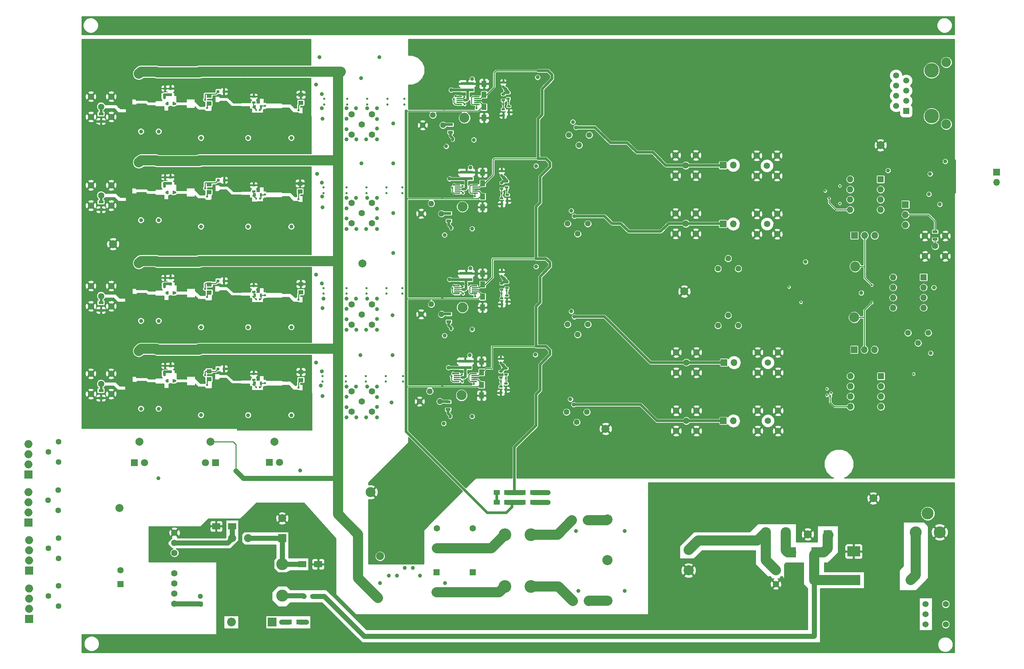
<source format=gbr>
G04 #@! TF.FileFunction,Copper,L4,Bot,Plane*
%FSLAX46Y46*%
G04 Gerber Fmt 4.6, Leading zero omitted, Abs format (unit mm)*
G04 Created by KiCad (PCBNEW 4.0.7) date 10/30/17 11:50:10*
%MOMM*%
%LPD*%
G01*
G04 APERTURE LIST*
%ADD10C,0.100000*%
%ADD11C,0.533400*%
%ADD12C,1.000000*%
%ADD13C,2.000000*%
%ADD14C,1.600000*%
%ADD15R,1.700000X1.700000*%
%ADD16O,1.700000X1.700000*%
%ADD17C,1.440000*%
%ADD18R,1.600000X1.600000*%
%ADD19O,1.600000X1.600000*%
%ADD20O,1.998980X1.998980*%
%ADD21R,1.998980X1.998980*%
%ADD22R,2.000000X2.000000*%
%ADD23R,2.000000X1.600000*%
%ADD24R,1.300000X1.300000*%
%ADD25C,1.300000*%
%ADD26R,3.200000X2.600000*%
%ADD27R,2.200000X2.200000*%
%ADD28O,2.200000X2.200000*%
%ADD29C,2.500000*%
%ADD30C,3.000000*%
%ADD31C,2.600000*%
%ADD32C,3.200000*%
%ADD33C,2.540000*%
%ADD34R,1.200000X0.900000*%
%ADD35R,2.400000X2.500000*%
%ADD36R,1.500000X1.300000*%
%ADD37R,2.000000X1.700000*%
%ADD38R,1.300000X1.500000*%
%ADD39R,3.200000X0.800000*%
%ADD40R,0.400000X0.600000*%
%ADD41R,1.400000X0.300000*%
%ADD42C,1.524000*%
%ADD43R,0.500000X0.600000*%
%ADD44C,2.400000*%
%ADD45C,3.649980*%
%ADD46R,1.501140X1.501140*%
%ADD47C,1.501140*%
%ADD48R,0.750000X0.800000*%
%ADD49R,1.300000X0.700000*%
%ADD50R,0.900000X0.500000*%
%ADD51R,0.800000X0.750000*%
%ADD52R,0.500000X0.900000*%
%ADD53R,1.250000X1.000000*%
%ADD54R,1.800000X1.800000*%
%ADD55C,1.800000*%
%ADD56C,2.540000*%
%ADD57C,1.270000*%
%ADD58C,0.254000*%
%ADD59C,0.635000*%
%ADD60C,0.152400*%
G04 APERTURE END LIST*
D10*
D11*
X129750000Y-43300000D03*
X129400000Y-44400000D03*
X130750000Y-43150000D03*
X129250000Y-65500000D03*
X129000000Y-66400000D03*
X130250000Y-65350000D03*
X129000000Y-91750000D03*
X130250000Y-90600000D03*
X129000000Y-112750000D03*
X129000000Y-113750000D03*
D12*
X211800000Y-95200000D03*
X211800000Y-86400000D03*
D11*
X130000000Y-112600000D03*
X126600000Y-109200000D03*
X129250000Y-90750000D03*
X126800000Y-87200000D03*
X126800000Y-62000000D03*
X127200000Y-39800000D03*
X119500000Y-43200000D03*
X115200000Y-43200000D03*
X125200000Y-43200000D03*
X125200000Y-41800000D03*
X115200000Y-41800000D03*
X119500000Y-41800000D03*
X110200000Y-43200000D03*
X105200000Y-43200000D03*
X105200000Y-41800000D03*
X110200000Y-41800000D03*
X99400000Y-41800000D03*
X99400000Y-43200000D03*
X119000000Y-65400000D03*
X115000000Y-65400000D03*
X125000000Y-65400000D03*
X125000000Y-64000000D03*
X115000000Y-64000000D03*
X119000000Y-64000000D03*
X110000000Y-65400000D03*
X105000000Y-65400000D03*
X105000000Y-64000000D03*
X110000000Y-64000000D03*
X99200000Y-64000000D03*
X99200000Y-65400000D03*
X119000000Y-90600000D03*
X119000000Y-89200000D03*
X115000000Y-90600000D03*
X115000000Y-89200000D03*
X125000000Y-90600000D03*
X125000000Y-89200000D03*
X99200000Y-90600000D03*
X110000000Y-90600000D03*
X110000000Y-89200000D03*
X105000000Y-90600000D03*
X105000000Y-89200000D03*
X99200000Y-89200000D03*
X119100000Y-112600000D03*
X114800000Y-112600000D03*
X124800000Y-112600000D03*
X109800000Y-112600000D03*
X104800000Y-112600000D03*
X99000000Y-112600000D03*
X99000000Y-111200000D03*
X104800000Y-111200000D03*
X109800000Y-111200000D03*
X114800000Y-111200000D03*
X119100000Y-111200000D03*
X124800000Y-111200000D03*
D12*
X158200000Y-31400000D03*
X143200000Y-31400000D03*
X128200000Y-31400000D03*
X113200000Y-31400000D03*
X98200000Y-31400000D03*
X108600000Y-36600000D03*
X108700000Y-58000000D03*
X108500000Y-106000000D03*
X123400000Y-161200000D03*
X121600000Y-159200000D03*
X119600000Y-159200000D03*
X117600000Y-161200000D03*
X115600000Y-161200000D03*
X113400000Y-163000000D03*
X123800000Y-150400000D03*
X121600000Y-148000000D03*
X119600000Y-148000000D03*
X117600000Y-150200000D03*
X115600000Y-150200000D03*
X249400000Y-135000000D03*
X234400000Y-135000000D03*
X219400000Y-135000000D03*
X204400000Y-135000000D03*
X189400000Y-135000000D03*
X174600000Y-165000000D03*
X163000000Y-165000000D03*
X129600000Y-163000000D03*
X174600000Y-150000000D03*
X162400000Y-150000000D03*
X113200000Y-152000000D03*
X174600000Y-135000000D03*
X159600000Y-135000000D03*
X144600000Y-135000000D03*
X127000000Y-135200000D03*
X114600000Y-135000000D03*
X116300000Y-117800000D03*
X116500000Y-96000000D03*
X116500000Y-106000000D03*
X116700000Y-80400000D03*
X116700000Y-70400000D03*
X116700000Y-48000000D03*
X116700000Y-58000000D03*
X50900000Y-23600000D03*
X60900000Y-23600000D03*
X70900000Y-23600000D03*
X80900000Y-23600000D03*
X220900000Y-23600000D03*
X230900000Y-23600000D03*
X200900000Y-23600000D03*
X210900000Y-23600000D03*
X190900000Y-23600000D03*
X170900000Y-23600000D03*
X180900000Y-23600000D03*
X160900000Y-23600000D03*
X150900000Y-23600000D03*
X140900000Y-23600000D03*
X130900000Y-23600000D03*
X120900000Y-23600000D03*
X110900000Y-23600000D03*
X100900000Y-23600000D03*
X90900000Y-23600000D03*
X240900000Y-23600000D03*
D13*
X48200000Y-144200000D03*
D12*
X247400000Y-117000000D03*
X243400000Y-117000000D03*
X247600000Y-108000000D03*
X249200000Y-108400000D03*
X249200000Y-104600000D03*
X247200000Y-106400000D03*
X223600000Y-83800000D03*
X221800000Y-81800000D03*
X249400000Y-69800000D03*
X247200000Y-68200000D03*
X252800000Y-56600000D03*
X250600000Y-58600000D03*
X253800000Y-92200000D03*
X252000000Y-94400000D03*
X244400000Y-95800000D03*
X245600000Y-94000000D03*
X245800000Y-86599999D03*
X244400000Y-84800000D03*
X240600000Y-84399999D03*
X236600000Y-84399999D03*
X238600000Y-82600000D03*
D11*
X231200000Y-89000000D03*
X231200000Y-91800000D03*
X229600000Y-90400000D03*
D12*
X249600000Y-30599999D03*
X252800000Y-27400000D03*
X249600000Y-27400000D03*
X252800000Y-53600000D03*
X249600000Y-50400000D03*
X249600000Y-53600000D03*
X155400000Y-142800000D03*
X155400000Y-140300000D03*
X83600000Y-31300000D03*
X93600000Y-31300000D03*
X43600000Y-31300000D03*
X53600000Y-31300000D03*
X73600000Y-31300000D03*
X63600000Y-31300000D03*
X83600000Y-54300000D03*
X93600000Y-54300000D03*
X43600000Y-54300000D03*
X53600000Y-54300000D03*
X73600000Y-54300000D03*
X63600000Y-54300000D03*
X83600000Y-123800000D03*
X93600000Y-123800000D03*
X43600000Y-123800000D03*
X53600000Y-123800000D03*
X73600000Y-123800000D03*
X63600000Y-123800000D03*
X83600000Y-101800000D03*
X93600000Y-101800000D03*
X43600000Y-101800000D03*
X53600000Y-101800000D03*
X73600000Y-101800000D03*
X63600000Y-101800000D03*
X93600000Y-80300000D03*
X83600000Y-80300000D03*
X73600000Y-80300000D03*
X63600000Y-80300000D03*
X53600000Y-80300000D03*
X43600000Y-80300000D03*
X169600000Y-79300000D03*
X93600000Y-75800000D03*
X83600000Y-75800000D03*
X73600000Y-75800000D03*
X63600000Y-75800000D03*
X53600000Y-75800000D03*
X43600000Y-75800000D03*
X98600000Y-113600000D03*
X99200000Y-91800000D03*
X98800000Y-44200000D03*
X98900000Y-66300000D03*
D14*
X210200000Y-73100000D03*
X212740000Y-70560000D03*
X212740000Y-75640000D03*
X207660000Y-75640000D03*
X207660000Y-70560000D03*
D12*
X248500000Y-82580000D03*
X250976000Y-82580000D03*
X248500000Y-80000000D03*
X253376000Y-82580000D03*
X256076000Y-79880000D03*
X256076000Y-82580000D03*
X256076000Y-77480000D03*
X256100000Y-74800000D03*
X253700000Y-74100000D03*
X250500000Y-74100000D03*
X248500000Y-74800000D03*
X248500000Y-77400000D03*
X206700000Y-126380000D03*
X209176000Y-126380000D03*
X206700000Y-123800000D03*
X211576000Y-126380000D03*
X214276000Y-126380000D03*
X214300000Y-118600000D03*
X211900000Y-118600000D03*
X209100000Y-118600000D03*
X206700000Y-118600000D03*
X206200000Y-120900000D03*
X186200000Y-126380000D03*
X188676000Y-126380000D03*
X186200000Y-123800000D03*
X191076000Y-126380000D03*
X193776000Y-123680000D03*
X193776000Y-126380000D03*
X193776000Y-121280000D03*
X193800000Y-118600000D03*
X191400000Y-118600000D03*
X188600000Y-118600000D03*
X186200000Y-118600000D03*
X186200000Y-121200000D03*
X206700000Y-111780000D03*
X209176000Y-111780000D03*
X206700000Y-109200000D03*
X211576000Y-111780000D03*
X214276000Y-111780000D03*
X214300000Y-104000000D03*
X211900000Y-104000000D03*
X209100000Y-104000000D03*
X206700000Y-104000000D03*
X206200000Y-106300000D03*
X186200000Y-111780000D03*
X188676000Y-111780000D03*
X186200000Y-109200000D03*
X191076000Y-111780000D03*
X193776000Y-109080000D03*
X193776000Y-111780000D03*
X193776000Y-106680000D03*
X193800000Y-104000000D03*
X191400000Y-104000000D03*
X188600000Y-104000000D03*
X186200000Y-104000000D03*
X186200000Y-106600000D03*
X186100000Y-76980000D03*
X188576000Y-76980000D03*
X186100000Y-74400000D03*
X190976000Y-76980000D03*
X193676000Y-74280000D03*
X193676000Y-76980000D03*
X193676000Y-71880000D03*
X193700000Y-69200000D03*
X191300000Y-69200000D03*
X188500000Y-69200000D03*
X186100000Y-69200000D03*
X186100000Y-71800000D03*
X206500000Y-77080000D03*
X208976000Y-77080000D03*
X206500000Y-74500000D03*
X211376000Y-77080000D03*
X214076000Y-77080000D03*
X214100000Y-69300000D03*
X211700000Y-69300000D03*
X208900000Y-69300000D03*
X206500000Y-69300000D03*
X206000000Y-71600000D03*
X206400000Y-62480000D03*
X208876000Y-62480000D03*
X206400000Y-59900000D03*
X211276000Y-62480000D03*
X213976000Y-62480000D03*
X214000000Y-54700000D03*
X211600000Y-54700000D03*
X208800000Y-54700000D03*
X206400000Y-54700000D03*
X205700000Y-56900000D03*
X186200000Y-62380000D03*
X188676000Y-62380000D03*
X186200000Y-59800000D03*
X191076000Y-62380000D03*
X193776000Y-59680000D03*
X193776000Y-62380000D03*
X193776000Y-57280000D03*
X193800000Y-54600000D03*
X191400000Y-54600000D03*
X188600000Y-54600000D03*
X186200000Y-54600000D03*
X186200000Y-57200000D03*
D11*
X233100000Y-72700000D03*
X224100000Y-71500000D03*
X222500000Y-69800000D03*
X224100000Y-68200000D03*
X222700000Y-67400000D03*
X220900000Y-66000000D03*
X222700000Y-64500000D03*
X230300000Y-59900000D03*
X228900000Y-58500000D03*
X233000000Y-57900000D03*
X231400000Y-56300000D03*
X229900000Y-57800000D03*
D12*
X225000000Y-61000000D03*
X229000000Y-71300000D03*
X223000000Y-74700000D03*
X223000000Y-71500000D03*
X226600000Y-74500000D03*
X215400000Y-74700000D03*
X215400000Y-71500000D03*
X219200000Y-74700000D03*
X219200000Y-71500000D03*
X223000000Y-60200000D03*
X223000000Y-56900000D03*
X227000000Y-57900000D03*
X215400000Y-56900000D03*
X219200000Y-60200000D03*
X215400000Y-60200000D03*
X219200000Y-56900000D03*
D11*
X230200000Y-108600000D03*
X224800000Y-120800000D03*
X221600000Y-115200000D03*
X223200000Y-113800000D03*
X223200000Y-116600000D03*
X224800000Y-117600000D03*
X223200000Y-119200000D03*
X229800000Y-107200000D03*
X229000000Y-107000000D03*
X232600000Y-107200000D03*
X232600000Y-123000000D03*
X231000000Y-124600000D03*
X229800000Y-123000000D03*
D12*
X229200000Y-120600000D03*
X226600000Y-123600000D03*
X219400000Y-124000000D03*
X215600000Y-124000000D03*
X219400000Y-120800000D03*
X215600000Y-120800000D03*
X223200000Y-124000000D03*
X223200000Y-120800000D03*
X225400000Y-110200000D03*
X223200000Y-109400000D03*
X219400000Y-109400000D03*
X215600000Y-109400000D03*
X227200000Y-107200000D03*
X223200000Y-106200000D03*
X219400000Y-106200000D03*
X215600000Y-106200000D03*
X201800000Y-120000000D03*
X199200000Y-120000000D03*
X202000000Y-105400000D03*
X199400000Y-105800000D03*
X201800000Y-70700000D03*
X199200000Y-71300000D03*
X201800000Y-56000000D03*
X199200000Y-56400000D03*
X162600000Y-117200000D03*
X162800000Y-95200000D03*
X163200000Y-47800000D03*
X163000000Y-69900000D03*
X235400000Y-85600000D03*
X233600000Y-86800000D03*
X235600000Y-103200000D03*
X235800000Y-77400000D03*
X246200000Y-71800000D03*
X235400000Y-96400000D03*
X239400000Y-96400000D03*
X237400000Y-98200000D03*
X237400000Y-92600000D03*
X237600000Y-88400000D03*
D14*
X252260000Y-78660000D03*
X254800000Y-81200000D03*
X254800000Y-76120000D03*
X249720000Y-76120000D03*
X249720000Y-81200000D03*
D15*
X244800000Y-68260000D03*
D16*
X244800000Y-70800000D03*
X244800000Y-73340000D03*
D12*
X154900000Y-66800000D03*
X157600000Y-62900000D03*
X242900000Y-33600000D03*
X245500000Y-34900000D03*
X246800000Y-38400000D03*
X246900000Y-40900000D03*
X246900000Y-43300000D03*
X245700000Y-47000000D03*
X242600000Y-47700000D03*
X166000000Y-39000000D03*
X163300000Y-41800000D03*
X160500000Y-44500000D03*
X156600000Y-44800000D03*
X152300000Y-44800000D03*
X155900000Y-40900000D03*
X158700000Y-40600000D03*
X172700000Y-30200000D03*
X161758222Y-37400357D03*
X168829289Y-30329289D03*
X165293755Y-33864823D03*
X178800000Y-40400000D03*
X175100000Y-40800000D03*
X177300000Y-36500000D03*
X168000000Y-39200000D03*
X172400000Y-34600000D03*
X169300000Y-43600000D03*
X178000000Y-44300000D03*
X173300000Y-49700000D03*
X171000000Y-47300000D03*
X171200000Y-50700000D03*
X167200000Y-47800000D03*
X167200000Y-52100000D03*
X168900000Y-59800000D03*
X166700000Y-55900000D03*
X162000000Y-62600000D03*
X161700000Y-67000000D03*
X166300000Y-61100000D03*
X164300000Y-68700000D03*
X168700000Y-64300000D03*
X159700000Y-59300000D03*
X164100000Y-54900000D03*
X167600000Y-67700000D03*
X160800000Y-55800000D03*
X169000000Y-35800000D03*
X151900000Y-92200000D03*
X157400000Y-92000000D03*
X161400000Y-92100000D03*
X155500000Y-88200000D03*
X159500000Y-88300000D03*
X163600000Y-88200000D03*
X173300000Y-84100000D03*
X167300000Y-87600000D03*
X169700000Y-84300000D03*
X165900000Y-91500000D03*
X171400000Y-86100000D03*
X168700000Y-93400000D03*
X173300000Y-89400000D03*
X165500000Y-85800000D03*
X163800000Y-82900000D03*
X168500000Y-78700000D03*
X171900000Y-92400000D03*
X164900000Y-79800000D03*
X171400000Y-75100000D03*
X171400000Y-80600000D03*
X171400000Y-69800000D03*
X171400000Y-64500000D03*
X171400000Y-59500000D03*
X165900000Y-103800000D03*
X169500000Y-100100000D03*
X173200000Y-96300000D03*
X162088373Y-107518734D03*
X159500000Y-110300000D03*
X155800000Y-110300000D03*
X151800000Y-114200000D03*
X155000000Y-114200000D03*
X158300000Y-114100000D03*
X168800000Y-106800000D03*
X164988373Y-110518734D03*
X161452839Y-114054268D03*
X176100000Y-99300000D03*
X172400000Y-103100000D03*
X175700000Y-93200000D03*
X175700000Y-87900000D03*
X175700000Y-82500000D03*
X175700000Y-66400000D03*
X175700000Y-61400000D03*
X175700000Y-71700000D03*
X175700000Y-77000000D03*
X180200000Y-95100000D03*
X180200000Y-83500000D03*
X180200000Y-88700000D03*
X180200000Y-78200000D03*
X180200000Y-67700000D03*
X180200000Y-73000000D03*
X180200000Y-62700000D03*
X181700000Y-44200000D03*
X178164466Y-47735534D03*
X174628932Y-51271068D03*
X183600000Y-48400000D03*
X179800000Y-52300000D03*
X171400000Y-54600000D03*
X175900000Y-56300000D03*
X180200364Y-57803500D03*
X184700000Y-53300000D03*
X240400000Y-33100000D03*
X237600000Y-30400000D03*
X232200000Y-30400000D03*
X221500000Y-30400000D03*
X226500000Y-30400000D03*
X217000000Y-28100000D03*
X209700000Y-28200000D03*
X202600000Y-28200000D03*
X188000000Y-28200000D03*
X180700000Y-28200000D03*
X195300000Y-28200000D03*
X206100000Y-29400000D03*
X213400000Y-29600000D03*
X213400000Y-32800000D03*
X206100000Y-32800000D03*
X198800000Y-29400000D03*
X198800000Y-32800000D03*
X191600000Y-29400000D03*
X191600000Y-32800000D03*
X184300000Y-29400000D03*
X184300000Y-32800000D03*
X177000000Y-29400000D03*
X177000000Y-32800000D03*
X180600000Y-35400000D03*
X180600000Y-32000000D03*
X187900000Y-35400000D03*
X187900000Y-32000000D03*
X195200000Y-35400000D03*
X195200000Y-32000000D03*
X202400000Y-35400000D03*
X202400000Y-32000000D03*
X209700000Y-35400000D03*
X216600000Y-35400000D03*
X217000000Y-32200000D03*
X228600000Y-34400000D03*
X233600000Y-34400000D03*
X219800000Y-34400000D03*
X224800000Y-34400000D03*
X230800000Y-35600000D03*
X235800000Y-35600000D03*
X191500000Y-36500000D03*
X206100000Y-36500000D03*
X198800000Y-36500000D03*
X209700000Y-32000000D03*
X213600000Y-36600000D03*
X225200000Y-36400000D03*
X220200000Y-36400000D03*
X184200000Y-36500000D03*
X235200000Y-40400000D03*
X230200000Y-40400000D03*
X225200000Y-40400000D03*
X220200000Y-40600000D03*
X215200000Y-40600000D03*
X210200000Y-40600000D03*
X205200000Y-40600000D03*
X184800000Y-41200000D03*
X190200000Y-40600000D03*
X200200000Y-40600000D03*
X195200000Y-40600000D03*
X236800000Y-45000000D03*
X231800000Y-45000000D03*
X226800000Y-45300000D03*
X221800000Y-45300000D03*
X216800000Y-45300000D03*
X211800000Y-45300000D03*
X206800000Y-45300000D03*
X186700000Y-45400000D03*
X191800000Y-45300000D03*
X201800000Y-45300000D03*
X196800000Y-45300000D03*
X238600000Y-49600000D03*
X233600000Y-49600000D03*
X228600000Y-49600000D03*
X223600000Y-49600000D03*
X218600000Y-49600000D03*
X213600000Y-49600000D03*
X208600000Y-49600000D03*
X203600000Y-49600000D03*
X198600000Y-49600000D03*
X193600000Y-49600000D03*
X188600000Y-49600000D03*
X171800000Y-38400000D03*
X174600000Y-46000000D03*
X169400000Y-89600000D03*
X167800000Y-82600000D03*
X165000000Y-65000000D03*
X163400000Y-58600000D03*
D11*
X239800000Y-57800000D03*
X238600000Y-56400000D03*
X237200000Y-57800000D03*
X232200000Y-62000000D03*
X233400000Y-60600000D03*
X235000000Y-62000000D03*
X235000000Y-69200000D03*
X234700000Y-71300000D03*
X232200000Y-69200000D03*
X237400000Y-123000000D03*
X238600000Y-124600000D03*
X240000000Y-123000000D03*
X232400000Y-111400000D03*
X233600000Y-109600000D03*
X235200000Y-111400000D03*
X235200000Y-118600000D03*
X233600000Y-120200000D03*
X232400000Y-118600000D03*
D12*
X229600000Y-113000000D03*
X229600000Y-117400000D03*
X140876000Y-41330000D03*
X140876000Y-44080000D03*
X161626000Y-46080000D03*
X155876000Y-46080000D03*
X156126000Y-38580000D03*
X154376000Y-35830000D03*
X149376000Y-36330000D03*
X147876000Y-39080000D03*
X149376000Y-41830000D03*
X157626000Y-51580000D03*
X155626000Y-52830000D03*
X140626000Y-55530000D03*
X138876000Y-54030000D03*
X140626000Y-52530000D03*
X137076000Y-53630000D03*
X134326000Y-55130000D03*
X131576000Y-54380000D03*
X127376000Y-49330000D03*
X124126000Y-54830000D03*
X122376000Y-52830000D03*
X125230000Y-46924000D03*
X122480001Y-46924000D03*
X122480000Y-49674000D03*
X137876000Y-46830000D03*
X141876000Y-48080000D03*
X140876000Y-46580000D03*
X145626000Y-37580000D03*
X144126000Y-36080000D03*
X142876000Y-37580000D03*
X130876000Y-38080000D03*
X132000000Y-36400000D03*
X134000000Y-36330000D03*
X140900000Y-38080000D03*
D11*
X134500000Y-40500000D03*
X134500000Y-44000000D03*
X131126000Y-41830000D03*
X131400000Y-41080000D03*
X136626000Y-45830000D03*
X138126000Y-45830000D03*
D12*
X137876000Y-36330000D03*
D11*
X148100000Y-41800000D03*
X143000000Y-43700000D03*
X142000000Y-41800000D03*
X142000000Y-43700000D03*
X143000000Y-41800000D03*
X149400000Y-46700000D03*
X147200000Y-46700000D03*
X147200000Y-49200000D03*
X148700000Y-50700000D03*
X151500000Y-48400000D03*
X151500000Y-49500000D03*
X151500000Y-50800000D03*
X149400000Y-43100000D03*
X149400000Y-44900000D03*
D12*
X145500000Y-46700000D03*
X142626000Y-45800000D03*
X144200000Y-47200000D03*
X146876000Y-45000000D03*
X140476000Y-63530000D03*
X140476000Y-66280000D03*
X161226000Y-68280000D03*
X155476000Y-68280000D03*
X155726000Y-60780000D03*
X153976000Y-58030000D03*
X148976000Y-58530000D03*
X147476000Y-61280000D03*
X148976000Y-64030000D03*
X157226000Y-73780000D03*
X155226000Y-75030000D03*
X140200000Y-77800000D03*
X138600000Y-76200000D03*
X140200000Y-74600000D03*
X136676000Y-75830000D03*
X133926000Y-77330000D03*
X131176000Y-76580000D03*
X126976000Y-71530000D03*
X123726000Y-77030000D03*
X121976000Y-75030000D03*
X124830000Y-69124000D03*
X122080001Y-69124000D03*
X122080000Y-71874000D03*
X137476000Y-69030000D03*
X141476000Y-70280000D03*
X140476000Y-68780000D03*
X145226000Y-59780000D03*
X143726000Y-58280000D03*
X142600000Y-59800000D03*
X130476000Y-60280000D03*
X131600000Y-58600000D03*
X133600000Y-58530000D03*
X140800000Y-60200000D03*
D11*
X134100000Y-62700000D03*
X134100000Y-66200000D03*
X130726000Y-64030000D03*
X131000000Y-63280000D03*
X136226000Y-68030000D03*
X137726000Y-68030000D03*
D12*
X137476000Y-58530000D03*
D11*
X147700000Y-64000000D03*
X142600000Y-65900000D03*
X141600000Y-64000000D03*
X141600000Y-65900000D03*
X142600000Y-64000000D03*
X149000000Y-68900000D03*
X146800000Y-68900000D03*
X146800000Y-71400000D03*
X148300000Y-72900000D03*
X151100000Y-70600000D03*
X151100000Y-71700000D03*
X151100000Y-73000000D03*
X149000000Y-65300000D03*
X149000000Y-67100000D03*
D12*
X145100000Y-68900000D03*
X142226000Y-68000000D03*
X143800000Y-69400000D03*
X146476000Y-67200000D03*
D14*
X108800000Y-48200000D03*
X111340000Y-45660000D03*
X111340000Y-50740000D03*
X106260000Y-50740000D03*
X106260000Y-45660000D03*
X108800000Y-70400000D03*
X111340000Y-67860000D03*
X111340000Y-72940000D03*
X106260000Y-72940000D03*
X106260000Y-67860000D03*
D12*
X105000000Y-69200000D03*
X105000000Y-66600000D03*
X107400000Y-66600000D03*
X110200000Y-66600000D03*
X112600000Y-66600000D03*
X112576000Y-69280000D03*
X112576000Y-74380000D03*
X112576000Y-71680000D03*
X109876000Y-74380000D03*
X105000000Y-71800000D03*
X107476000Y-74380000D03*
X105000000Y-74380000D03*
X105000000Y-51980000D03*
X107476000Y-51980000D03*
X105000000Y-49400000D03*
X109876000Y-51980000D03*
X112576000Y-49280000D03*
X112576000Y-51980000D03*
X112576000Y-46880000D03*
X112600000Y-44200000D03*
X110200000Y-44200000D03*
X107400000Y-44200000D03*
X105000000Y-44200000D03*
X105000000Y-46800000D03*
D11*
X88000000Y-42600000D03*
X86800000Y-42600000D03*
X87200000Y-44600000D03*
X88400000Y-44600000D03*
D12*
X95200000Y-48600000D03*
X93600000Y-48600000D03*
X91800000Y-47400000D03*
X91200000Y-39800000D03*
X92800000Y-38400000D03*
X94400000Y-38400000D03*
X97400000Y-38200000D03*
X98800000Y-40600000D03*
X99000000Y-46800000D03*
D11*
X90000000Y-43000000D03*
X91200000Y-43000000D03*
X92200000Y-44000000D03*
X89400000Y-44400000D03*
X90400000Y-44400000D03*
X91200000Y-45000000D03*
X89000000Y-42600000D03*
D12*
X44800000Y-39800000D03*
X47600000Y-39800000D03*
X47600000Y-42400000D03*
X47600000Y-47800000D03*
X42600000Y-48600000D03*
X44800000Y-48600000D03*
D11*
X44876000Y-43080000D03*
X45876000Y-43080000D03*
X44876000Y-44480000D03*
X45876000Y-44480000D03*
X46876000Y-43080000D03*
X46676000Y-44480000D03*
X47276000Y-45080000D03*
X47976000Y-43780000D03*
X48776000Y-44180000D03*
X48176000Y-45580000D03*
X49000000Y-45580000D03*
X49976000Y-43780000D03*
X50876000Y-44780000D03*
X51976000Y-43780000D03*
X52876000Y-43380000D03*
X53876000Y-43380000D03*
X54776000Y-43480000D03*
X55776000Y-43780000D03*
X56776000Y-43780000D03*
X56776000Y-42280000D03*
X55776000Y-42280000D03*
X53276000Y-41980000D03*
X54176000Y-41980000D03*
X55076000Y-41980000D03*
X57776000Y-44080000D03*
X58776000Y-44080000D03*
X57776000Y-42080000D03*
X58576000Y-42080000D03*
X62776000Y-43680000D03*
X62776000Y-42380000D03*
X63776000Y-42380000D03*
X63776000Y-43680000D03*
X64776000Y-42380000D03*
X64776000Y-43680000D03*
X65576000Y-44480000D03*
X65576000Y-41580000D03*
X66576000Y-41580000D03*
X66576000Y-44480000D03*
X67376000Y-42280000D03*
X67376000Y-44380000D03*
X68176000Y-43080000D03*
X68176000Y-44780000D03*
X69176000Y-44780000D03*
X69176000Y-43480000D03*
X71676000Y-43680000D03*
X71676000Y-44580000D03*
X72576000Y-42980000D03*
X73576000Y-42580000D03*
X74876000Y-42580000D03*
X75476000Y-43280000D03*
X76176000Y-43880000D03*
X77176000Y-43880000D03*
X78176000Y-43880000D03*
X79276000Y-43980000D03*
X80276000Y-42580000D03*
X79276000Y-42580000D03*
X78176000Y-42680000D03*
X77176000Y-42680000D03*
X76476000Y-42380000D03*
X75676000Y-41580000D03*
X74876000Y-41280000D03*
X73576000Y-41280000D03*
D12*
X55376000Y-46480000D03*
X55476000Y-40480000D03*
D11*
X54176000Y-38780000D03*
X54776000Y-44180000D03*
X51676000Y-48080000D03*
X53276000Y-46880000D03*
X50200000Y-48080000D03*
X50876000Y-48080000D03*
X52576000Y-48080000D03*
X53376000Y-47680000D03*
X52200000Y-39380000D03*
X51576000Y-39380000D03*
X50800000Y-39380000D03*
X49976000Y-39600000D03*
X59476000Y-38280000D03*
D12*
X60576000Y-37980000D03*
X61876000Y-37980000D03*
X64976000Y-39380000D03*
X64276000Y-41680000D03*
X65376000Y-40680000D03*
X60076000Y-48180000D03*
X61576000Y-48180000D03*
X63376000Y-47680000D03*
X65376000Y-46580000D03*
X72176000Y-48180000D03*
X70776000Y-48180000D03*
X69076000Y-46880000D03*
X70576000Y-37880000D03*
X71876000Y-37880000D03*
D11*
X68876000Y-39380000D03*
D12*
X74176000Y-37880000D03*
X76176000Y-39980000D03*
X75976000Y-46080000D03*
X74276000Y-47380000D03*
X82176000Y-38380000D03*
X83576000Y-38380000D03*
X87376000Y-40280000D03*
X87576000Y-46580000D03*
X83876000Y-48780000D03*
X86076000Y-47780000D03*
X82276000Y-48780000D03*
X42600000Y-39800000D03*
X39600000Y-42600000D03*
X39600000Y-39800000D03*
X39600000Y-47800000D03*
X39600000Y-45000000D03*
X39600000Y-67200000D03*
X39600000Y-70000000D03*
X39600000Y-62000000D03*
X39600000Y-64800000D03*
X42600000Y-62000000D03*
X82276000Y-70980000D03*
X86076000Y-69980000D03*
X83876000Y-70980000D03*
X87576000Y-68780000D03*
X87376000Y-62480000D03*
X83576000Y-60580000D03*
X82176000Y-60580000D03*
X74276000Y-69580000D03*
X75976000Y-68280000D03*
X76176000Y-62180000D03*
X74176000Y-60080000D03*
D11*
X68876000Y-61580000D03*
D12*
X71876000Y-60080000D03*
X70576000Y-60080000D03*
X69076000Y-69080000D03*
X70776000Y-70380000D03*
X72176000Y-70380000D03*
X65376000Y-68780000D03*
X63376000Y-69880000D03*
X61576000Y-70380000D03*
X60076000Y-70380000D03*
X65376000Y-62880000D03*
X64276000Y-63880000D03*
X64976000Y-61580000D03*
X61876000Y-60180000D03*
X60576000Y-60180000D03*
D11*
X59476000Y-60480000D03*
X49976000Y-61700000D03*
X50900000Y-61600000D03*
X51576000Y-61580000D03*
X52200000Y-61580000D03*
X53376000Y-69880000D03*
X52576000Y-70280000D03*
X50876000Y-70280000D03*
X50200000Y-70300000D03*
X53276000Y-69080000D03*
X51676000Y-70280000D03*
X54776000Y-66380000D03*
X54176000Y-60980000D03*
D12*
X55476000Y-62680000D03*
X55376000Y-68680000D03*
D11*
X73576000Y-63480000D03*
X74876000Y-63480000D03*
X75676000Y-63780000D03*
X76476000Y-64580000D03*
X77176000Y-64880000D03*
X78176000Y-64880000D03*
X79276000Y-64780000D03*
X80276000Y-64780000D03*
X79276000Y-66180000D03*
X78176000Y-66080000D03*
X77176000Y-66080000D03*
X76176000Y-66080000D03*
X75476000Y-65480000D03*
X74876000Y-64780000D03*
X73576000Y-64780000D03*
X72576000Y-65180000D03*
X71676000Y-66780000D03*
X71676000Y-65880000D03*
X69176000Y-65680000D03*
X69176000Y-66980000D03*
X68176000Y-66980000D03*
X68176000Y-65280000D03*
X67376000Y-66580000D03*
X67376000Y-64480000D03*
X66576000Y-66680000D03*
X66576000Y-63780000D03*
X65576000Y-63780000D03*
X65576000Y-66680000D03*
X64700000Y-65880000D03*
X64700000Y-64580000D03*
X63776000Y-65880000D03*
X63776000Y-64580000D03*
X62776000Y-64580000D03*
X62776000Y-65880000D03*
X58576000Y-64280000D03*
X57776000Y-64280000D03*
X58776000Y-66280000D03*
X57776000Y-66280000D03*
X55076000Y-64180000D03*
X54176000Y-64180000D03*
X53276000Y-64180000D03*
X55776000Y-64480000D03*
X56776000Y-64480000D03*
X56776000Y-65980000D03*
X55776000Y-65980000D03*
X54776000Y-65680000D03*
X53876000Y-65580000D03*
X52876000Y-65580000D03*
X51976000Y-65980000D03*
X50876000Y-66980000D03*
X49976000Y-65980000D03*
X49000000Y-67780000D03*
X48176000Y-67780000D03*
X48776000Y-66380000D03*
X47976000Y-65980000D03*
X47276000Y-67280000D03*
X46676000Y-66680000D03*
X46876000Y-65280000D03*
X45876000Y-66680000D03*
X44876000Y-66680000D03*
X45876000Y-65280000D03*
X44876000Y-65280000D03*
D12*
X44800000Y-70800000D03*
X42600000Y-70800000D03*
X47600000Y-70000000D03*
X47600000Y-64600000D03*
X47600000Y-62000000D03*
X44800000Y-62000000D03*
D11*
X89000000Y-64800000D03*
X91200000Y-67200000D03*
X90400000Y-66600000D03*
X89400000Y-66600000D03*
X92200000Y-66200000D03*
X91200000Y-65200000D03*
X90000000Y-65200000D03*
D12*
X99000000Y-69000000D03*
X98800000Y-62800000D03*
X97600000Y-60600000D03*
X94400000Y-60600000D03*
X92800000Y-60600000D03*
X91200000Y-62000000D03*
X91800000Y-69600000D03*
X93600000Y-70800000D03*
X95200000Y-70800000D03*
D11*
X88400000Y-66800000D03*
X87200000Y-66800000D03*
X86800000Y-64800000D03*
X88000000Y-64800000D03*
D17*
X32940000Y-127660000D03*
X30400000Y-130200000D03*
X32940000Y-132740000D03*
D18*
X238712364Y-111223332D03*
D19*
X231092364Y-118843332D03*
X238712364Y-113763332D03*
X231092364Y-116303332D03*
X238712364Y-116303332D03*
X231092364Y-113763332D03*
X238712364Y-118843332D03*
X231092364Y-111223332D03*
D12*
X146476000Y-92400000D03*
X143800000Y-94600000D03*
X142226000Y-93200000D03*
X145100000Y-94100000D03*
D11*
X149000000Y-92300000D03*
X149000000Y-90500000D03*
X151100000Y-98200000D03*
X151100000Y-96900000D03*
X151100000Y-95800000D03*
X148300000Y-98100000D03*
X146800000Y-96600000D03*
X146800000Y-94100000D03*
X149000000Y-94100000D03*
X142600000Y-89200000D03*
X141600000Y-91100000D03*
X141600000Y-89200000D03*
X142600000Y-91100000D03*
X147700000Y-89200000D03*
X146600000Y-116100000D03*
X146600000Y-118600000D03*
X148100000Y-120100000D03*
X150900000Y-120200000D03*
X150900000Y-118900000D03*
X150900000Y-117800000D03*
X148800000Y-116100000D03*
X148800000Y-114300000D03*
X148800000Y-112500000D03*
X147500000Y-111200000D03*
X142400000Y-113100000D03*
X141400000Y-113100000D03*
X142400000Y-111200000D03*
X141400000Y-111200000D03*
D17*
X128740000Y-95740000D03*
X126200000Y-93200000D03*
X123660000Y-95740000D03*
D12*
X137476000Y-83730000D03*
D11*
X137726000Y-93230000D03*
X136226000Y-93230000D03*
X131000000Y-88480000D03*
X130726000Y-89230000D03*
X134900000Y-91100000D03*
X133976000Y-87980000D03*
D12*
X140500000Y-85400000D03*
X133600000Y-83730000D03*
X131600000Y-83800000D03*
X130476000Y-85480000D03*
X142476000Y-84980000D03*
X143726000Y-83480000D03*
X145226000Y-84980000D03*
X140476000Y-93980000D03*
X141476000Y-95480000D03*
X137476000Y-94230000D03*
X122080000Y-97074000D03*
X122080001Y-94324000D03*
X124830000Y-94324000D03*
X121976000Y-100230000D03*
X123726000Y-102230000D03*
X126976000Y-96730000D03*
X131176000Y-101780000D03*
X133926000Y-102530000D03*
X136676000Y-101030000D03*
X140226000Y-99730000D03*
X138476000Y-101230000D03*
X140226000Y-102730000D03*
X155226000Y-100230000D03*
X157226000Y-98980000D03*
X148976000Y-89230000D03*
X147476000Y-86480000D03*
X148976000Y-83730000D03*
X153976000Y-83230000D03*
X155726000Y-85980000D03*
X155476000Y-93480000D03*
X161226000Y-93480000D03*
X140476000Y-91480000D03*
X140476000Y-88730000D03*
X105000000Y-94400000D03*
X105000000Y-91800000D03*
X107400000Y-91800000D03*
X110200000Y-91800000D03*
X112600000Y-91800000D03*
X112576000Y-94480000D03*
X112576000Y-99580000D03*
X112576000Y-96880000D03*
X109876000Y-99580000D03*
X105000000Y-97000000D03*
X107476000Y-99580000D03*
X105000000Y-99580000D03*
D11*
X88000000Y-90000000D03*
X86800000Y-90000000D03*
X87200000Y-92000000D03*
X88400000Y-92000000D03*
D12*
X95200000Y-96000000D03*
X93600000Y-96000000D03*
X91800000Y-94800000D03*
X91200000Y-87200000D03*
X92800000Y-85800000D03*
X94400000Y-85800000D03*
X97400000Y-85800000D03*
X98800000Y-88000000D03*
X99000000Y-94200000D03*
D11*
X90000000Y-90400000D03*
X91200000Y-90400000D03*
X92200000Y-91400000D03*
X89400000Y-91800000D03*
X90400000Y-91800000D03*
X91200000Y-92400000D03*
X89000000Y-90000000D03*
X89000000Y-112000000D03*
X91200000Y-114400000D03*
X90400000Y-113800000D03*
X89400000Y-113800000D03*
X88400000Y-114000000D03*
X87200000Y-114000000D03*
X92200000Y-113400000D03*
X91200000Y-112400000D03*
X90000000Y-112400000D03*
X88000000Y-112000000D03*
X86800000Y-112000000D03*
D12*
X99000000Y-116200000D03*
X98800000Y-110000000D03*
X97400000Y-107800000D03*
X94400000Y-107800000D03*
X92800000Y-107800000D03*
X91200000Y-109200000D03*
X91800000Y-116800000D03*
X93600000Y-118000000D03*
X95200000Y-118000000D03*
X44800000Y-87200000D03*
X47600000Y-87200000D03*
X47600000Y-89800000D03*
X47600000Y-95200000D03*
X42600000Y-96000000D03*
X44800000Y-96000000D03*
D11*
X44876000Y-90480000D03*
X45876000Y-90480000D03*
X44876000Y-91880000D03*
X45876000Y-91880000D03*
X46876000Y-90480000D03*
X46676000Y-91880000D03*
X47276000Y-92480000D03*
X47976000Y-91180000D03*
X48776000Y-91580000D03*
X48176000Y-92980000D03*
X49000000Y-92900000D03*
X49976000Y-91180000D03*
X50876000Y-92180000D03*
X51976000Y-91180000D03*
X52876000Y-90780000D03*
X53876000Y-90780000D03*
X54776000Y-90880000D03*
X55776000Y-91180000D03*
X56776000Y-91180000D03*
X56776000Y-89680000D03*
X55776000Y-89680000D03*
X53276000Y-89380000D03*
X54176000Y-89380000D03*
X55076000Y-89380000D03*
X57776000Y-91480000D03*
X58776000Y-91480000D03*
X57776000Y-89480000D03*
X58576000Y-89480000D03*
X62776000Y-91080000D03*
X62776000Y-89780000D03*
X63776000Y-89780000D03*
X63776000Y-91080000D03*
X64700000Y-89780000D03*
X64700000Y-91080000D03*
X65576000Y-91880000D03*
X65576000Y-88980000D03*
X66576000Y-88980000D03*
X66576000Y-91880000D03*
X67376000Y-89680000D03*
X67376000Y-91780000D03*
X68176000Y-90480000D03*
X68176000Y-92180000D03*
X69176000Y-92180000D03*
X69176000Y-90880000D03*
X71676000Y-91080000D03*
X71676000Y-91980000D03*
X72576000Y-90380000D03*
X73576000Y-89980000D03*
X74876000Y-89980000D03*
X75476000Y-90680000D03*
X76176000Y-91280000D03*
X77176000Y-91280000D03*
X78176000Y-91280000D03*
X79276000Y-91380000D03*
X80276000Y-89980000D03*
X79276000Y-89980000D03*
X78176000Y-90080000D03*
X77176000Y-90080000D03*
X76476000Y-89780000D03*
X75676000Y-88980000D03*
X74876000Y-88680000D03*
X73576000Y-88680000D03*
D12*
X55376000Y-93880000D03*
X55476000Y-87880000D03*
D11*
X54176000Y-86180000D03*
X54776000Y-91580000D03*
X51676000Y-95480000D03*
X53276000Y-94280000D03*
X50200000Y-95600000D03*
X50876000Y-95480000D03*
X52576000Y-95480000D03*
X53376000Y-95080000D03*
X52376000Y-86780000D03*
X51576000Y-86780000D03*
X50776000Y-86780000D03*
X49976000Y-86780000D03*
X59476000Y-85680000D03*
D12*
X60576000Y-85380000D03*
X61876000Y-85380000D03*
X64976000Y-86780000D03*
X64276000Y-89080000D03*
X65376000Y-88080000D03*
X58476000Y-94280000D03*
X60076000Y-95580000D03*
X61576000Y-95580000D03*
X63376000Y-95080000D03*
X65376000Y-93980000D03*
X72176000Y-95580000D03*
X70776000Y-95580000D03*
X69076000Y-94280000D03*
X70576000Y-85280000D03*
X71876000Y-85280000D03*
D11*
X68876000Y-86780000D03*
D12*
X74176000Y-85280000D03*
X76176000Y-87380000D03*
X75976000Y-93480000D03*
X74276000Y-94780000D03*
X82176000Y-85780000D03*
X83576000Y-85780000D03*
X87376000Y-87680000D03*
X87576000Y-93980000D03*
X83876000Y-96180000D03*
X86076000Y-95180000D03*
X82276000Y-96180000D03*
X42600000Y-87200000D03*
X39600000Y-90000000D03*
X39600000Y-87200000D03*
X39600000Y-95200000D03*
X39600000Y-92400000D03*
X39600000Y-114400000D03*
X39600000Y-117200000D03*
X39600000Y-109200000D03*
X39600000Y-112000000D03*
X42600000Y-109200000D03*
X105000000Y-121580000D03*
X107476000Y-121580000D03*
X105000000Y-119000000D03*
X109876000Y-121580000D03*
X112576000Y-118880000D03*
X112576000Y-121580000D03*
X112576000Y-116480000D03*
X112600000Y-113800000D03*
X110200000Y-113800000D03*
X107400000Y-113800000D03*
X105000000Y-113800000D03*
X105000000Y-116400000D03*
X82276000Y-118180000D03*
X86076000Y-117180000D03*
X83876000Y-118180000D03*
X87576000Y-115980000D03*
X87376000Y-109680000D03*
X83576000Y-107780000D03*
X82176000Y-107780000D03*
X74276000Y-116780000D03*
X75976000Y-115480000D03*
X76176000Y-109380000D03*
X74176000Y-107280000D03*
D11*
X68876000Y-108780000D03*
D12*
X71876000Y-107280000D03*
X70576000Y-107280000D03*
X69076000Y-116280000D03*
X70776000Y-117580000D03*
X72176000Y-117580000D03*
X65376000Y-115980000D03*
X63376000Y-117080000D03*
X61576000Y-117580000D03*
X60076000Y-117580000D03*
X58476000Y-116280000D03*
X65376000Y-110080000D03*
X64276000Y-111080000D03*
X64976000Y-108780000D03*
X61876000Y-107380000D03*
X60576000Y-107380000D03*
D11*
X59476000Y-107680000D03*
X49976000Y-108780000D03*
X50776000Y-108780000D03*
X51576000Y-108780000D03*
X52376000Y-108780000D03*
X53376000Y-117080000D03*
X52576000Y-117480000D03*
X50876000Y-117480000D03*
X50200000Y-117480000D03*
X53276000Y-116280000D03*
X51676000Y-117480000D03*
X54776000Y-113580000D03*
X54176000Y-108180000D03*
D12*
X55476000Y-109880000D03*
X55376000Y-115880000D03*
D11*
X73576000Y-110680000D03*
X74876000Y-110680000D03*
X75676000Y-110980000D03*
X76476000Y-111780000D03*
X77176000Y-112080000D03*
X78176000Y-112080000D03*
X79276000Y-111980000D03*
X80276000Y-111980000D03*
X79276000Y-113380000D03*
X78176000Y-113280000D03*
X77176000Y-113280000D03*
X76176000Y-113280000D03*
X75476000Y-112680000D03*
X74876000Y-111980000D03*
X73576000Y-111980000D03*
X72576000Y-112380000D03*
X71676000Y-113980000D03*
X71676000Y-113080000D03*
X69176000Y-112880000D03*
X69176000Y-114180000D03*
X68176000Y-114180000D03*
X68176000Y-112480000D03*
X67376000Y-113780000D03*
X67376000Y-111680000D03*
X66576000Y-113880000D03*
X66576000Y-110980000D03*
X65576000Y-110980000D03*
X65576000Y-113880000D03*
X64676000Y-113080000D03*
X64676000Y-111780000D03*
X63776000Y-113080000D03*
X63776000Y-111780000D03*
X62776000Y-111780000D03*
X62776000Y-113080000D03*
X58576000Y-111480000D03*
X57776000Y-111480000D03*
X58776000Y-113480000D03*
X57776000Y-113480000D03*
X55076000Y-111380000D03*
X54176000Y-111380000D03*
X53276000Y-111380000D03*
X55776000Y-111680000D03*
X56776000Y-111680000D03*
X56776000Y-113180000D03*
X55776000Y-113180000D03*
X54776000Y-112880000D03*
X53876000Y-112780000D03*
X52876000Y-112780000D03*
X51976000Y-113180000D03*
X50876000Y-114180000D03*
X49976000Y-113180000D03*
X48900000Y-114980000D03*
X48176000Y-114980000D03*
X48776000Y-113580000D03*
X47976000Y-113180000D03*
X47276000Y-114480000D03*
X46676000Y-113880000D03*
X46876000Y-112480000D03*
X45876000Y-113880000D03*
X44876000Y-113880000D03*
X45876000Y-112480000D03*
X44876000Y-112480000D03*
D12*
X44800000Y-118000000D03*
X42600000Y-118000000D03*
X47600000Y-117200000D03*
X47600000Y-111800000D03*
X47600000Y-109200000D03*
X44800000Y-109200000D03*
X140276000Y-110730000D03*
X140276000Y-113480000D03*
X144900000Y-116200000D03*
X161026000Y-115480000D03*
X155276000Y-115480000D03*
X155526000Y-107980000D03*
X153776000Y-105230000D03*
X148776000Y-105730000D03*
X147276000Y-108480000D03*
X148776000Y-111230000D03*
X157026000Y-120980000D03*
X155026000Y-122230000D03*
X140026000Y-124730000D03*
X138276000Y-123230000D03*
X140026000Y-121730000D03*
X136476000Y-123030000D03*
X133726000Y-124530000D03*
X130976000Y-123780000D03*
X126776000Y-118730000D03*
X123526000Y-124230000D03*
X121800000Y-122230000D03*
X124630000Y-116324000D03*
X121880001Y-116324000D03*
X121880000Y-119074000D03*
X137276000Y-116230000D03*
X141276000Y-117480000D03*
X140276000Y-115980000D03*
X142026000Y-115300000D03*
X143600000Y-116700000D03*
X146276000Y-114500000D03*
X145026000Y-106980000D03*
X143526000Y-105480000D03*
X142276000Y-106980000D03*
X130276000Y-107480000D03*
X131576000Y-105730000D03*
X133576000Y-105730000D03*
X140400000Y-107600000D03*
D11*
X133776000Y-109980000D03*
X134600000Y-113100000D03*
X130526000Y-111230000D03*
X130800000Y-110480000D03*
X136026000Y-115230000D03*
D12*
X51900000Y-178800000D03*
X61900000Y-178800000D03*
X71900000Y-178800000D03*
X81900000Y-178800000D03*
X91900000Y-178800000D03*
X101900000Y-178800000D03*
X111900000Y-178800000D03*
X121900000Y-178800000D03*
X131900000Y-178800000D03*
X141900000Y-178800000D03*
X151900000Y-178800000D03*
X161900000Y-178800000D03*
X171900000Y-178800000D03*
X181900000Y-178800000D03*
X191900000Y-178800000D03*
X201900000Y-178800000D03*
X211900000Y-178800000D03*
X221900000Y-178800000D03*
X231900000Y-178800000D03*
X241900000Y-178800000D03*
X100400000Y-174300000D03*
X57900000Y-150300000D03*
X57900000Y-152800000D03*
X70400000Y-155300000D03*
X100400000Y-170300000D03*
X95400000Y-170300000D03*
X80400000Y-147800000D03*
X85400000Y-147800000D03*
X95400000Y-147800000D03*
X95400000Y-152800000D03*
X100400000Y-152800000D03*
X100400000Y-162800000D03*
X95400000Y-162800000D03*
X90400000Y-162800000D03*
X79400000Y-172800000D03*
X84400000Y-167800000D03*
X84400000Y-162800000D03*
X84400000Y-157800000D03*
X79400000Y-167800000D03*
X79400000Y-162800000D03*
X79400000Y-157800000D03*
X74400000Y-167800000D03*
X74400000Y-162800000D03*
X74400000Y-157800000D03*
X156900000Y-174300000D03*
X146400000Y-174300000D03*
X136400000Y-174300000D03*
X126400000Y-174300000D03*
X176400000Y-174300000D03*
X116400000Y-174300000D03*
X166400000Y-174300000D03*
X211900000Y-174300000D03*
X201900000Y-174300000D03*
X191900000Y-174300000D03*
X181900000Y-174300000D03*
X231900000Y-174300000D03*
X241900000Y-174300000D03*
X251900000Y-174800000D03*
X251900000Y-169800000D03*
X251900000Y-164800000D03*
X251900000Y-159300000D03*
X251900000Y-154300000D03*
X251900000Y-139300000D03*
X231900000Y-164800000D03*
X241900000Y-164800000D03*
X241900000Y-169800000D03*
X211900000Y-169800000D03*
X231900000Y-169800000D03*
X191900000Y-164800000D03*
X201900000Y-164800000D03*
X181900000Y-169800000D03*
X191900000Y-169800000D03*
X201900000Y-169800000D03*
X181900000Y-164800000D03*
X241900000Y-159300000D03*
X231900000Y-159300000D03*
X201900000Y-159300000D03*
X181900000Y-159300000D03*
X241900000Y-154300000D03*
X231900000Y-154300000D03*
X181900000Y-154300000D03*
X241900000Y-149300000D03*
X231900000Y-149300000D03*
X218900000Y-149300000D03*
X201900000Y-149300000D03*
X191900000Y-149300000D03*
X181900000Y-149300000D03*
X241900000Y-144300000D03*
X231900000Y-144300000D03*
X211900000Y-144300000D03*
X201900000Y-144300000D03*
X191900000Y-144300000D03*
X181900000Y-144300000D03*
X241900000Y-139300000D03*
X231900000Y-139300000D03*
X221900000Y-139300000D03*
X211900000Y-139300000D03*
X201900000Y-139300000D03*
X191900000Y-139300000D03*
X181900000Y-139300000D03*
X251400000Y-148300000D03*
X255400000Y-148300000D03*
X255400000Y-152300000D03*
X251400000Y-152300000D03*
X232900000Y-157800000D03*
X230900000Y-157800000D03*
X228900000Y-155800000D03*
X228900000Y-154300000D03*
X232900000Y-152300000D03*
X235400000Y-155800000D03*
X235400000Y-154300000D03*
X230900000Y-152300000D03*
X221900000Y-152300000D03*
X221900000Y-149300000D03*
X218900000Y-152300000D03*
X210900000Y-161800000D03*
X210900000Y-164800000D03*
X213900000Y-164800000D03*
X213900000Y-161800000D03*
X63900000Y-151300000D03*
X59900000Y-151300000D03*
X63900000Y-149800000D03*
X59900000Y-149800000D03*
X87400000Y-148300000D03*
X90400000Y-148300000D03*
X90400000Y-145300000D03*
X87400000Y-145300000D03*
X192400000Y-157800000D03*
X192400000Y-161800000D03*
X188400000Y-161800000D03*
X188400000Y-157800000D03*
X100400000Y-159800000D03*
X100400000Y-156800000D03*
X97400000Y-155800000D03*
X97400000Y-160800000D03*
X72400000Y-150800000D03*
X70400000Y-148800000D03*
X65000000Y-156900000D03*
D20*
X25565000Y-164380000D03*
D21*
X25565000Y-172000000D03*
D20*
X25565000Y-169460000D03*
X25565000Y-166920000D03*
X25400000Y-128220000D03*
D21*
X25400000Y-135840000D03*
D20*
X25400000Y-133300000D03*
X25400000Y-130760000D03*
D14*
X43600000Y-113200000D03*
X41060000Y-110660000D03*
X41060000Y-115740000D03*
X46140000Y-115740000D03*
X46140000Y-110660000D03*
D22*
X225400000Y-150800000D03*
D13*
X220400000Y-150800000D03*
D22*
X88900000Y-151800000D03*
D13*
X88900000Y-146800000D03*
D23*
X93900000Y-158300000D03*
X97900000Y-158300000D03*
D18*
X212400000Y-159800000D03*
D14*
X212400000Y-163300000D03*
D23*
X76400000Y-148800000D03*
X72400000Y-148800000D03*
D18*
X136600000Y-154300000D03*
D14*
X136600000Y-149300000D03*
D18*
X127490000Y-160300000D03*
D14*
X127490000Y-165300000D03*
D18*
X127600000Y-154300000D03*
D14*
X127600000Y-149300000D03*
D18*
X136600000Y-160300000D03*
D14*
X136600000Y-165300000D03*
D24*
X68400000Y-168300000D03*
D25*
X68400000Y-166300000D03*
D18*
X48400000Y-163300000D03*
D14*
X48400000Y-159800000D03*
D26*
X231900000Y-155100000D03*
X231900000Y-162300000D03*
D27*
X86400000Y-172800000D03*
D28*
X76240000Y-172800000D03*
D29*
X246100000Y-162300000D03*
X221970000Y-162300000D03*
D30*
X88900000Y-158300000D03*
X88900000Y-166200000D03*
D31*
X209900000Y-150300000D03*
X214900000Y-150300000D03*
D13*
X76400000Y-151800000D03*
X80400000Y-151800000D03*
D32*
X144600000Y-150900000D03*
X151100000Y-150900000D03*
X144600000Y-163900000D03*
X151100000Y-163900000D03*
D33*
X190560000Y-154760000D03*
X190560000Y-159840000D03*
X170240000Y-147140000D03*
X170240000Y-157300000D03*
X170240000Y-167460000D03*
D14*
X61940000Y-168190000D03*
X61940000Y-165650000D03*
X61940000Y-163110000D03*
X61940000Y-160570000D03*
X61940000Y-155490000D03*
X61940000Y-152950000D03*
X61940000Y-150410000D03*
D34*
X94300000Y-166300000D03*
X96500000Y-166300000D03*
D35*
X216250000Y-155300000D03*
X222550000Y-155300000D03*
D36*
X93250000Y-172800000D03*
X90550000Y-172800000D03*
D37*
X161400000Y-147300000D03*
X165400000Y-147300000D03*
X161600000Y-167500000D03*
X165600000Y-167500000D03*
D36*
X142550000Y-140300000D03*
X145250000Y-140300000D03*
X149050000Y-140300000D03*
X151750000Y-140300000D03*
X142550000Y-142800000D03*
X145250000Y-142800000D03*
X149050000Y-142800000D03*
X151750000Y-142800000D03*
D38*
X138776000Y-113380000D03*
X138776000Y-116080000D03*
D39*
X134706000Y-109068000D03*
X134706000Y-107468000D03*
D38*
X138770000Y-110245000D03*
X138770000Y-107545000D03*
D14*
X108800000Y-117600000D03*
X111340000Y-115060000D03*
X111340000Y-120140000D03*
X106260000Y-120140000D03*
X106260000Y-115060000D03*
D20*
X25565000Y-152315000D03*
D21*
X25565000Y-159935000D03*
D20*
X25565000Y-157395000D03*
X25565000Y-154855000D03*
D15*
X199260000Y-122400000D03*
D16*
X201800000Y-122400000D03*
D40*
X83250000Y-114000000D03*
X82350000Y-114000000D03*
D17*
X128340000Y-117540000D03*
X125800000Y-115000000D03*
X123260000Y-117540000D03*
X160026000Y-120230000D03*
X162566000Y-122770000D03*
X165106000Y-120230000D03*
X32940000Y-151760000D03*
X30400000Y-154300000D03*
X32940000Y-156840000D03*
X32940000Y-163720000D03*
X30400000Y-166260000D03*
X32940000Y-168800000D03*
X32900000Y-139720000D03*
X30360000Y-142260000D03*
X32900000Y-144800000D03*
D41*
X136906000Y-110570000D03*
X136906000Y-111070000D03*
X136906000Y-111570000D03*
X136906000Y-112070000D03*
X136906000Y-112570000D03*
X132506000Y-112570000D03*
X132506000Y-112070000D03*
X132506000Y-111570000D03*
X132506000Y-111070000D03*
X132506000Y-110570000D03*
D18*
X238600000Y-61920000D03*
D19*
X230980000Y-69540000D03*
X238600000Y-64460000D03*
X230980000Y-67000000D03*
X238600000Y-67000000D03*
X230980000Y-64460000D03*
X238600000Y-69540000D03*
X230980000Y-61920000D03*
D18*
X249348438Y-86459612D03*
D19*
X241728438Y-94079612D03*
X249348438Y-88999612D03*
X241728438Y-91539612D03*
X249348438Y-91539612D03*
X241728438Y-88999612D03*
X249348438Y-94079612D03*
X241728438Y-86459612D03*
D42*
X249820000Y-173340000D03*
X249820000Y-170800000D03*
X249820000Y-168260000D03*
X254900000Y-173340000D03*
X254900000Y-168260000D03*
D12*
X57400000Y-154200000D03*
D11*
X137526000Y-115230000D03*
D12*
X137276000Y-105730000D03*
D20*
X25400000Y-140260000D03*
D21*
X25400000Y-147880000D03*
D20*
X25400000Y-145340000D03*
X25400000Y-142800000D03*
D40*
X83250000Y-92000000D03*
X82350000Y-92000000D03*
D43*
X143600000Y-107950000D03*
X143600000Y-106850000D03*
D14*
X43600000Y-91200000D03*
X41060000Y-88660000D03*
X41060000Y-93740000D03*
X46140000Y-93740000D03*
X46140000Y-88660000D03*
D30*
X247400000Y-150300000D03*
X253400000Y-150300000D03*
X250400000Y-145600000D03*
D44*
X255030000Y-32655000D03*
X255030000Y-48145000D03*
D45*
X251350000Y-34685000D03*
X251350000Y-46115000D03*
D46*
X245000000Y-44845000D03*
D47*
X242460000Y-43575000D03*
X245000000Y-42305000D03*
X242460000Y-41035000D03*
X245000000Y-39765000D03*
X242460000Y-38495000D03*
X245000000Y-37225000D03*
X242460000Y-35955000D03*
D14*
X190000000Y-122400000D03*
X192540000Y-119860000D03*
X192540000Y-124940000D03*
X187460000Y-124940000D03*
X187460000Y-119860000D03*
X210400000Y-122400000D03*
X207860000Y-119860000D03*
X212940000Y-119860000D03*
X212940000Y-124940000D03*
X207860000Y-124940000D03*
D48*
X61000000Y-110150000D03*
X61000000Y-108650000D03*
X61000000Y-88150000D03*
X61000000Y-86650000D03*
D49*
X43600000Y-114850000D03*
X43600000Y-116750000D03*
D50*
X59600000Y-110150000D03*
X59600000Y-108650000D03*
D49*
X43600000Y-92850000D03*
X43600000Y-94750000D03*
D50*
X59600000Y-88150000D03*
X59600000Y-86650000D03*
D51*
X72850000Y-109400000D03*
X74350000Y-109400000D03*
D52*
X83550000Y-113000000D03*
X82050000Y-113000000D03*
D51*
X72850000Y-87400000D03*
X74350000Y-87400000D03*
D52*
X83550000Y-91000000D03*
X82050000Y-91000000D03*
X61750000Y-112400000D03*
X60250000Y-112400000D03*
D53*
X70600000Y-112000000D03*
X70600000Y-110000000D03*
D50*
X81800000Y-110650000D03*
X81800000Y-112150000D03*
D49*
X130400000Y-119550000D03*
X130400000Y-117650000D03*
D50*
X144866000Y-109296000D03*
X144866000Y-110796000D03*
X144866000Y-113106000D03*
X144866000Y-114606000D03*
X143596000Y-110058000D03*
X143596000Y-111558000D03*
X143596000Y-113868000D03*
X143596000Y-115368000D03*
D52*
X61750000Y-90400000D03*
X60250000Y-90400000D03*
D53*
X70650000Y-90300000D03*
X70650000Y-88300000D03*
D50*
X81800000Y-88650000D03*
X81800000Y-90150000D03*
D53*
X93600000Y-112200000D03*
X93600000Y-110200000D03*
X93600000Y-90200000D03*
X93600000Y-88200000D03*
D38*
X139000000Y-91350000D03*
X139000000Y-94050000D03*
D39*
X134900000Y-87100001D03*
X134900000Y-85500001D03*
D38*
X139000000Y-88250000D03*
X139000000Y-85550000D03*
D43*
X143800000Y-86200000D03*
X143800000Y-85100000D03*
D14*
X108800000Y-95800000D03*
X111340000Y-93260000D03*
X111340000Y-98340000D03*
X106260000Y-98340000D03*
X106260000Y-93260000D03*
D49*
X130600000Y-97550000D03*
X130600000Y-95650000D03*
D50*
X145100000Y-87650000D03*
X145100000Y-89150000D03*
X145100000Y-91050000D03*
X145100000Y-92550000D03*
X143800000Y-88050000D03*
X143800000Y-89550000D03*
X143800000Y-91750000D03*
X143800000Y-93250000D03*
D17*
X160260000Y-98260000D03*
X162800000Y-100800000D03*
X165340000Y-98260000D03*
D41*
X137000000Y-88600000D03*
X137000000Y-89100000D03*
X137000000Y-89600000D03*
X137000000Y-90100000D03*
X137000000Y-90600000D03*
X132600000Y-90600000D03*
X132600000Y-90100000D03*
X132600000Y-89600000D03*
X132600000Y-89100000D03*
X132600000Y-88600000D03*
D14*
X190000000Y-107800000D03*
X192540000Y-105260000D03*
X192540000Y-110340000D03*
X187460000Y-110340000D03*
X187460000Y-105260000D03*
X210400000Y-107800000D03*
X212940000Y-105260000D03*
X212940000Y-110340000D03*
X207860000Y-110340000D03*
X207860000Y-105260000D03*
D15*
X199400000Y-107800000D03*
D16*
X201940000Y-107800000D03*
D49*
X252200000Y-75050000D03*
X252200000Y-76950000D03*
D17*
X245460000Y-100400000D03*
X248000000Y-102940000D03*
X250540000Y-100400000D03*
D48*
X61000000Y-62950000D03*
X61000000Y-61450000D03*
D51*
X72900000Y-62200000D03*
X74400000Y-62200000D03*
D52*
X83550000Y-65800000D03*
X82050000Y-65800000D03*
D14*
X43600000Y-66000000D03*
X41060000Y-63460000D03*
X41060000Y-68540000D03*
X46140000Y-68540000D03*
X46140000Y-63460000D03*
D49*
X43600000Y-67649999D03*
X43600000Y-69549999D03*
D50*
X59600000Y-62950000D03*
X59600000Y-61450000D03*
D52*
X61740000Y-65230000D03*
X60240000Y-65230000D03*
D53*
X70600000Y-65200000D03*
X70600000Y-63200000D03*
D50*
X81800000Y-63450000D03*
X81800000Y-64950000D03*
D40*
X83284000Y-66754000D03*
X82384000Y-66754000D03*
D53*
X93400000Y-65000000D03*
X93400000Y-63000000D03*
D48*
X61000000Y-40750000D03*
X61000000Y-39250000D03*
D51*
X72850000Y-40000000D03*
X74350000Y-40000000D03*
D52*
X83550000Y-43800000D03*
X82050000Y-43800000D03*
D14*
X43600000Y-43800000D03*
X41060000Y-41260000D03*
X41060000Y-46340000D03*
X46140000Y-46340000D03*
X46140000Y-41260000D03*
D49*
X43600000Y-45599999D03*
X43600000Y-47499999D03*
D50*
X59600000Y-40750000D03*
X59600000Y-39250000D03*
D52*
X61750000Y-43000000D03*
X60250000Y-43000000D03*
D53*
X70600000Y-43000000D03*
X70600000Y-41000000D03*
D50*
X81800000Y-41250000D03*
X81800000Y-42750000D03*
D40*
X83250000Y-44600000D03*
X82350000Y-44600000D03*
D53*
X93600000Y-42800000D03*
X93600000Y-40800000D03*
D38*
X139000000Y-66250000D03*
X139000000Y-68950000D03*
D39*
X135000000Y-61800000D03*
X135000000Y-60200000D03*
D38*
X139000000Y-62950000D03*
X139000000Y-60250000D03*
D43*
X143800000Y-60950000D03*
X143800000Y-59850000D03*
D49*
X130600000Y-72350000D03*
X130600000Y-70450000D03*
D50*
X145066000Y-62446000D03*
X145066000Y-63946000D03*
X145200000Y-65850000D03*
X145200000Y-67350000D03*
X143800000Y-62850000D03*
X143800000Y-64350000D03*
X143800000Y-66650000D03*
X143800000Y-68150000D03*
D17*
X128740000Y-70540000D03*
X126200000Y-68000000D03*
X123660000Y-70540000D03*
X160260000Y-73060000D03*
X162800000Y-75600000D03*
X165340000Y-73060000D03*
D41*
X137200000Y-63400000D03*
X137200000Y-63900000D03*
X137200000Y-64400000D03*
X137200000Y-64900000D03*
X137200000Y-65400000D03*
X132800000Y-65400000D03*
X132800000Y-64900000D03*
X132800000Y-64400000D03*
X132800000Y-63900000D03*
X132800000Y-63400000D03*
D38*
X139400000Y-43850000D03*
X139400000Y-46550000D03*
D39*
X135200000Y-39600000D03*
X135200000Y-38000000D03*
D38*
X139400000Y-40750000D03*
X139400000Y-38050000D03*
D43*
X144200000Y-38750000D03*
X144200000Y-37650000D03*
D49*
X131000000Y-50150000D03*
X131000000Y-48250000D03*
D50*
X145400000Y-40250000D03*
X145400000Y-41750000D03*
X145600000Y-43650000D03*
X145600000Y-45150000D03*
X144200000Y-40650000D03*
X144200000Y-42150000D03*
X144200000Y-44450000D03*
X144200000Y-45950000D03*
D17*
X129140000Y-48400000D03*
X126600000Y-45860000D03*
X124060000Y-48400000D03*
X160600000Y-50860000D03*
X163140000Y-53400000D03*
X165680000Y-50860000D03*
D41*
X137600000Y-41200000D03*
X137600000Y-41700000D03*
X137600000Y-42200000D03*
X137600000Y-42700000D03*
X137600000Y-43200000D03*
X133200000Y-43200000D03*
X133200000Y-42700000D03*
X133200000Y-42200000D03*
X133200000Y-41700000D03*
X133200000Y-41200000D03*
D14*
X189860000Y-73040000D03*
X192400000Y-70500000D03*
X192400000Y-75580000D03*
X187320000Y-75580000D03*
X187320000Y-70500000D03*
X189860000Y-58460000D03*
X192400000Y-55920000D03*
X192400000Y-61000000D03*
X187320000Y-61000000D03*
X187320000Y-55920000D03*
X210140000Y-58540000D03*
X212680000Y-56000000D03*
X212680000Y-61080000D03*
X207600000Y-61080000D03*
X207600000Y-56000000D03*
D15*
X199200000Y-73100000D03*
D16*
X201740000Y-73100000D03*
D15*
X199200000Y-58400000D03*
D16*
X201740000Y-58400000D03*
D15*
X267600000Y-60200000D03*
D16*
X267600000Y-62740000D03*
D15*
X232000000Y-104600000D03*
D16*
X234540000Y-104600000D03*
X237080000Y-104600000D03*
D15*
X232060000Y-76000000D03*
D16*
X234600000Y-76000000D03*
X237140000Y-76000000D03*
D54*
X85660000Y-132800000D03*
D55*
X88200000Y-132800000D03*
D54*
X72266644Y-132877632D03*
D55*
X69726644Y-132877632D03*
D54*
X51900000Y-132900000D03*
D55*
X54440000Y-132900000D03*
D13*
X87000000Y-127600000D03*
X71000000Y-127600000D03*
X169800000Y-124400000D03*
X46600000Y-78200000D03*
X189500000Y-90000000D03*
X109000000Y-83000000D03*
X238600000Y-53400000D03*
X236800000Y-141800000D03*
X53200000Y-127600000D03*
D17*
X203000000Y-98540000D03*
X200460000Y-96000000D03*
X197920000Y-98540000D03*
X203000000Y-84290000D03*
X200460000Y-81750000D03*
X197920000Y-84290000D03*
D29*
X232000000Y-96500000D03*
X232250000Y-83750000D03*
X111000000Y-140250000D03*
X133750000Y-116000000D03*
X134000000Y-94000000D03*
X134000000Y-68800000D03*
X134500000Y-46550000D03*
D11*
X228400000Y-68000000D03*
X228400000Y-63600000D03*
X226200000Y-115400000D03*
X225900000Y-62200000D03*
X226000000Y-111600000D03*
D12*
X77300000Y-134900000D03*
D13*
X112900000Y-166800000D03*
D12*
X90800000Y-35000000D03*
X53052000Y-35548000D03*
X57400000Y-35000000D03*
X68200000Y-35200000D03*
X79200000Y-35000000D03*
X79200000Y-57200000D03*
X68200000Y-57400000D03*
X57400000Y-57200000D03*
X53052000Y-57748000D03*
X90800000Y-57200000D03*
X90800000Y-82400000D03*
X53052000Y-82948000D03*
X57400000Y-82400000D03*
X68200000Y-82600000D03*
X79200000Y-82400000D03*
X90800000Y-104400000D03*
X79200000Y-104400000D03*
X68200000Y-104600000D03*
X57400000Y-104400000D03*
X53052000Y-104948000D03*
X57900000Y-136800000D03*
D11*
X59466000Y-110906000D03*
X62126000Y-112430000D03*
X70134000Y-113446000D03*
X69608195Y-110921761D03*
X84576000Y-112980000D03*
X81734000Y-113304000D03*
D12*
X88770000Y-172800000D03*
X161801000Y-118345000D03*
D11*
X142550000Y-141600000D03*
D12*
X93400000Y-134800000D03*
D13*
X113400000Y-156300000D03*
D11*
X224750000Y-64850000D03*
X225150000Y-116000000D03*
X225150000Y-114400000D03*
D12*
X251948438Y-89051562D03*
X240450000Y-59750000D03*
X254750000Y-57450000D03*
X253410000Y-68210000D03*
X250730000Y-65670000D03*
X250990000Y-60590000D03*
X251150000Y-105450000D03*
X233800000Y-90400000D03*
X219800000Y-82600000D03*
D11*
X246895000Y-110695000D03*
X218696000Y-92705000D03*
X215695000Y-88895000D03*
D12*
X161000000Y-117000000D03*
X152800000Y-36400000D03*
X144800000Y-39400000D03*
D11*
X131521000Y-52080000D03*
D12*
X129921000Y-53680000D03*
X136821000Y-52080000D03*
X161600000Y-47600000D03*
X144400000Y-86800000D03*
X161200000Y-95000000D03*
X152400000Y-83800000D03*
X130765000Y-87000000D03*
X136421000Y-99480000D03*
X129521000Y-101080000D03*
X136000000Y-84200000D03*
D11*
X131121000Y-99480000D03*
D12*
X152400000Y-58600000D03*
X144400000Y-61600000D03*
D11*
X131121000Y-74280000D03*
D12*
X136000000Y-59000000D03*
X129521000Y-75880000D03*
X136421000Y-74280000D03*
X130765000Y-61800000D03*
X161200000Y-69800000D03*
X144200000Y-108630000D03*
X152226000Y-105826000D03*
X130468000Y-109068000D03*
X135800000Y-105965000D03*
X136426000Y-121275000D03*
X129321000Y-123080000D03*
D11*
X130921000Y-121480000D03*
D12*
X136400000Y-36800000D03*
X131165000Y-39600000D03*
X53600000Y-50000000D03*
X58000000Y-50000000D03*
X68610000Y-51590000D03*
X80400000Y-51600000D03*
X91200000Y-51600000D03*
X91200000Y-73800000D03*
X80400000Y-73800000D03*
X68610000Y-73790000D03*
X58000000Y-72200000D03*
X53600000Y-72200000D03*
X91200000Y-99000000D03*
X53600000Y-97400000D03*
X58000000Y-97400000D03*
X68610000Y-98990000D03*
X80400000Y-99000000D03*
X91200000Y-121000000D03*
X80400000Y-121000000D03*
X68610000Y-120990000D03*
X58000000Y-119400000D03*
X53600000Y-119400000D03*
X94900000Y-172800000D03*
D11*
X59974000Y-112430000D03*
X144866000Y-111824000D03*
X133861842Y-110808000D03*
X143596000Y-112586000D03*
X133944000Y-112586000D03*
X59974000Y-90430000D03*
X136858799Y-113206082D03*
X131221000Y-111245000D03*
X131648877Y-110531453D03*
X59466000Y-88906000D03*
X62126000Y-90430000D03*
X226000000Y-116200000D03*
X225700000Y-66700000D03*
X70134000Y-91446000D03*
X69626000Y-89414000D03*
X84576000Y-90980000D03*
X81734000Y-91304000D03*
X93000000Y-114100000D03*
X93000000Y-92100000D03*
X134061842Y-88808000D03*
X145066000Y-89824000D03*
X134144000Y-90586000D03*
X143796000Y-90586000D03*
X137155012Y-91219782D03*
X131421000Y-89245000D03*
X131848877Y-88531453D03*
D12*
X162000000Y-96345000D03*
D11*
X59466000Y-63706000D03*
X62126000Y-65230000D03*
X70134000Y-66246000D03*
X69626000Y-64214000D03*
X84576000Y-65780000D03*
X81734000Y-66104000D03*
X93000000Y-66900000D03*
X59974000Y-65230000D03*
X59466000Y-41506000D03*
X62126000Y-43030000D03*
X70134000Y-44046000D03*
X69626000Y-42014000D03*
X84576000Y-43580000D03*
X81734000Y-43904000D03*
X93000000Y-44700000D03*
X59974000Y-43030000D03*
X145066000Y-64624000D03*
X134061842Y-63608000D03*
X143796000Y-65386000D03*
X134144000Y-65386000D03*
X137124932Y-66162825D03*
X131421000Y-64045000D03*
X131848877Y-63331453D03*
X145466000Y-42424000D03*
X134461842Y-41408000D03*
X144196000Y-43186000D03*
X134544000Y-43186000D03*
X137467136Y-44157264D03*
X131821000Y-41845000D03*
X132248877Y-41131453D03*
D12*
X162000000Y-71145000D03*
X162400000Y-48945000D03*
D11*
X236400000Y-92800000D03*
X236400000Y-88400000D03*
D56*
X224400000Y-155300000D02*
X225400000Y-154300000D01*
X225400000Y-154300000D02*
X225400000Y-151145154D01*
X225400000Y-151145154D02*
X225572577Y-150972577D01*
X222550000Y-155300000D02*
X224400000Y-155300000D01*
X221970000Y-162300000D02*
X221970000Y-155880000D01*
X221970000Y-155880000D02*
X222550000Y-155300000D01*
X231900000Y-162300000D02*
X221970000Y-162300000D01*
D57*
X109400000Y-176300000D02*
X99400000Y-166300000D01*
X99400000Y-166300000D02*
X96500000Y-166300000D01*
X221900000Y-176300000D02*
X109400000Y-176300000D01*
X221970000Y-176230000D02*
X221900000Y-176300000D01*
X221970000Y-162300000D02*
X221970000Y-176230000D01*
X80400000Y-151800000D02*
X88900000Y-151800000D01*
X88900000Y-158300000D02*
X93900000Y-158300000D01*
X88900000Y-158300000D02*
X88900000Y-151800000D01*
D56*
X190560000Y-154760000D02*
X192942401Y-152377599D01*
X192942401Y-152377599D02*
X207822401Y-152377599D01*
X207822401Y-152377599D02*
X208600001Y-151599999D01*
X208600001Y-151599999D02*
X209900000Y-150300000D01*
X212400000Y-159800000D02*
X209900000Y-157300000D01*
X209900000Y-157300000D02*
X209900000Y-150300000D01*
D57*
X76400000Y-172640000D02*
X76240000Y-172800000D01*
X76400000Y-151800000D02*
X76400000Y-148800000D01*
X61940000Y-152950000D02*
X75250000Y-152950000D01*
X75250000Y-152950000D02*
X76400000Y-151800000D01*
X76240000Y-151960000D02*
X76400000Y-151800000D01*
D58*
X137600000Y-42200000D02*
X140006000Y-42200000D01*
X140006000Y-42200000D02*
X140876000Y-41330000D01*
X140476000Y-63530000D02*
X139606000Y-64400000D01*
X139606000Y-64400000D02*
X137200000Y-64400000D01*
D57*
X151750000Y-142800000D02*
X155400000Y-142800000D01*
X151750000Y-140300000D02*
X155400000Y-140300000D01*
D58*
X76600000Y-127600000D02*
X77300000Y-128300000D01*
X77300000Y-128300000D02*
X77300000Y-134900000D01*
X71000000Y-127600000D02*
X76600000Y-127600000D01*
D57*
X77300000Y-134900000D02*
X79200000Y-136800000D01*
X79200000Y-136800000D02*
X101900000Y-136800000D01*
X101900000Y-136800000D02*
X102900000Y-137800000D01*
D56*
X107900000Y-161800000D02*
X112900000Y-166800000D01*
X107900000Y-150800000D02*
X107900000Y-161800000D01*
X102900000Y-145800000D02*
X107900000Y-150800000D01*
X102900000Y-137800000D02*
X102900000Y-145800000D01*
X102900000Y-128300000D02*
X102900000Y-137800000D01*
X127490000Y-165300000D02*
X136600000Y-165300000D01*
X136600000Y-165300000D02*
X143200000Y-165300000D01*
X143200000Y-165300000D02*
X144600000Y-163900000D01*
X102900000Y-82300000D02*
X102900000Y-104300000D01*
X102900000Y-104300000D02*
X102900000Y-128300000D01*
X90800000Y-104400000D02*
X102800000Y-104400000D01*
X102800000Y-104400000D02*
X102900000Y-104300000D01*
X102900000Y-57300000D02*
X102900000Y-82300000D01*
X90800000Y-82400000D02*
X102800000Y-82400000D01*
X102800000Y-82400000D02*
X102900000Y-82300000D01*
X102900000Y-35700000D02*
X102900000Y-57300000D01*
X90800000Y-57200000D02*
X102800000Y-57200000D01*
X102800000Y-57200000D02*
X102900000Y-57300000D01*
X103600000Y-35000000D02*
X102900000Y-35700000D01*
X90800000Y-35000000D02*
X103600000Y-35000000D01*
X79200000Y-104400000D02*
X90800000Y-104400000D01*
X79200000Y-82400000D02*
X90800000Y-82400000D01*
X79200000Y-57200000D02*
X90800000Y-57200000D01*
X79200000Y-35000000D02*
X90800000Y-35000000D01*
X53052000Y-35548000D02*
X53600000Y-35000000D01*
X68200000Y-35000000D02*
X79000000Y-35000000D01*
X57600000Y-35200000D02*
X57400000Y-35000000D01*
X68200000Y-35200000D02*
X57600000Y-35200000D01*
X57400000Y-35000000D02*
X53600000Y-35000000D01*
X57400000Y-57200000D02*
X53600000Y-57200000D01*
X68200000Y-57400000D02*
X57600000Y-57400000D01*
X57600000Y-57400000D02*
X57400000Y-57200000D01*
X68200000Y-57200000D02*
X79000000Y-57200000D01*
X53052000Y-57748000D02*
X53600000Y-57200000D01*
X53052000Y-82948000D02*
X53600000Y-82400000D01*
X68200000Y-82400000D02*
X79000000Y-82400000D01*
X57600000Y-82600000D02*
X57400000Y-82400000D01*
X68200000Y-82600000D02*
X57600000Y-82600000D01*
X57400000Y-82400000D02*
X53600000Y-82400000D01*
X57400000Y-104400000D02*
X53600000Y-104400000D01*
X68200000Y-104600000D02*
X57600000Y-104600000D01*
X57600000Y-104600000D02*
X57400000Y-104400000D01*
X68200000Y-104400000D02*
X79000000Y-104400000D01*
X53052000Y-104948000D02*
X53600000Y-104400000D01*
D57*
X61940000Y-168190000D02*
X68290000Y-168190000D01*
X68290000Y-168190000D02*
X68400000Y-168300000D01*
D59*
X59466000Y-110132000D02*
X60990000Y-110132000D01*
X59466000Y-110906000D02*
X59466000Y-110132000D01*
D58*
X62126000Y-112430000D02*
X61740000Y-112430000D01*
X70134000Y-113446000D02*
X70134000Y-112466000D01*
X70134000Y-112466000D02*
X70600000Y-112000000D01*
X69608195Y-110921761D02*
X69608195Y-110112805D01*
X69608195Y-110112805D02*
X69721000Y-110000000D01*
X69721000Y-110000000D02*
X70600000Y-110000000D01*
X70600000Y-110000000D02*
X72250000Y-110000000D01*
X72250000Y-110000000D02*
X72850000Y-109400000D01*
X83550000Y-113000000D02*
X84556000Y-113000000D01*
X84556000Y-113000000D02*
X84576000Y-112980000D01*
X83400000Y-114000000D02*
X83550000Y-113850000D01*
X83550000Y-113850000D02*
X83550000Y-113000000D01*
X83250000Y-114000000D02*
X83400000Y-114000000D01*
X82050000Y-113000000D02*
X81796000Y-113000000D01*
X81796000Y-113000000D02*
X81734000Y-112938000D01*
X81734000Y-112938000D02*
X81734000Y-112248000D01*
X81734000Y-112248000D02*
X81818000Y-112164000D01*
X81734000Y-112938000D02*
X81734000Y-113304000D01*
X81734000Y-113304000D02*
X82384000Y-113954000D01*
D59*
X119900000Y-113800000D02*
X119900000Y-125100000D01*
X119900000Y-125100000D02*
X140200000Y-145400000D01*
X140200000Y-145400000D02*
X145000000Y-145400000D01*
X145000000Y-145400000D02*
X146400000Y-144000000D01*
X146400000Y-144000000D02*
X146400000Y-142800000D01*
D57*
X146400000Y-142800000D02*
X149050000Y-142800000D01*
X145250000Y-142800000D02*
X146400000Y-142800000D01*
D59*
X119900000Y-113800000D02*
X119900000Y-91800000D01*
X119900000Y-91800000D02*
X119900000Y-66800000D01*
D58*
X137900000Y-91800000D02*
X119900000Y-91800000D01*
X138350000Y-91350000D02*
X137900000Y-91800000D01*
X139000000Y-91350000D02*
X138350000Y-91350000D01*
D59*
X119900000Y-66800000D02*
X119900000Y-44800000D01*
D58*
X137900000Y-66800000D02*
X119900000Y-66800000D01*
X138450000Y-66250000D02*
X137900000Y-66800000D01*
X139000000Y-66250000D02*
X138450000Y-66250000D01*
X127900000Y-44800000D02*
X119900000Y-44800000D01*
X137900000Y-44800000D02*
X127900000Y-44800000D01*
X138400000Y-44300000D02*
X137900000Y-44800000D01*
X138850000Y-43850000D02*
X138400000Y-44300000D01*
X139400000Y-43850000D02*
X138850000Y-43850000D01*
X137900000Y-113800000D02*
X119900000Y-113800000D01*
X138320000Y-113380000D02*
X137900000Y-113800000D01*
X138776000Y-113380000D02*
X138320000Y-113380000D01*
X138976000Y-90980000D02*
X138976000Y-91380000D01*
X138066000Y-90070000D02*
X138976000Y-90980000D01*
X137106000Y-90070000D02*
X138066000Y-90070000D01*
X137106000Y-64870000D02*
X138066000Y-64870000D01*
X138066000Y-64870000D02*
X138976000Y-65780000D01*
X138976000Y-65780000D02*
X138976000Y-66180000D01*
X136906000Y-112070000D02*
X137866000Y-112070000D01*
X137866000Y-112070000D02*
X138776000Y-112980000D01*
X138776000Y-112980000D02*
X138776000Y-113380000D01*
X137506000Y-42670000D02*
X138466000Y-42670000D01*
X138466000Y-42670000D02*
X139376000Y-43580000D01*
X139376000Y-43580000D02*
X139376000Y-43980000D01*
X138770000Y-110245000D02*
X138954235Y-110245000D01*
X138954235Y-110245000D02*
X139899235Y-109300000D01*
X139899235Y-109300000D02*
X141367923Y-109300000D01*
X141367923Y-109300000D02*
X141367923Y-103800000D01*
X141367923Y-103800000D02*
X152400000Y-103800000D01*
X139000000Y-88250000D02*
X139720327Y-88250000D01*
X139720327Y-88250000D02*
X141502929Y-86467398D01*
X141502929Y-86467398D02*
X141502929Y-81825948D01*
X141502929Y-81825948D02*
X152374052Y-81825948D01*
X152374052Y-81825948D02*
X152400000Y-81800000D01*
X139400000Y-40750000D02*
X140055553Y-40750000D01*
X140055553Y-40750000D02*
X141911835Y-38893718D01*
X141911835Y-38893718D02*
X141911835Y-35288165D01*
X141911835Y-35288165D02*
X142400000Y-34800000D01*
X142400000Y-34800000D02*
X152900000Y-34800000D01*
X152900000Y-56800000D02*
X141900000Y-56800000D01*
X141900000Y-56800000D02*
X141643104Y-57056896D01*
X141643104Y-57056896D02*
X141643104Y-60880956D01*
X141643104Y-60880956D02*
X139574060Y-62950000D01*
X139574060Y-62950000D02*
X139000000Y-62950000D01*
D59*
X147000000Y-129000000D02*
X152400000Y-123600000D01*
X152400000Y-123600000D02*
X152400000Y-115800000D01*
X147000000Y-140300000D02*
X147000000Y-129000000D01*
D57*
X147900000Y-140300000D02*
X147000000Y-140300000D01*
X147000000Y-140300000D02*
X145250000Y-140300000D01*
D59*
X152400000Y-103800000D02*
X154900000Y-103800000D01*
X154900000Y-103800000D02*
X155900000Y-104800000D01*
X153400000Y-108300000D02*
X153400000Y-114800000D01*
X155900000Y-104800000D02*
X155900000Y-105800000D01*
X155900000Y-105800000D02*
X153400000Y-108300000D01*
X153400000Y-114800000D02*
X152400000Y-115800000D01*
D57*
X149050000Y-140300000D02*
X147900000Y-140300000D01*
D59*
X152900000Y-34800000D02*
X155400000Y-34800000D01*
X152900000Y-46800000D02*
X152900000Y-56800000D01*
X156400000Y-35800000D02*
X156400000Y-36800000D01*
X155400000Y-34800000D02*
X156400000Y-35800000D01*
X156400000Y-36800000D02*
X153900000Y-39300000D01*
X152400000Y-81800000D02*
X154900000Y-81800000D01*
X153900000Y-39300000D02*
X153900000Y-45800000D01*
X153900000Y-45800000D02*
X152900000Y-46800000D01*
X154900000Y-81800000D02*
X155900000Y-82800000D01*
X155900000Y-82800000D02*
X155900000Y-83800000D01*
X155900000Y-83800000D02*
X153400000Y-86300000D01*
X154900000Y-56800000D02*
X155900000Y-57800000D01*
X152900000Y-56800000D02*
X154900000Y-56800000D01*
X155900000Y-57800000D02*
X155900000Y-58800000D01*
X155900000Y-58800000D02*
X153400000Y-61300000D01*
X153400000Y-61300000D02*
X153400000Y-67800000D01*
X153400000Y-67800000D02*
X152400000Y-68800000D01*
X152400000Y-68800000D02*
X152400000Y-81800000D01*
X153400000Y-86300000D02*
X153400000Y-92800000D01*
X153400000Y-92800000D02*
X152400000Y-93800000D01*
X152400000Y-93800000D02*
X152400000Y-103800000D01*
D58*
X139370000Y-40845000D02*
X138545000Y-41670000D01*
X138545000Y-41670000D02*
X137506000Y-41670000D01*
X137506000Y-41670000D02*
X138346000Y-41670000D01*
X137106000Y-89070000D02*
X137946000Y-89070000D01*
X138145000Y-89070000D02*
X137106000Y-89070000D01*
X138970000Y-88245000D02*
X138145000Y-89070000D01*
X138970000Y-63045000D02*
X138145000Y-63870000D01*
X138145000Y-63870000D02*
X137106000Y-63870000D01*
X137106000Y-63870000D02*
X137946000Y-63870000D01*
X138770000Y-110245000D02*
X137945000Y-111070000D01*
X137945000Y-111070000D02*
X136906000Y-111070000D01*
X136906000Y-111070000D02*
X137746000Y-111070000D01*
D57*
X88770000Y-172800000D02*
X90550000Y-172800000D01*
D59*
X190000000Y-122400000D02*
X199260000Y-122400000D01*
X178545000Y-118345000D02*
X182600000Y-122400000D01*
X182600000Y-122400000D02*
X190000000Y-122400000D01*
X161801000Y-118345000D02*
X178545000Y-118345000D01*
X43600000Y-114850000D02*
X43600000Y-113200000D01*
D56*
X247400000Y-161000000D02*
X246100000Y-162300000D01*
X247400000Y-150300000D02*
X247400000Y-161000000D01*
D57*
X88900000Y-166200000D02*
X94200000Y-166200000D01*
X94200000Y-166200000D02*
X94300000Y-166300000D01*
D56*
X215400000Y-155300000D02*
X214900000Y-154800000D01*
X214900000Y-154800000D02*
X214900000Y-150300000D01*
X216250000Y-155300000D02*
X215400000Y-155300000D01*
X151100000Y-150900000D02*
X157800000Y-150900000D01*
X157800000Y-150900000D02*
X161400000Y-147300000D01*
X151100000Y-163900000D02*
X158000000Y-163900000D01*
X158000000Y-163900000D02*
X161600000Y-167500000D01*
D59*
X135200000Y-39800000D02*
X135011334Y-39611334D01*
X135011334Y-39611334D02*
X131176334Y-39611334D01*
X131176334Y-39611334D02*
X131165000Y-39600000D01*
X135000000Y-62000000D02*
X134831714Y-61831714D01*
X134831714Y-61831714D02*
X130796714Y-61831714D01*
X130796714Y-61831714D02*
X130765000Y-61800000D01*
X142550000Y-141600000D02*
X142550000Y-142800000D01*
X142550000Y-140300000D02*
X142550000Y-141600000D01*
D56*
X136600000Y-154300000D02*
X127600000Y-154300000D01*
X136600000Y-154300000D02*
X141200000Y-154300000D01*
X141200000Y-154300000D02*
X144600000Y-150900000D01*
D59*
X134706000Y-109068000D02*
X130468000Y-109068000D01*
X134900000Y-87100001D02*
X130865001Y-87100001D01*
X130865001Y-87100001D02*
X130765000Y-87000000D01*
X145500000Y-40250000D02*
X145500000Y-40100000D01*
X144600000Y-40250000D02*
X144200000Y-40650000D01*
X145500000Y-40250000D02*
X144600000Y-40250000D01*
X145500000Y-40100000D02*
X144800000Y-39400000D01*
X144800000Y-39400000D02*
X144200000Y-38800000D01*
X131600000Y-51735000D02*
X131600000Y-52001000D01*
X131600000Y-52001000D02*
X131521000Y-52080000D01*
X131000000Y-50150000D02*
X131000000Y-51135000D01*
X131000000Y-51135000D02*
X131600000Y-51735000D01*
X144400000Y-86800000D02*
X143800000Y-86200000D01*
X145100000Y-87500000D02*
X144400000Y-86800000D01*
X145100000Y-87650000D02*
X144200000Y-87650000D01*
X144200000Y-87650000D02*
X143800000Y-88050000D01*
X145100000Y-87650000D02*
X145100000Y-87500000D01*
D58*
X132706000Y-89570000D02*
X134144000Y-89570000D01*
D59*
X134144000Y-89570000D02*
X134652000Y-89570000D01*
X134906000Y-89316000D02*
X134906000Y-87195000D01*
X134652000Y-89570000D02*
X134906000Y-89316000D01*
X130600000Y-98535000D02*
X131200000Y-99135000D01*
X130600000Y-97550000D02*
X130600000Y-98535000D01*
X131200000Y-99401000D02*
X131121000Y-99480000D01*
X131200000Y-99135000D02*
X131200000Y-99401000D01*
X145100000Y-62450000D02*
X145100000Y-62300000D01*
X144200000Y-62450000D02*
X143800000Y-62850000D01*
X145100000Y-62450000D02*
X144200000Y-62450000D01*
X145100000Y-62300000D02*
X144400000Y-61600000D01*
X144400000Y-61600000D02*
X143800000Y-61000000D01*
X134652000Y-64370000D02*
X134906000Y-64116000D01*
X134906000Y-64116000D02*
X134906000Y-61995000D01*
X134144000Y-64370000D02*
X134652000Y-64370000D01*
D58*
X132706000Y-64370000D02*
X134144000Y-64370000D01*
D59*
X131200000Y-73935000D02*
X131200000Y-74201000D01*
X131200000Y-74201000D02*
X131121000Y-74280000D01*
X130600000Y-72350000D02*
X130600000Y-73335000D01*
X130600000Y-73335000D02*
X131200000Y-73935000D01*
X144200000Y-108630000D02*
X144866000Y-109296000D01*
X143600000Y-108030000D02*
X144200000Y-108630000D01*
X144866000Y-109296000D02*
X144358000Y-109296000D01*
X144358000Y-109296000D02*
X143596000Y-110058000D01*
X143600000Y-107950000D02*
X143600000Y-108030000D01*
X131000000Y-121135000D02*
X131000000Y-121401000D01*
X131000000Y-121401000D02*
X130921000Y-121480000D01*
X130400000Y-119550000D02*
X130400000Y-120535000D01*
X130400000Y-120535000D02*
X131000000Y-121135000D01*
X134452000Y-111570000D02*
X134706000Y-111316000D01*
X134706000Y-111316000D02*
X134706000Y-109195000D01*
X133944000Y-111570000D02*
X134452000Y-111570000D01*
D58*
X132506000Y-111570000D02*
X133944000Y-111570000D01*
D59*
X135052000Y-42170000D02*
X135306000Y-41916000D01*
X135306000Y-41916000D02*
X135306000Y-39795000D01*
X134544000Y-42170000D02*
X135052000Y-42170000D01*
D58*
X133106000Y-42170000D02*
X134544000Y-42170000D01*
D56*
X165400000Y-147300000D02*
X170080000Y-147300000D01*
X170080000Y-147300000D02*
X170240000Y-147140000D01*
X170240000Y-167460000D02*
X165640000Y-167460000D01*
X165640000Y-167460000D02*
X165600000Y-167500000D01*
D57*
X93250000Y-172800000D02*
X94900000Y-172800000D01*
D58*
X59974000Y-112430000D02*
X60240000Y-112430000D01*
D59*
X128340000Y-117540000D02*
X130290000Y-117540000D01*
X130290000Y-117540000D02*
X130400000Y-117650000D01*
X128408000Y-117650000D02*
X128400000Y-117658000D01*
D58*
X144866000Y-111146000D02*
X144866000Y-110796000D01*
X144866000Y-112756000D02*
X144866000Y-113106000D01*
X144866000Y-111824000D02*
X144866000Y-112756000D01*
X144866000Y-111824000D02*
X144866000Y-111146000D01*
X132506000Y-111070000D02*
X133599842Y-111070000D01*
X133599842Y-111070000D02*
X133861842Y-110808000D01*
X143596000Y-111908000D02*
X143596000Y-111558000D01*
X143596000Y-113518000D02*
X143596000Y-113868000D01*
X143596000Y-112586000D02*
X143596000Y-113518000D01*
X143596000Y-112586000D02*
X143596000Y-111908000D01*
X133944000Y-112554000D02*
X133944000Y-112586000D01*
X133460000Y-112070000D02*
X133944000Y-112554000D01*
X132506000Y-112070000D02*
X133460000Y-112070000D01*
X59974000Y-90430000D02*
X60240000Y-90430000D01*
X136858799Y-113206082D02*
X136858799Y-112617201D01*
X136858799Y-112617201D02*
X136906000Y-112570000D01*
X135600000Y-110922000D02*
X135600000Y-112218000D01*
X135600000Y-112218000D02*
X135952000Y-112570000D01*
X135952000Y-112570000D02*
X136906000Y-112570000D01*
X136906000Y-110570000D02*
X135952000Y-110570000D01*
X135952000Y-110570000D02*
X135600000Y-110922000D01*
X131221000Y-111245000D02*
X131221000Y-112239000D01*
X131221000Y-112239000D02*
X131552000Y-112570000D01*
X131552000Y-112570000D02*
X132506000Y-112570000D01*
X132026047Y-110531453D02*
X131648877Y-110531453D01*
X132467453Y-110531453D02*
X132026047Y-110531453D01*
X132506000Y-110570000D02*
X132467453Y-110531453D01*
X252200000Y-76950000D02*
X252200000Y-78600000D01*
X252200000Y-78600000D02*
X252260000Y-78660000D01*
D59*
X59466000Y-88906000D02*
X59466000Y-88132000D01*
X59466000Y-88132000D02*
X60990000Y-88132000D01*
D58*
X62126000Y-90430000D02*
X61740000Y-90430000D01*
D59*
X43600000Y-92850000D02*
X43600000Y-91200000D01*
D58*
X226000000Y-117800000D02*
X227043332Y-118843332D01*
X227043332Y-118843332D02*
X231092364Y-118843332D01*
X226000000Y-116200000D02*
X226000000Y-117800000D01*
X225700000Y-67800000D02*
X225700000Y-66700000D01*
X227440000Y-69540000D02*
X225700000Y-67800000D01*
X230980000Y-69540000D02*
X227440000Y-69540000D01*
X70134000Y-90864000D02*
X70134000Y-91446000D01*
X70642000Y-90356000D02*
X70134000Y-90864000D01*
X69721000Y-88000000D02*
X70600000Y-88000000D01*
X69626000Y-88095000D02*
X69721000Y-88000000D01*
X69626000Y-89414000D02*
X69626000Y-88095000D01*
X72250000Y-88000000D02*
X72850000Y-87400000D01*
X70600000Y-88000000D02*
X72250000Y-88000000D01*
X83550000Y-91000000D02*
X84556000Y-91000000D01*
X84556000Y-91000000D02*
X84576000Y-90980000D01*
X83400000Y-92000000D02*
X83550000Y-91850000D01*
X83550000Y-91850000D02*
X83550000Y-91000000D01*
X83250000Y-92000000D02*
X83400000Y-92000000D01*
X81800000Y-90150000D02*
X81800000Y-90750000D01*
X81734000Y-91304000D02*
X81734000Y-91384000D01*
X81734000Y-91384000D02*
X82350000Y-92000000D01*
X81734000Y-91304000D02*
X81746000Y-91304000D01*
X81746000Y-91304000D02*
X82050000Y-91000000D01*
X81800000Y-90750000D02*
X82050000Y-91000000D01*
X93000000Y-114100000D02*
X93000000Y-112800000D01*
X93000000Y-112800000D02*
X93600000Y-112200000D01*
X93000000Y-90800000D02*
X93600000Y-90200000D01*
X93000000Y-92100000D02*
X93000000Y-90800000D01*
D59*
X130600000Y-95650000D02*
X128830000Y-95650000D01*
X128830000Y-95650000D02*
X128740000Y-95740000D01*
D58*
X145066000Y-89824000D02*
X145066000Y-91016000D01*
X145066000Y-91016000D02*
X145100000Y-91050000D01*
X133799842Y-89070000D02*
X134061842Y-88808000D01*
X132706000Y-89070000D02*
X133799842Y-89070000D01*
X145066000Y-89824000D02*
X145066000Y-89146000D01*
X143800000Y-89550000D02*
X143800000Y-90582000D01*
X143800000Y-90582000D02*
X143796000Y-90586000D01*
X143796000Y-90586000D02*
X143796000Y-91746000D01*
X143796000Y-91746000D02*
X143800000Y-91750000D01*
X132706000Y-90070000D02*
X133660000Y-90070000D01*
X133660000Y-90070000D02*
X134144000Y-90554000D01*
X134144000Y-90554000D02*
X134144000Y-90586000D01*
X137155012Y-91219782D02*
X137106000Y-91170770D01*
X137106000Y-91170770D02*
X137106000Y-90570000D01*
X135800000Y-88846000D02*
X135800000Y-90354000D01*
X135800000Y-90354000D02*
X136046000Y-90600000D01*
X136046000Y-90600000D02*
X137000000Y-90600000D01*
X137000000Y-88600000D02*
X136046000Y-88600000D01*
X136046000Y-88600000D02*
X135800000Y-88846000D01*
X131752000Y-90570000D02*
X132706000Y-90570000D01*
X131421000Y-90239000D02*
X131752000Y-90570000D01*
X131421000Y-89245000D02*
X131421000Y-90239000D01*
X132706000Y-88570000D02*
X132667453Y-88531453D01*
X132667453Y-88531453D02*
X132226047Y-88531453D01*
X132226047Y-88531453D02*
X131848877Y-88531453D01*
D59*
X190000000Y-107800000D02*
X199400000Y-107800000D01*
X169545000Y-96345000D02*
X181000000Y-107800000D01*
X181000000Y-107800000D02*
X190000000Y-107800000D01*
X162000000Y-96345000D02*
X169545000Y-96345000D01*
X59466000Y-62932000D02*
X60990000Y-62932000D01*
X59466000Y-63706000D02*
X59466000Y-62932000D01*
D58*
X61740000Y-65230000D02*
X62126000Y-65230000D01*
X62126000Y-65230000D02*
X61740000Y-65230000D01*
X70642000Y-65156000D02*
X70134000Y-65664000D01*
X70134000Y-65664000D02*
X70134000Y-66246000D01*
X70600000Y-62800000D02*
X72250000Y-62800000D01*
X72250000Y-62800000D02*
X72850000Y-62200000D01*
X69626000Y-64214000D02*
X69626000Y-62895000D01*
X69626000Y-62895000D02*
X69721000Y-62800000D01*
X69721000Y-62800000D02*
X70600000Y-62800000D01*
X83250000Y-66800000D02*
X83400000Y-66800000D01*
X83550000Y-66650000D02*
X83550000Y-65800000D01*
X83400000Y-66800000D02*
X83550000Y-66650000D01*
X84556000Y-65800000D02*
X84576000Y-65780000D01*
X83550000Y-65800000D02*
X84556000Y-65800000D01*
X82050000Y-65800000D02*
X82038000Y-65800000D01*
X82038000Y-65800000D02*
X81734000Y-66104000D01*
X81734000Y-65738000D02*
X81734000Y-66104000D01*
X81734000Y-65738000D02*
X81734000Y-65048000D01*
X81734000Y-65048000D02*
X81818000Y-64964000D01*
X81734000Y-66104000D02*
X82384000Y-66754000D01*
X93000000Y-66900000D02*
X93000000Y-65600000D01*
X93000000Y-65600000D02*
X93600000Y-65000000D01*
D59*
X43600000Y-67650000D02*
X43600000Y-66000000D01*
D58*
X60000000Y-65230000D02*
X60266000Y-65230000D01*
D59*
X59466000Y-41506000D02*
X59466000Y-40732000D01*
X59466000Y-40732000D02*
X60990000Y-40732000D01*
D58*
X62126000Y-43030000D02*
X61740000Y-43030000D01*
X61740000Y-43030000D02*
X62126000Y-43030000D01*
X70134000Y-43464000D02*
X70134000Y-44046000D01*
X70642000Y-42956000D02*
X70134000Y-43464000D01*
X69721000Y-40600000D02*
X70600000Y-40600000D01*
X69626000Y-40695000D02*
X69721000Y-40600000D01*
X69626000Y-42014000D02*
X69626000Y-40695000D01*
X72250000Y-40600000D02*
X72850000Y-40000000D01*
X70600000Y-40600000D02*
X72250000Y-40600000D01*
X83550000Y-43600000D02*
X84556000Y-43600000D01*
X84556000Y-43600000D02*
X84576000Y-43580000D01*
X83400000Y-44600000D02*
X83550000Y-44450000D01*
X83550000Y-44450000D02*
X83550000Y-43600000D01*
X83250000Y-44600000D02*
X83400000Y-44600000D01*
X82050000Y-43800000D02*
X81838000Y-43800000D01*
X81838000Y-43800000D02*
X81734000Y-43904000D01*
X81734000Y-43904000D02*
X82384000Y-44554000D01*
X81734000Y-42848000D02*
X81818000Y-42764000D01*
X81734000Y-43538000D02*
X81734000Y-42848000D01*
X81734000Y-43538000D02*
X81734000Y-43904000D01*
X93000000Y-43400000D02*
X93600000Y-42800000D01*
X93000000Y-44700000D02*
X93000000Y-43400000D01*
D59*
X43600000Y-45450000D02*
X43600000Y-43800000D01*
D58*
X60000000Y-43030000D02*
X60266000Y-43030000D01*
D59*
X128830000Y-70450000D02*
X128740000Y-70540000D01*
X130600000Y-70450000D02*
X128830000Y-70450000D01*
D58*
X145066000Y-64624000D02*
X145066000Y-63946000D01*
X132706000Y-63870000D02*
X133799842Y-63870000D01*
X133799842Y-63870000D02*
X134061842Y-63608000D01*
X145066000Y-65816000D02*
X145100000Y-65850000D01*
X145066000Y-64624000D02*
X145066000Y-65816000D01*
X134144000Y-65354000D02*
X134144000Y-65386000D01*
X133660000Y-64870000D02*
X134144000Y-65354000D01*
X132706000Y-64870000D02*
X133660000Y-64870000D01*
X143796000Y-66546000D02*
X143800000Y-66550000D01*
X143796000Y-65386000D02*
X143796000Y-66546000D01*
X143800000Y-65382000D02*
X143796000Y-65386000D01*
X143800000Y-64350000D02*
X143800000Y-65382000D01*
X137124932Y-66162825D02*
X137106000Y-66143893D01*
X137106000Y-66143893D02*
X137106000Y-65370000D01*
X136046000Y-63400000D02*
X135800000Y-63646000D01*
X137000000Y-63400000D02*
X136046000Y-63400000D01*
X136046000Y-65400000D02*
X137000000Y-65400000D01*
X135800000Y-65154000D02*
X136046000Y-65400000D01*
X135800000Y-63646000D02*
X135800000Y-65154000D01*
X131421000Y-64045000D02*
X131421000Y-65039000D01*
X131421000Y-65039000D02*
X131752000Y-65370000D01*
X131752000Y-65370000D02*
X132706000Y-65370000D01*
X132226047Y-63331453D02*
X131848877Y-63331453D01*
X132667453Y-63331453D02*
X132226047Y-63331453D01*
X132706000Y-63370000D02*
X132667453Y-63331453D01*
D59*
X129230000Y-48250000D02*
X129140000Y-48340000D01*
X131000000Y-48250000D02*
X129230000Y-48250000D01*
D58*
X133106000Y-41670000D02*
X134199842Y-41670000D01*
X134199842Y-41670000D02*
X134461842Y-41408000D01*
X145466000Y-42424000D02*
X145466000Y-41746000D01*
X145466000Y-43616000D02*
X145500000Y-43650000D01*
X145466000Y-42424000D02*
X145466000Y-43616000D01*
X144196000Y-44346000D02*
X144200000Y-44350000D01*
X144196000Y-43186000D02*
X144196000Y-44346000D01*
X144200000Y-43182000D02*
X144196000Y-43186000D01*
X144200000Y-42150000D02*
X144200000Y-43182000D01*
X134544000Y-43154000D02*
X134544000Y-43186000D01*
X134060000Y-42670000D02*
X134544000Y-43154000D01*
X133106000Y-42670000D02*
X134060000Y-42670000D01*
X137467136Y-44157264D02*
X137467136Y-43208864D01*
X137467136Y-43208864D02*
X137506000Y-43170000D01*
X136446000Y-41200000D02*
X136200000Y-41446000D01*
X137400000Y-41200000D02*
X136446000Y-41200000D01*
X136200000Y-41446000D02*
X136200000Y-42954000D01*
X136446000Y-43200000D02*
X137400000Y-43200000D01*
X136200000Y-42954000D02*
X136446000Y-43200000D01*
X131821000Y-41845000D02*
X131821000Y-42839000D01*
X131821000Y-42839000D02*
X132152000Y-43170000D01*
X132152000Y-43170000D02*
X133106000Y-43170000D01*
X132626047Y-41131453D02*
X132248877Y-41131453D01*
X133067453Y-41131453D02*
X132626047Y-41131453D01*
X133106000Y-41170000D02*
X133067453Y-41131453D01*
D59*
X162000000Y-71145000D02*
X169545000Y-71145000D01*
X171400000Y-73000000D02*
X173600000Y-73000000D01*
X169545000Y-71145000D02*
X171400000Y-73000000D01*
X173600000Y-73000000D02*
X175600000Y-75000000D01*
X175600000Y-75000000D02*
X183600000Y-75000000D01*
X183600000Y-75000000D02*
X185560000Y-73040000D01*
X185560000Y-73040000D02*
X189860000Y-73040000D01*
X189860000Y-73040000D02*
X199140000Y-73040000D01*
X199140000Y-73040000D02*
X199200000Y-73100000D01*
X189860000Y-58460000D02*
X199140000Y-58460000D01*
X199140000Y-58460000D02*
X199200000Y-58400000D01*
X181600000Y-55200000D02*
X184860000Y-58460000D01*
X184860000Y-58460000D02*
X189860000Y-58460000D01*
X177600000Y-55200000D02*
X181600000Y-55200000D01*
X175200000Y-52800000D02*
X177600000Y-55200000D01*
X171000000Y-52800000D02*
X175200000Y-52800000D01*
X167145000Y-48945000D02*
X171000000Y-52800000D01*
X162400000Y-48945000D02*
X167145000Y-48945000D01*
D58*
X234540000Y-104600000D02*
X234540000Y-96500000D01*
X234540000Y-96500000D02*
X234540000Y-94660000D01*
X232000000Y-96500000D02*
X234540000Y-96500000D01*
X234540000Y-94660000D02*
X236400000Y-92800000D01*
X234600000Y-76000000D02*
X234600000Y-83750000D01*
X234600000Y-83750000D02*
X234600000Y-86600000D01*
X232250000Y-83750000D02*
X234600000Y-83750000D01*
X234600000Y-86600000D02*
X236400000Y-88400000D01*
X250550000Y-70800000D02*
X252200000Y-72450000D01*
X252200000Y-72450000D02*
X252200000Y-75050000D01*
X244800000Y-70800000D02*
X250550000Y-70800000D01*
G36*
X257023000Y-180423000D02*
X38777000Y-180423000D01*
X38777000Y-178581622D01*
X39272666Y-178581622D01*
X39565416Y-179290132D01*
X40107017Y-179832678D01*
X40815014Y-180126665D01*
X41581622Y-180127334D01*
X42290132Y-179834584D01*
X42832678Y-179292983D01*
X43045014Y-178781622D01*
X252872666Y-178781622D01*
X253165416Y-179490132D01*
X253707017Y-180032678D01*
X254415014Y-180326665D01*
X255181622Y-180327334D01*
X255890132Y-180034584D01*
X256432678Y-179492983D01*
X256726665Y-178784986D01*
X256727334Y-178018378D01*
X256434584Y-177309868D01*
X255892983Y-176767322D01*
X255184986Y-176473335D01*
X254418378Y-176472666D01*
X253709868Y-176765416D01*
X253167322Y-177307017D01*
X252873335Y-178015014D01*
X252872666Y-178781622D01*
X43045014Y-178781622D01*
X43126665Y-178584986D01*
X43127334Y-177818378D01*
X42834584Y-177109868D01*
X42292983Y-176567322D01*
X41584986Y-176273335D01*
X40818378Y-176272666D01*
X40109868Y-176565416D01*
X39567322Y-177107017D01*
X39273335Y-177815014D01*
X39272666Y-178581622D01*
X38777000Y-178581622D01*
X38777000Y-175927000D01*
X72400000Y-175927000D01*
X72449410Y-175916994D01*
X72491035Y-175888553D01*
X72518315Y-175846159D01*
X72527000Y-175800000D01*
X72527000Y-171300000D01*
X74273000Y-171300000D01*
X74273000Y-174300000D01*
X74281685Y-174346159D01*
X74308965Y-174388553D01*
X74350590Y-174416994D01*
X74400000Y-174427000D01*
X77900000Y-174427000D01*
X77946159Y-174418315D01*
X77988553Y-174391035D01*
X78016994Y-174349410D01*
X78027000Y-174300000D01*
X78027000Y-171300000D01*
X84773000Y-171300000D01*
X84773000Y-174300000D01*
X84781685Y-174346159D01*
X84808965Y-174388553D01*
X84850590Y-174416994D01*
X84900000Y-174427000D01*
X95900000Y-174427000D01*
X95946159Y-174418315D01*
X95988553Y-174391035D01*
X96016994Y-174349410D01*
X96027000Y-174300000D01*
X96027000Y-171300000D01*
X96018315Y-171253841D01*
X95991035Y-171211447D01*
X95949410Y-171183006D01*
X95900000Y-171173000D01*
X84900000Y-171173000D01*
X84853841Y-171181685D01*
X84811447Y-171208965D01*
X84783006Y-171250590D01*
X84773000Y-171300000D01*
X78027000Y-171300000D01*
X78018315Y-171253841D01*
X77991035Y-171211447D01*
X77949410Y-171183006D01*
X77900000Y-171173000D01*
X74400000Y-171173000D01*
X74353841Y-171181685D01*
X74311447Y-171208965D01*
X74283006Y-171250590D01*
X74273000Y-171300000D01*
X72527000Y-171300000D01*
X72527000Y-165300000D01*
X86273000Y-165300000D01*
X86273000Y-167300000D01*
X86282334Y-167347789D01*
X86310197Y-167389803D01*
X87810197Y-168889803D01*
X87850590Y-168916994D01*
X87900000Y-168927000D01*
X89900000Y-168927000D01*
X89947789Y-168917666D01*
X89989803Y-168889803D01*
X90952606Y-167927000D01*
X98847394Y-167927000D01*
X108810197Y-177889803D01*
X108850590Y-177916994D01*
X108900000Y-177927000D01*
X223400000Y-177927000D01*
X223446159Y-177918315D01*
X223488553Y-177891035D01*
X223516994Y-177849410D01*
X223527000Y-177800000D01*
X223527000Y-166800000D01*
X248273000Y-166800000D01*
X248273000Y-174800000D01*
X248281685Y-174846159D01*
X248308965Y-174888553D01*
X248350590Y-174916994D01*
X248400000Y-174927000D01*
X251400000Y-174927000D01*
X251446159Y-174918315D01*
X251488553Y-174891035D01*
X251516994Y-174849410D01*
X251527000Y-174800000D01*
X251527000Y-173555665D01*
X253810811Y-173555665D01*
X253976252Y-173956063D01*
X254282326Y-174262671D01*
X254682434Y-174428811D01*
X255115665Y-174429189D01*
X255516063Y-174263748D01*
X255822671Y-173957674D01*
X255988811Y-173557566D01*
X255989189Y-173124335D01*
X255823748Y-172723937D01*
X255517674Y-172417329D01*
X255117566Y-172251189D01*
X254684335Y-172250811D01*
X254283937Y-172416252D01*
X253977329Y-172722326D01*
X253811189Y-173122434D01*
X253810811Y-173555665D01*
X251527000Y-173555665D01*
X251527000Y-168475665D01*
X253810811Y-168475665D01*
X253976252Y-168876063D01*
X254282326Y-169182671D01*
X254682434Y-169348811D01*
X255115665Y-169349189D01*
X255516063Y-169183748D01*
X255822671Y-168877674D01*
X255988811Y-168477566D01*
X255989189Y-168044335D01*
X255823748Y-167643937D01*
X255517674Y-167337329D01*
X255117566Y-167171189D01*
X254684335Y-167170811D01*
X254283937Y-167336252D01*
X253977329Y-167642326D01*
X253811189Y-168042434D01*
X253810811Y-168475665D01*
X251527000Y-168475665D01*
X251527000Y-166800000D01*
X251518315Y-166753841D01*
X251491035Y-166711447D01*
X251449410Y-166683006D01*
X251400000Y-166673000D01*
X248400000Y-166673000D01*
X248353841Y-166681685D01*
X248311447Y-166708965D01*
X248283006Y-166750590D01*
X248273000Y-166800000D01*
X223527000Y-166800000D01*
X223527000Y-164427000D01*
X234400000Y-164427000D01*
X234446159Y-164418315D01*
X234488553Y-164391035D01*
X234516994Y-164349410D01*
X234527000Y-164300000D01*
X234527000Y-160300000D01*
X234518315Y-160253841D01*
X234491035Y-160211447D01*
X234449410Y-160183006D01*
X234400000Y-160173000D01*
X224527000Y-160173000D01*
X224527000Y-159800000D01*
X243273000Y-159800000D01*
X243273000Y-164800000D01*
X243281685Y-164846159D01*
X243308965Y-164888553D01*
X243350590Y-164916994D01*
X243400000Y-164927000D01*
X247400000Y-164927000D01*
X247447789Y-164917666D01*
X247489803Y-164889803D01*
X250489803Y-161889803D01*
X250516994Y-161849410D01*
X250527000Y-161800000D01*
X250527000Y-151813970D01*
X252065635Y-151813970D01*
X252225418Y-152132739D01*
X253016187Y-152442723D01*
X253865387Y-152426497D01*
X254574582Y-152132739D01*
X254734365Y-151813970D01*
X253400000Y-150479605D01*
X252065635Y-151813970D01*
X250527000Y-151813970D01*
X250527000Y-149916187D01*
X251257277Y-149916187D01*
X251273503Y-150765387D01*
X251567261Y-151474582D01*
X251886030Y-151634365D01*
X253220395Y-150300000D01*
X253579605Y-150300000D01*
X254913970Y-151634365D01*
X255232739Y-151474582D01*
X255542723Y-150683813D01*
X255526497Y-149834613D01*
X255232739Y-149125418D01*
X254913970Y-148965635D01*
X253579605Y-150300000D01*
X253220395Y-150300000D01*
X251886030Y-148965635D01*
X251567261Y-149125418D01*
X251257277Y-149916187D01*
X250527000Y-149916187D01*
X250527000Y-148800000D01*
X250524272Y-148786030D01*
X252065635Y-148786030D01*
X253400000Y-150120395D01*
X254734365Y-148786030D01*
X254574582Y-148467261D01*
X253783813Y-148157277D01*
X252934613Y-148173503D01*
X252225418Y-148467261D01*
X252065635Y-148786030D01*
X250524272Y-148786030D01*
X250517666Y-148752211D01*
X250489803Y-148710197D01*
X249489803Y-147710197D01*
X249449410Y-147683006D01*
X249400000Y-147673000D01*
X244400000Y-147673000D01*
X244353841Y-147681685D01*
X244311447Y-147708965D01*
X244283006Y-147750590D01*
X244273000Y-147800000D01*
X244273000Y-158747394D01*
X243310197Y-159710197D01*
X243283006Y-159750590D01*
X243273000Y-159800000D01*
X224527000Y-159800000D01*
X224527000Y-157927000D01*
X225400000Y-157927000D01*
X225447789Y-157917666D01*
X225489803Y-157889803D01*
X227989803Y-155389803D01*
X227992531Y-155385750D01*
X229665000Y-155385750D01*
X229665000Y-156526309D01*
X229761673Y-156759698D01*
X229940301Y-156938327D01*
X230173690Y-157035000D01*
X231614250Y-157035000D01*
X231773000Y-156876250D01*
X231773000Y-155227000D01*
X232027000Y-155227000D01*
X232027000Y-156876250D01*
X232185750Y-157035000D01*
X233626310Y-157035000D01*
X233859699Y-156938327D01*
X234038327Y-156759698D01*
X234135000Y-156526309D01*
X234135000Y-155385750D01*
X233976250Y-155227000D01*
X232027000Y-155227000D01*
X231773000Y-155227000D01*
X229823750Y-155227000D01*
X229665000Y-155385750D01*
X227992531Y-155385750D01*
X228016994Y-155349410D01*
X228027000Y-155300000D01*
X228027000Y-153673691D01*
X229665000Y-153673691D01*
X229665000Y-154814250D01*
X229823750Y-154973000D01*
X231773000Y-154973000D01*
X231773000Y-153323750D01*
X232027000Y-153323750D01*
X232027000Y-154973000D01*
X233976250Y-154973000D01*
X234135000Y-154814250D01*
X234135000Y-153673691D01*
X234038327Y-153440302D01*
X233859699Y-153261673D01*
X233626310Y-153165000D01*
X232185750Y-153165000D01*
X232027000Y-153323750D01*
X231773000Y-153323750D01*
X231614250Y-153165000D01*
X230173690Y-153165000D01*
X229940301Y-153261673D01*
X229761673Y-153440302D01*
X229665000Y-153673691D01*
X228027000Y-153673691D01*
X228027000Y-148800000D01*
X228018315Y-148753841D01*
X227991035Y-148711447D01*
X227949410Y-148683006D01*
X227900000Y-148673000D01*
X222900000Y-148673000D01*
X222853841Y-148681685D01*
X222811447Y-148708965D01*
X222783006Y-148750590D01*
X222773000Y-148800000D01*
X222773000Y-152673000D01*
X217527000Y-152673000D01*
X217527000Y-151952532D01*
X219427073Y-151952532D01*
X219525736Y-152219387D01*
X220135461Y-152445908D01*
X220785460Y-152421856D01*
X221274264Y-152219387D01*
X221372927Y-151952532D01*
X220400000Y-150979605D01*
X219427073Y-151952532D01*
X217527000Y-151952532D01*
X217527000Y-150535461D01*
X218754092Y-150535461D01*
X218778144Y-151185460D01*
X218980613Y-151674264D01*
X219247468Y-151772927D01*
X220220395Y-150800000D01*
X220579605Y-150800000D01*
X221552532Y-151772927D01*
X221819387Y-151674264D01*
X222045908Y-151064539D01*
X222021856Y-150414540D01*
X221819387Y-149925736D01*
X221552532Y-149827073D01*
X220579605Y-150800000D01*
X220220395Y-150800000D01*
X219247468Y-149827073D01*
X218980613Y-149925736D01*
X218754092Y-150535461D01*
X217527000Y-150535461D01*
X217527000Y-149647468D01*
X219427073Y-149647468D01*
X220400000Y-150620395D01*
X221372927Y-149647468D01*
X221274264Y-149380613D01*
X220664539Y-149154092D01*
X220014540Y-149178144D01*
X219525736Y-149380613D01*
X219427073Y-149647468D01*
X217527000Y-149647468D01*
X217527000Y-148300000D01*
X217518315Y-148253841D01*
X217491035Y-148211447D01*
X217449410Y-148183006D01*
X217400000Y-148173000D01*
X207900000Y-148173000D01*
X207852211Y-148182334D01*
X207810197Y-148210197D01*
X205847394Y-150173000D01*
X191900000Y-150173000D01*
X191852211Y-150182334D01*
X191810197Y-150210197D01*
X188310197Y-153710197D01*
X188283006Y-153750590D01*
X188273000Y-153800000D01*
X188273000Y-156800000D01*
X188281685Y-156846159D01*
X188308965Y-156888553D01*
X188350590Y-156916994D01*
X188400000Y-156927000D01*
X191900000Y-156927000D01*
X191947789Y-156917666D01*
X191989803Y-156889803D01*
X193952606Y-154927000D01*
X207273000Y-154927000D01*
X207273000Y-158300000D01*
X207282334Y-158347789D01*
X207310197Y-158389803D01*
X210810197Y-161889803D01*
X210850590Y-161916994D01*
X210900000Y-161927000D01*
X211933614Y-161927000D01*
X211645995Y-162046136D01*
X211571861Y-162292255D01*
X212400000Y-163120395D01*
X213228139Y-162292255D01*
X213154005Y-162046136D01*
X212822556Y-161927000D01*
X214400000Y-161927000D01*
X214446159Y-161918315D01*
X214488553Y-161891035D01*
X214516994Y-161849410D01*
X214527000Y-161800000D01*
X214527000Y-158352606D01*
X214952606Y-157927000D01*
X219273000Y-157927000D01*
X219273000Y-163300000D01*
X219282334Y-163347789D01*
X219310197Y-163389803D01*
X220273000Y-164352606D01*
X220273000Y-174673000D01*
X109952606Y-174673000D01*
X99989803Y-164710197D01*
X99949410Y-164683006D01*
X99900000Y-164673000D01*
X90952606Y-164673000D01*
X89989803Y-163710197D01*
X89949410Y-163683006D01*
X89900000Y-163673000D01*
X87900000Y-163673000D01*
X87852211Y-163682334D01*
X87810197Y-163710197D01*
X86310197Y-165210197D01*
X86283006Y-165250590D01*
X86273000Y-165300000D01*
X72527000Y-165300000D01*
X72527000Y-157800000D01*
X72516994Y-157750590D01*
X72488553Y-157708965D01*
X72446159Y-157681685D01*
X72400000Y-157673000D01*
X55527000Y-157673000D01*
X55527000Y-152800000D01*
X60273000Y-152800000D01*
X60273000Y-153300000D01*
X60282334Y-153347789D01*
X60310197Y-153389803D01*
X61310197Y-154389803D01*
X61350590Y-154416994D01*
X61400000Y-154427000D01*
X61561445Y-154427000D01*
X61302440Y-154534019D01*
X60985133Y-154850772D01*
X60813196Y-155264842D01*
X60812805Y-155713191D01*
X60984019Y-156127560D01*
X61300772Y-156444867D01*
X61714842Y-156616804D01*
X62163191Y-156617195D01*
X62577560Y-156445981D01*
X62894867Y-156129228D01*
X63066804Y-155715158D01*
X63067195Y-155266809D01*
X62895981Y-154852440D01*
X62579228Y-154535133D01*
X62318815Y-154427000D01*
X75900000Y-154427000D01*
X75947789Y-154417666D01*
X75989803Y-154389803D01*
X77989803Y-152389803D01*
X78016994Y-152349410D01*
X78027000Y-152300000D01*
X78027000Y-150800000D01*
X78773000Y-150800000D01*
X78773000Y-152800000D01*
X78782334Y-152847789D01*
X78810197Y-152889803D01*
X79310197Y-153389803D01*
X79350590Y-153416994D01*
X79400000Y-153427000D01*
X87273000Y-153427000D01*
X87273000Y-156747394D01*
X86810197Y-157210197D01*
X86783006Y-157250590D01*
X86773000Y-157300000D01*
X86773000Y-159300000D01*
X86782334Y-159347789D01*
X86810197Y-159389803D01*
X87810197Y-160389803D01*
X87850590Y-160416994D01*
X87900000Y-160427000D01*
X89900000Y-160427000D01*
X89956796Y-160413592D01*
X90929980Y-159927000D01*
X95400000Y-159927000D01*
X95446159Y-159918315D01*
X95488553Y-159891035D01*
X95516994Y-159849410D01*
X95527000Y-159800000D01*
X95527000Y-158585750D01*
X96265000Y-158585750D01*
X96265000Y-159226310D01*
X96361673Y-159459699D01*
X96540302Y-159638327D01*
X96773691Y-159735000D01*
X97614250Y-159735000D01*
X97773000Y-159576250D01*
X97773000Y-158427000D01*
X98027000Y-158427000D01*
X98027000Y-159576250D01*
X98185750Y-159735000D01*
X99026309Y-159735000D01*
X99259698Y-159638327D01*
X99438327Y-159459699D01*
X99535000Y-159226310D01*
X99535000Y-158585750D01*
X99376250Y-158427000D01*
X98027000Y-158427000D01*
X97773000Y-158427000D01*
X96423750Y-158427000D01*
X96265000Y-158585750D01*
X95527000Y-158585750D01*
X95527000Y-157373690D01*
X96265000Y-157373690D01*
X96265000Y-158014250D01*
X96423750Y-158173000D01*
X97773000Y-158173000D01*
X97773000Y-157023750D01*
X98027000Y-157023750D01*
X98027000Y-158173000D01*
X99376250Y-158173000D01*
X99535000Y-158014250D01*
X99535000Y-157373690D01*
X99438327Y-157140301D01*
X99259698Y-156961673D01*
X99026309Y-156865000D01*
X98185750Y-156865000D01*
X98027000Y-157023750D01*
X97773000Y-157023750D01*
X97614250Y-156865000D01*
X96773691Y-156865000D01*
X96540302Y-156961673D01*
X96361673Y-157140301D01*
X96265000Y-157373690D01*
X95527000Y-157373690D01*
X95527000Y-156800000D01*
X95518315Y-156753841D01*
X95491035Y-156711447D01*
X95449410Y-156683006D01*
X95400000Y-156673000D01*
X90527000Y-156673000D01*
X90527000Y-150300000D01*
X90518315Y-150253841D01*
X90491035Y-150211447D01*
X90449410Y-150183006D01*
X90400000Y-150173000D01*
X79400000Y-150173000D01*
X79352211Y-150182334D01*
X79310197Y-150210197D01*
X78810197Y-150710197D01*
X78783006Y-150750590D01*
X78773000Y-150800000D01*
X78027000Y-150800000D01*
X78027000Y-147952532D01*
X87927073Y-147952532D01*
X88025736Y-148219387D01*
X88635461Y-148445908D01*
X89285460Y-148421856D01*
X89774264Y-148219387D01*
X89872927Y-147952532D01*
X88900000Y-146979605D01*
X87927073Y-147952532D01*
X78027000Y-147952532D01*
X78027000Y-147300000D01*
X78018315Y-147253841D01*
X77991035Y-147211447D01*
X77949410Y-147183006D01*
X77900000Y-147173000D01*
X74900000Y-147173000D01*
X74853841Y-147181685D01*
X74811447Y-147208965D01*
X74783006Y-147250590D01*
X74773000Y-147300000D01*
X74773000Y-151673000D01*
X62671949Y-151673000D01*
X62694005Y-151663864D01*
X62768139Y-151417745D01*
X61940000Y-150589605D01*
X61111861Y-151417745D01*
X61185995Y-151663864D01*
X61311850Y-151709101D01*
X61310197Y-151710197D01*
X60310197Y-152710197D01*
X60283006Y-152750590D01*
X60273000Y-152800000D01*
X55527000Y-152800000D01*
X55527000Y-150193223D01*
X60493035Y-150193223D01*
X60520222Y-150763454D01*
X60686136Y-151164005D01*
X60932255Y-151238139D01*
X61760395Y-150410000D01*
X62119605Y-150410000D01*
X62947745Y-151238139D01*
X63193864Y-151164005D01*
X63386965Y-150626777D01*
X63359778Y-150056546D01*
X63193864Y-149655995D01*
X62947745Y-149581861D01*
X62119605Y-150410000D01*
X61760395Y-150410000D01*
X60932255Y-149581861D01*
X60686136Y-149655995D01*
X60493035Y-150193223D01*
X55527000Y-150193223D01*
X55527000Y-149402255D01*
X61111861Y-149402255D01*
X61940000Y-150230395D01*
X62768139Y-149402255D01*
X62694005Y-149156136D01*
X62498184Y-149085750D01*
X70765000Y-149085750D01*
X70765000Y-149726310D01*
X70861673Y-149959699D01*
X71040302Y-150138327D01*
X71273691Y-150235000D01*
X72114250Y-150235000D01*
X72273000Y-150076250D01*
X72273000Y-148927000D01*
X72527000Y-148927000D01*
X72527000Y-150076250D01*
X72685750Y-150235000D01*
X73526309Y-150235000D01*
X73759698Y-150138327D01*
X73938327Y-149959699D01*
X74035000Y-149726310D01*
X74035000Y-149085750D01*
X73876250Y-148927000D01*
X72527000Y-148927000D01*
X72273000Y-148927000D01*
X70923750Y-148927000D01*
X70765000Y-149085750D01*
X62498184Y-149085750D01*
X62156777Y-148963035D01*
X61586546Y-148990222D01*
X61185995Y-149156136D01*
X61111861Y-149402255D01*
X55527000Y-149402255D01*
X55527000Y-148927000D01*
X68400000Y-148927000D01*
X68449410Y-148916994D01*
X68489803Y-148889803D01*
X69505916Y-147873690D01*
X70765000Y-147873690D01*
X70765000Y-148514250D01*
X70923750Y-148673000D01*
X72273000Y-148673000D01*
X72273000Y-147523750D01*
X72527000Y-147523750D01*
X72527000Y-148673000D01*
X73876250Y-148673000D01*
X74035000Y-148514250D01*
X74035000Y-147873690D01*
X73938327Y-147640301D01*
X73759698Y-147461673D01*
X73526309Y-147365000D01*
X72685750Y-147365000D01*
X72527000Y-147523750D01*
X72273000Y-147523750D01*
X72114250Y-147365000D01*
X71273691Y-147365000D01*
X71040302Y-147461673D01*
X70861673Y-147640301D01*
X70765000Y-147873690D01*
X69505916Y-147873690D01*
X70452606Y-146927000D01*
X78400000Y-146927000D01*
X78449410Y-146916994D01*
X78489803Y-146889803D01*
X78844145Y-146535461D01*
X87254092Y-146535461D01*
X87278144Y-147185460D01*
X87480613Y-147674264D01*
X87747468Y-147772927D01*
X88720395Y-146800000D01*
X89079605Y-146800000D01*
X90052532Y-147772927D01*
X90319387Y-147674264D01*
X90545908Y-147064539D01*
X90521856Y-146414540D01*
X90319387Y-145925736D01*
X90052532Y-145827073D01*
X89079605Y-146800000D01*
X88720395Y-146800000D01*
X87747468Y-145827073D01*
X87480613Y-145925736D01*
X87254092Y-146535461D01*
X78844145Y-146535461D01*
X79732138Y-145647468D01*
X87927073Y-145647468D01*
X88900000Y-146620395D01*
X89872927Y-145647468D01*
X89774264Y-145380613D01*
X89164539Y-145154092D01*
X88514540Y-145178144D01*
X88025736Y-145380613D01*
X87927073Y-145647468D01*
X79732138Y-145647468D01*
X82452606Y-142927000D01*
X94342969Y-142927000D01*
X102273000Y-151848285D01*
X102273000Y-165800000D01*
X102283006Y-165849410D01*
X102310197Y-165889803D01*
X107310197Y-170889803D01*
X107352211Y-170917666D01*
X107400000Y-170927000D01*
X180400000Y-170927000D01*
X180449410Y-170916994D01*
X180491035Y-170888553D01*
X180518315Y-170846159D01*
X180527000Y-170800000D01*
X180527000Y-164307745D01*
X211571861Y-164307745D01*
X211645995Y-164553864D01*
X212183223Y-164746965D01*
X212753454Y-164719778D01*
X213154005Y-164553864D01*
X213228139Y-164307745D01*
X212400000Y-163479605D01*
X211571861Y-164307745D01*
X180527000Y-164307745D01*
X180527000Y-163083223D01*
X210953035Y-163083223D01*
X210980222Y-163653454D01*
X211146136Y-164054005D01*
X211392255Y-164128139D01*
X212220395Y-163300000D01*
X212579605Y-163300000D01*
X213407745Y-164128139D01*
X213653864Y-164054005D01*
X213846965Y-163516777D01*
X213819778Y-162946546D01*
X213653864Y-162545995D01*
X213407745Y-162471861D01*
X212579605Y-163300000D01*
X212220395Y-163300000D01*
X211392255Y-162471861D01*
X211146136Y-162545995D01*
X210953035Y-163083223D01*
X180527000Y-163083223D01*
X180527000Y-161187777D01*
X189391828Y-161187777D01*
X189523520Y-161482657D01*
X190231036Y-161754261D01*
X190988632Y-161734436D01*
X191596480Y-161482657D01*
X191728172Y-161187777D01*
X190560000Y-160019605D01*
X189391828Y-161187777D01*
X180527000Y-161187777D01*
X180527000Y-159511036D01*
X188645739Y-159511036D01*
X188665564Y-160268632D01*
X188917343Y-160876480D01*
X189212223Y-161008172D01*
X190380395Y-159840000D01*
X190739605Y-159840000D01*
X191907777Y-161008172D01*
X192202657Y-160876480D01*
X192474261Y-160168964D01*
X192454436Y-159411368D01*
X192202657Y-158803520D01*
X191907777Y-158671828D01*
X190739605Y-159840000D01*
X190380395Y-159840000D01*
X189212223Y-158671828D01*
X188917343Y-158803520D01*
X188645739Y-159511036D01*
X180527000Y-159511036D01*
X180527000Y-158492223D01*
X189391828Y-158492223D01*
X190560000Y-159660395D01*
X191728172Y-158492223D01*
X191596480Y-158197343D01*
X190888964Y-157925739D01*
X190131368Y-157945564D01*
X189523520Y-158197343D01*
X189391828Y-158492223D01*
X180527000Y-158492223D01*
X180527000Y-145961818D01*
X248572684Y-145961818D01*
X248850242Y-146633560D01*
X249363736Y-147147952D01*
X250034993Y-147426682D01*
X250761818Y-147427316D01*
X251433560Y-147149758D01*
X251947952Y-146636264D01*
X252226682Y-145965007D01*
X252227316Y-145238182D01*
X251949758Y-144566440D01*
X251436264Y-144052048D01*
X250765007Y-143773318D01*
X250038182Y-143772684D01*
X249366440Y-144050242D01*
X248852048Y-144563736D01*
X248573318Y-145234993D01*
X248572684Y-145961818D01*
X180527000Y-145961818D01*
X180527000Y-142952532D01*
X235827073Y-142952532D01*
X235925736Y-143219387D01*
X236535461Y-143445908D01*
X237185460Y-143421856D01*
X237674264Y-143219387D01*
X237772927Y-142952532D01*
X236800000Y-141979605D01*
X235827073Y-142952532D01*
X180527000Y-142952532D01*
X180527000Y-141535461D01*
X235154092Y-141535461D01*
X235178144Y-142185460D01*
X235380613Y-142674264D01*
X235647468Y-142772927D01*
X236620395Y-141800000D01*
X236979605Y-141800000D01*
X237952532Y-142772927D01*
X238219387Y-142674264D01*
X238445908Y-142064539D01*
X238421856Y-141414540D01*
X238219387Y-140925736D01*
X237952532Y-140827073D01*
X236979605Y-141800000D01*
X236620395Y-141800000D01*
X235647468Y-140827073D01*
X235380613Y-140925736D01*
X235154092Y-141535461D01*
X180527000Y-141535461D01*
X180527000Y-140647468D01*
X235827073Y-140647468D01*
X236800000Y-141620395D01*
X237772927Y-140647468D01*
X237674264Y-140380613D01*
X237064539Y-140154092D01*
X236414540Y-140178144D01*
X235925736Y-140380613D01*
X235827073Y-140647468D01*
X180527000Y-140647468D01*
X180527000Y-137927000D01*
X257023000Y-137927000D01*
X257023000Y-180423000D01*
X257023000Y-180423000D01*
G37*
X257023000Y-180423000D02*
X38777000Y-180423000D01*
X38777000Y-178581622D01*
X39272666Y-178581622D01*
X39565416Y-179290132D01*
X40107017Y-179832678D01*
X40815014Y-180126665D01*
X41581622Y-180127334D01*
X42290132Y-179834584D01*
X42832678Y-179292983D01*
X43045014Y-178781622D01*
X252872666Y-178781622D01*
X253165416Y-179490132D01*
X253707017Y-180032678D01*
X254415014Y-180326665D01*
X255181622Y-180327334D01*
X255890132Y-180034584D01*
X256432678Y-179492983D01*
X256726665Y-178784986D01*
X256727334Y-178018378D01*
X256434584Y-177309868D01*
X255892983Y-176767322D01*
X255184986Y-176473335D01*
X254418378Y-176472666D01*
X253709868Y-176765416D01*
X253167322Y-177307017D01*
X252873335Y-178015014D01*
X252872666Y-178781622D01*
X43045014Y-178781622D01*
X43126665Y-178584986D01*
X43127334Y-177818378D01*
X42834584Y-177109868D01*
X42292983Y-176567322D01*
X41584986Y-176273335D01*
X40818378Y-176272666D01*
X40109868Y-176565416D01*
X39567322Y-177107017D01*
X39273335Y-177815014D01*
X39272666Y-178581622D01*
X38777000Y-178581622D01*
X38777000Y-175927000D01*
X72400000Y-175927000D01*
X72449410Y-175916994D01*
X72491035Y-175888553D01*
X72518315Y-175846159D01*
X72527000Y-175800000D01*
X72527000Y-171300000D01*
X74273000Y-171300000D01*
X74273000Y-174300000D01*
X74281685Y-174346159D01*
X74308965Y-174388553D01*
X74350590Y-174416994D01*
X74400000Y-174427000D01*
X77900000Y-174427000D01*
X77946159Y-174418315D01*
X77988553Y-174391035D01*
X78016994Y-174349410D01*
X78027000Y-174300000D01*
X78027000Y-171300000D01*
X84773000Y-171300000D01*
X84773000Y-174300000D01*
X84781685Y-174346159D01*
X84808965Y-174388553D01*
X84850590Y-174416994D01*
X84900000Y-174427000D01*
X95900000Y-174427000D01*
X95946159Y-174418315D01*
X95988553Y-174391035D01*
X96016994Y-174349410D01*
X96027000Y-174300000D01*
X96027000Y-171300000D01*
X96018315Y-171253841D01*
X95991035Y-171211447D01*
X95949410Y-171183006D01*
X95900000Y-171173000D01*
X84900000Y-171173000D01*
X84853841Y-171181685D01*
X84811447Y-171208965D01*
X84783006Y-171250590D01*
X84773000Y-171300000D01*
X78027000Y-171300000D01*
X78018315Y-171253841D01*
X77991035Y-171211447D01*
X77949410Y-171183006D01*
X77900000Y-171173000D01*
X74400000Y-171173000D01*
X74353841Y-171181685D01*
X74311447Y-171208965D01*
X74283006Y-171250590D01*
X74273000Y-171300000D01*
X72527000Y-171300000D01*
X72527000Y-165300000D01*
X86273000Y-165300000D01*
X86273000Y-167300000D01*
X86282334Y-167347789D01*
X86310197Y-167389803D01*
X87810197Y-168889803D01*
X87850590Y-168916994D01*
X87900000Y-168927000D01*
X89900000Y-168927000D01*
X89947789Y-168917666D01*
X89989803Y-168889803D01*
X90952606Y-167927000D01*
X98847394Y-167927000D01*
X108810197Y-177889803D01*
X108850590Y-177916994D01*
X108900000Y-177927000D01*
X223400000Y-177927000D01*
X223446159Y-177918315D01*
X223488553Y-177891035D01*
X223516994Y-177849410D01*
X223527000Y-177800000D01*
X223527000Y-166800000D01*
X248273000Y-166800000D01*
X248273000Y-174800000D01*
X248281685Y-174846159D01*
X248308965Y-174888553D01*
X248350590Y-174916994D01*
X248400000Y-174927000D01*
X251400000Y-174927000D01*
X251446159Y-174918315D01*
X251488553Y-174891035D01*
X251516994Y-174849410D01*
X251527000Y-174800000D01*
X251527000Y-173555665D01*
X253810811Y-173555665D01*
X253976252Y-173956063D01*
X254282326Y-174262671D01*
X254682434Y-174428811D01*
X255115665Y-174429189D01*
X255516063Y-174263748D01*
X255822671Y-173957674D01*
X255988811Y-173557566D01*
X255989189Y-173124335D01*
X255823748Y-172723937D01*
X255517674Y-172417329D01*
X255117566Y-172251189D01*
X254684335Y-172250811D01*
X254283937Y-172416252D01*
X253977329Y-172722326D01*
X253811189Y-173122434D01*
X253810811Y-173555665D01*
X251527000Y-173555665D01*
X251527000Y-168475665D01*
X253810811Y-168475665D01*
X253976252Y-168876063D01*
X254282326Y-169182671D01*
X254682434Y-169348811D01*
X255115665Y-169349189D01*
X255516063Y-169183748D01*
X255822671Y-168877674D01*
X255988811Y-168477566D01*
X255989189Y-168044335D01*
X255823748Y-167643937D01*
X255517674Y-167337329D01*
X255117566Y-167171189D01*
X254684335Y-167170811D01*
X254283937Y-167336252D01*
X253977329Y-167642326D01*
X253811189Y-168042434D01*
X253810811Y-168475665D01*
X251527000Y-168475665D01*
X251527000Y-166800000D01*
X251518315Y-166753841D01*
X251491035Y-166711447D01*
X251449410Y-166683006D01*
X251400000Y-166673000D01*
X248400000Y-166673000D01*
X248353841Y-166681685D01*
X248311447Y-166708965D01*
X248283006Y-166750590D01*
X248273000Y-166800000D01*
X223527000Y-166800000D01*
X223527000Y-164427000D01*
X234400000Y-164427000D01*
X234446159Y-164418315D01*
X234488553Y-164391035D01*
X234516994Y-164349410D01*
X234527000Y-164300000D01*
X234527000Y-160300000D01*
X234518315Y-160253841D01*
X234491035Y-160211447D01*
X234449410Y-160183006D01*
X234400000Y-160173000D01*
X224527000Y-160173000D01*
X224527000Y-159800000D01*
X243273000Y-159800000D01*
X243273000Y-164800000D01*
X243281685Y-164846159D01*
X243308965Y-164888553D01*
X243350590Y-164916994D01*
X243400000Y-164927000D01*
X247400000Y-164927000D01*
X247447789Y-164917666D01*
X247489803Y-164889803D01*
X250489803Y-161889803D01*
X250516994Y-161849410D01*
X250527000Y-161800000D01*
X250527000Y-151813970D01*
X252065635Y-151813970D01*
X252225418Y-152132739D01*
X253016187Y-152442723D01*
X253865387Y-152426497D01*
X254574582Y-152132739D01*
X254734365Y-151813970D01*
X253400000Y-150479605D01*
X252065635Y-151813970D01*
X250527000Y-151813970D01*
X250527000Y-149916187D01*
X251257277Y-149916187D01*
X251273503Y-150765387D01*
X251567261Y-151474582D01*
X251886030Y-151634365D01*
X253220395Y-150300000D01*
X253579605Y-150300000D01*
X254913970Y-151634365D01*
X255232739Y-151474582D01*
X255542723Y-150683813D01*
X255526497Y-149834613D01*
X255232739Y-149125418D01*
X254913970Y-148965635D01*
X253579605Y-150300000D01*
X253220395Y-150300000D01*
X251886030Y-148965635D01*
X251567261Y-149125418D01*
X251257277Y-149916187D01*
X250527000Y-149916187D01*
X250527000Y-148800000D01*
X250524272Y-148786030D01*
X252065635Y-148786030D01*
X253400000Y-150120395D01*
X254734365Y-148786030D01*
X254574582Y-148467261D01*
X253783813Y-148157277D01*
X252934613Y-148173503D01*
X252225418Y-148467261D01*
X252065635Y-148786030D01*
X250524272Y-148786030D01*
X250517666Y-148752211D01*
X250489803Y-148710197D01*
X249489803Y-147710197D01*
X249449410Y-147683006D01*
X249400000Y-147673000D01*
X244400000Y-147673000D01*
X244353841Y-147681685D01*
X244311447Y-147708965D01*
X244283006Y-147750590D01*
X244273000Y-147800000D01*
X244273000Y-158747394D01*
X243310197Y-159710197D01*
X243283006Y-159750590D01*
X243273000Y-159800000D01*
X224527000Y-159800000D01*
X224527000Y-157927000D01*
X225400000Y-157927000D01*
X225447789Y-157917666D01*
X225489803Y-157889803D01*
X227989803Y-155389803D01*
X227992531Y-155385750D01*
X229665000Y-155385750D01*
X229665000Y-156526309D01*
X229761673Y-156759698D01*
X229940301Y-156938327D01*
X230173690Y-157035000D01*
X231614250Y-157035000D01*
X231773000Y-156876250D01*
X231773000Y-155227000D01*
X232027000Y-155227000D01*
X232027000Y-156876250D01*
X232185750Y-157035000D01*
X233626310Y-157035000D01*
X233859699Y-156938327D01*
X234038327Y-156759698D01*
X234135000Y-156526309D01*
X234135000Y-155385750D01*
X233976250Y-155227000D01*
X232027000Y-155227000D01*
X231773000Y-155227000D01*
X229823750Y-155227000D01*
X229665000Y-155385750D01*
X227992531Y-155385750D01*
X228016994Y-155349410D01*
X228027000Y-155300000D01*
X228027000Y-153673691D01*
X229665000Y-153673691D01*
X229665000Y-154814250D01*
X229823750Y-154973000D01*
X231773000Y-154973000D01*
X231773000Y-153323750D01*
X232027000Y-153323750D01*
X232027000Y-154973000D01*
X233976250Y-154973000D01*
X234135000Y-154814250D01*
X234135000Y-153673691D01*
X234038327Y-153440302D01*
X233859699Y-153261673D01*
X233626310Y-153165000D01*
X232185750Y-153165000D01*
X232027000Y-153323750D01*
X231773000Y-153323750D01*
X231614250Y-153165000D01*
X230173690Y-153165000D01*
X229940301Y-153261673D01*
X229761673Y-153440302D01*
X229665000Y-153673691D01*
X228027000Y-153673691D01*
X228027000Y-148800000D01*
X228018315Y-148753841D01*
X227991035Y-148711447D01*
X227949410Y-148683006D01*
X227900000Y-148673000D01*
X222900000Y-148673000D01*
X222853841Y-148681685D01*
X222811447Y-148708965D01*
X222783006Y-148750590D01*
X222773000Y-148800000D01*
X222773000Y-152673000D01*
X217527000Y-152673000D01*
X217527000Y-151952532D01*
X219427073Y-151952532D01*
X219525736Y-152219387D01*
X220135461Y-152445908D01*
X220785460Y-152421856D01*
X221274264Y-152219387D01*
X221372927Y-151952532D01*
X220400000Y-150979605D01*
X219427073Y-151952532D01*
X217527000Y-151952532D01*
X217527000Y-150535461D01*
X218754092Y-150535461D01*
X218778144Y-151185460D01*
X218980613Y-151674264D01*
X219247468Y-151772927D01*
X220220395Y-150800000D01*
X220579605Y-150800000D01*
X221552532Y-151772927D01*
X221819387Y-151674264D01*
X222045908Y-151064539D01*
X222021856Y-150414540D01*
X221819387Y-149925736D01*
X221552532Y-149827073D01*
X220579605Y-150800000D01*
X220220395Y-150800000D01*
X219247468Y-149827073D01*
X218980613Y-149925736D01*
X218754092Y-150535461D01*
X217527000Y-150535461D01*
X217527000Y-149647468D01*
X219427073Y-149647468D01*
X220400000Y-150620395D01*
X221372927Y-149647468D01*
X221274264Y-149380613D01*
X220664539Y-149154092D01*
X220014540Y-149178144D01*
X219525736Y-149380613D01*
X219427073Y-149647468D01*
X217527000Y-149647468D01*
X217527000Y-148300000D01*
X217518315Y-148253841D01*
X217491035Y-148211447D01*
X217449410Y-148183006D01*
X217400000Y-148173000D01*
X207900000Y-148173000D01*
X207852211Y-148182334D01*
X207810197Y-148210197D01*
X205847394Y-150173000D01*
X191900000Y-150173000D01*
X191852211Y-150182334D01*
X191810197Y-150210197D01*
X188310197Y-153710197D01*
X188283006Y-153750590D01*
X188273000Y-153800000D01*
X188273000Y-156800000D01*
X188281685Y-156846159D01*
X188308965Y-156888553D01*
X188350590Y-156916994D01*
X188400000Y-156927000D01*
X191900000Y-156927000D01*
X191947789Y-156917666D01*
X191989803Y-156889803D01*
X193952606Y-154927000D01*
X207273000Y-154927000D01*
X207273000Y-158300000D01*
X207282334Y-158347789D01*
X207310197Y-158389803D01*
X210810197Y-161889803D01*
X210850590Y-161916994D01*
X210900000Y-161927000D01*
X211933614Y-161927000D01*
X211645995Y-162046136D01*
X211571861Y-162292255D01*
X212400000Y-163120395D01*
X213228139Y-162292255D01*
X213154005Y-162046136D01*
X212822556Y-161927000D01*
X214400000Y-161927000D01*
X214446159Y-161918315D01*
X214488553Y-161891035D01*
X214516994Y-161849410D01*
X214527000Y-161800000D01*
X214527000Y-158352606D01*
X214952606Y-157927000D01*
X219273000Y-157927000D01*
X219273000Y-163300000D01*
X219282334Y-163347789D01*
X219310197Y-163389803D01*
X220273000Y-164352606D01*
X220273000Y-174673000D01*
X109952606Y-174673000D01*
X99989803Y-164710197D01*
X99949410Y-164683006D01*
X99900000Y-164673000D01*
X90952606Y-164673000D01*
X89989803Y-163710197D01*
X89949410Y-163683006D01*
X89900000Y-163673000D01*
X87900000Y-163673000D01*
X87852211Y-163682334D01*
X87810197Y-163710197D01*
X86310197Y-165210197D01*
X86283006Y-165250590D01*
X86273000Y-165300000D01*
X72527000Y-165300000D01*
X72527000Y-157800000D01*
X72516994Y-157750590D01*
X72488553Y-157708965D01*
X72446159Y-157681685D01*
X72400000Y-157673000D01*
X55527000Y-157673000D01*
X55527000Y-152800000D01*
X60273000Y-152800000D01*
X60273000Y-153300000D01*
X60282334Y-153347789D01*
X60310197Y-153389803D01*
X61310197Y-154389803D01*
X61350590Y-154416994D01*
X61400000Y-154427000D01*
X61561445Y-154427000D01*
X61302440Y-154534019D01*
X60985133Y-154850772D01*
X60813196Y-155264842D01*
X60812805Y-155713191D01*
X60984019Y-156127560D01*
X61300772Y-156444867D01*
X61714842Y-156616804D01*
X62163191Y-156617195D01*
X62577560Y-156445981D01*
X62894867Y-156129228D01*
X63066804Y-155715158D01*
X63067195Y-155266809D01*
X62895981Y-154852440D01*
X62579228Y-154535133D01*
X62318815Y-154427000D01*
X75900000Y-154427000D01*
X75947789Y-154417666D01*
X75989803Y-154389803D01*
X77989803Y-152389803D01*
X78016994Y-152349410D01*
X78027000Y-152300000D01*
X78027000Y-150800000D01*
X78773000Y-150800000D01*
X78773000Y-152800000D01*
X78782334Y-152847789D01*
X78810197Y-152889803D01*
X79310197Y-153389803D01*
X79350590Y-153416994D01*
X79400000Y-153427000D01*
X87273000Y-153427000D01*
X87273000Y-156747394D01*
X86810197Y-157210197D01*
X86783006Y-157250590D01*
X86773000Y-157300000D01*
X86773000Y-159300000D01*
X86782334Y-159347789D01*
X86810197Y-159389803D01*
X87810197Y-160389803D01*
X87850590Y-160416994D01*
X87900000Y-160427000D01*
X89900000Y-160427000D01*
X89956796Y-160413592D01*
X90929980Y-159927000D01*
X95400000Y-159927000D01*
X95446159Y-159918315D01*
X95488553Y-159891035D01*
X95516994Y-159849410D01*
X95527000Y-159800000D01*
X95527000Y-158585750D01*
X96265000Y-158585750D01*
X96265000Y-159226310D01*
X96361673Y-159459699D01*
X96540302Y-159638327D01*
X96773691Y-159735000D01*
X97614250Y-159735000D01*
X97773000Y-159576250D01*
X97773000Y-158427000D01*
X98027000Y-158427000D01*
X98027000Y-159576250D01*
X98185750Y-159735000D01*
X99026309Y-159735000D01*
X99259698Y-159638327D01*
X99438327Y-159459699D01*
X99535000Y-159226310D01*
X99535000Y-158585750D01*
X99376250Y-158427000D01*
X98027000Y-158427000D01*
X97773000Y-158427000D01*
X96423750Y-158427000D01*
X96265000Y-158585750D01*
X95527000Y-158585750D01*
X95527000Y-157373690D01*
X96265000Y-157373690D01*
X96265000Y-158014250D01*
X96423750Y-158173000D01*
X97773000Y-158173000D01*
X97773000Y-157023750D01*
X98027000Y-157023750D01*
X98027000Y-158173000D01*
X99376250Y-158173000D01*
X99535000Y-158014250D01*
X99535000Y-157373690D01*
X99438327Y-157140301D01*
X99259698Y-156961673D01*
X99026309Y-156865000D01*
X98185750Y-156865000D01*
X98027000Y-157023750D01*
X97773000Y-157023750D01*
X97614250Y-156865000D01*
X96773691Y-156865000D01*
X96540302Y-156961673D01*
X96361673Y-157140301D01*
X96265000Y-157373690D01*
X95527000Y-157373690D01*
X95527000Y-156800000D01*
X95518315Y-156753841D01*
X95491035Y-156711447D01*
X95449410Y-156683006D01*
X95400000Y-156673000D01*
X90527000Y-156673000D01*
X90527000Y-150300000D01*
X90518315Y-150253841D01*
X90491035Y-150211447D01*
X90449410Y-150183006D01*
X90400000Y-150173000D01*
X79400000Y-150173000D01*
X79352211Y-150182334D01*
X79310197Y-150210197D01*
X78810197Y-150710197D01*
X78783006Y-150750590D01*
X78773000Y-150800000D01*
X78027000Y-150800000D01*
X78027000Y-147952532D01*
X87927073Y-147952532D01*
X88025736Y-148219387D01*
X88635461Y-148445908D01*
X89285460Y-148421856D01*
X89774264Y-148219387D01*
X89872927Y-147952532D01*
X88900000Y-146979605D01*
X87927073Y-147952532D01*
X78027000Y-147952532D01*
X78027000Y-147300000D01*
X78018315Y-147253841D01*
X77991035Y-147211447D01*
X77949410Y-147183006D01*
X77900000Y-147173000D01*
X74900000Y-147173000D01*
X74853841Y-147181685D01*
X74811447Y-147208965D01*
X74783006Y-147250590D01*
X74773000Y-147300000D01*
X74773000Y-151673000D01*
X62671949Y-151673000D01*
X62694005Y-151663864D01*
X62768139Y-151417745D01*
X61940000Y-150589605D01*
X61111861Y-151417745D01*
X61185995Y-151663864D01*
X61311850Y-151709101D01*
X61310197Y-151710197D01*
X60310197Y-152710197D01*
X60283006Y-152750590D01*
X60273000Y-152800000D01*
X55527000Y-152800000D01*
X55527000Y-150193223D01*
X60493035Y-150193223D01*
X60520222Y-150763454D01*
X60686136Y-151164005D01*
X60932255Y-151238139D01*
X61760395Y-150410000D01*
X62119605Y-150410000D01*
X62947745Y-151238139D01*
X63193864Y-151164005D01*
X63386965Y-150626777D01*
X63359778Y-150056546D01*
X63193864Y-149655995D01*
X62947745Y-149581861D01*
X62119605Y-150410000D01*
X61760395Y-150410000D01*
X60932255Y-149581861D01*
X60686136Y-149655995D01*
X60493035Y-150193223D01*
X55527000Y-150193223D01*
X55527000Y-149402255D01*
X61111861Y-149402255D01*
X61940000Y-150230395D01*
X62768139Y-149402255D01*
X62694005Y-149156136D01*
X62498184Y-149085750D01*
X70765000Y-149085750D01*
X70765000Y-149726310D01*
X70861673Y-149959699D01*
X71040302Y-150138327D01*
X71273691Y-150235000D01*
X72114250Y-150235000D01*
X72273000Y-150076250D01*
X72273000Y-148927000D01*
X72527000Y-148927000D01*
X72527000Y-150076250D01*
X72685750Y-150235000D01*
X73526309Y-150235000D01*
X73759698Y-150138327D01*
X73938327Y-149959699D01*
X74035000Y-149726310D01*
X74035000Y-149085750D01*
X73876250Y-148927000D01*
X72527000Y-148927000D01*
X72273000Y-148927000D01*
X70923750Y-148927000D01*
X70765000Y-149085750D01*
X62498184Y-149085750D01*
X62156777Y-148963035D01*
X61586546Y-148990222D01*
X61185995Y-149156136D01*
X61111861Y-149402255D01*
X55527000Y-149402255D01*
X55527000Y-148927000D01*
X68400000Y-148927000D01*
X68449410Y-148916994D01*
X68489803Y-148889803D01*
X69505916Y-147873690D01*
X70765000Y-147873690D01*
X70765000Y-148514250D01*
X70923750Y-148673000D01*
X72273000Y-148673000D01*
X72273000Y-147523750D01*
X72527000Y-147523750D01*
X72527000Y-148673000D01*
X73876250Y-148673000D01*
X74035000Y-148514250D01*
X74035000Y-147873690D01*
X73938327Y-147640301D01*
X73759698Y-147461673D01*
X73526309Y-147365000D01*
X72685750Y-147365000D01*
X72527000Y-147523750D01*
X72273000Y-147523750D01*
X72114250Y-147365000D01*
X71273691Y-147365000D01*
X71040302Y-147461673D01*
X70861673Y-147640301D01*
X70765000Y-147873690D01*
X69505916Y-147873690D01*
X70452606Y-146927000D01*
X78400000Y-146927000D01*
X78449410Y-146916994D01*
X78489803Y-146889803D01*
X78844145Y-146535461D01*
X87254092Y-146535461D01*
X87278144Y-147185460D01*
X87480613Y-147674264D01*
X87747468Y-147772927D01*
X88720395Y-146800000D01*
X89079605Y-146800000D01*
X90052532Y-147772927D01*
X90319387Y-147674264D01*
X90545908Y-147064539D01*
X90521856Y-146414540D01*
X90319387Y-145925736D01*
X90052532Y-145827073D01*
X89079605Y-146800000D01*
X88720395Y-146800000D01*
X87747468Y-145827073D01*
X87480613Y-145925736D01*
X87254092Y-146535461D01*
X78844145Y-146535461D01*
X79732138Y-145647468D01*
X87927073Y-145647468D01*
X88900000Y-146620395D01*
X89872927Y-145647468D01*
X89774264Y-145380613D01*
X89164539Y-145154092D01*
X88514540Y-145178144D01*
X88025736Y-145380613D01*
X87927073Y-145647468D01*
X79732138Y-145647468D01*
X82452606Y-142927000D01*
X94342969Y-142927000D01*
X102273000Y-151848285D01*
X102273000Y-165800000D01*
X102283006Y-165849410D01*
X102310197Y-165889803D01*
X107310197Y-170889803D01*
X107352211Y-170917666D01*
X107400000Y-170927000D01*
X180400000Y-170927000D01*
X180449410Y-170916994D01*
X180491035Y-170888553D01*
X180518315Y-170846159D01*
X180527000Y-170800000D01*
X180527000Y-164307745D01*
X211571861Y-164307745D01*
X211645995Y-164553864D01*
X212183223Y-164746965D01*
X212753454Y-164719778D01*
X213154005Y-164553864D01*
X213228139Y-164307745D01*
X212400000Y-163479605D01*
X211571861Y-164307745D01*
X180527000Y-164307745D01*
X180527000Y-163083223D01*
X210953035Y-163083223D01*
X210980222Y-163653454D01*
X211146136Y-164054005D01*
X211392255Y-164128139D01*
X212220395Y-163300000D01*
X212579605Y-163300000D01*
X213407745Y-164128139D01*
X213653864Y-164054005D01*
X213846965Y-163516777D01*
X213819778Y-162946546D01*
X213653864Y-162545995D01*
X213407745Y-162471861D01*
X212579605Y-163300000D01*
X212220395Y-163300000D01*
X211392255Y-162471861D01*
X211146136Y-162545995D01*
X210953035Y-163083223D01*
X180527000Y-163083223D01*
X180527000Y-161187777D01*
X189391828Y-161187777D01*
X189523520Y-161482657D01*
X190231036Y-161754261D01*
X190988632Y-161734436D01*
X191596480Y-161482657D01*
X191728172Y-161187777D01*
X190560000Y-160019605D01*
X189391828Y-161187777D01*
X180527000Y-161187777D01*
X180527000Y-159511036D01*
X188645739Y-159511036D01*
X188665564Y-160268632D01*
X188917343Y-160876480D01*
X189212223Y-161008172D01*
X190380395Y-159840000D01*
X190739605Y-159840000D01*
X191907777Y-161008172D01*
X192202657Y-160876480D01*
X192474261Y-160168964D01*
X192454436Y-159411368D01*
X192202657Y-158803520D01*
X191907777Y-158671828D01*
X190739605Y-159840000D01*
X190380395Y-159840000D01*
X189212223Y-158671828D01*
X188917343Y-158803520D01*
X188645739Y-159511036D01*
X180527000Y-159511036D01*
X180527000Y-158492223D01*
X189391828Y-158492223D01*
X190560000Y-159660395D01*
X191728172Y-158492223D01*
X191596480Y-158197343D01*
X190888964Y-157925739D01*
X190131368Y-157945564D01*
X189523520Y-158197343D01*
X189391828Y-158492223D01*
X180527000Y-158492223D01*
X180527000Y-145961818D01*
X248572684Y-145961818D01*
X248850242Y-146633560D01*
X249363736Y-147147952D01*
X250034993Y-147426682D01*
X250761818Y-147427316D01*
X251433560Y-147149758D01*
X251947952Y-146636264D01*
X252226682Y-145965007D01*
X252227316Y-145238182D01*
X251949758Y-144566440D01*
X251436264Y-144052048D01*
X250765007Y-143773318D01*
X250038182Y-143772684D01*
X249366440Y-144050242D01*
X248852048Y-144563736D01*
X248573318Y-145234993D01*
X248572684Y-145961818D01*
X180527000Y-145961818D01*
X180527000Y-142952532D01*
X235827073Y-142952532D01*
X235925736Y-143219387D01*
X236535461Y-143445908D01*
X237185460Y-143421856D01*
X237674264Y-143219387D01*
X237772927Y-142952532D01*
X236800000Y-141979605D01*
X235827073Y-142952532D01*
X180527000Y-142952532D01*
X180527000Y-141535461D01*
X235154092Y-141535461D01*
X235178144Y-142185460D01*
X235380613Y-142674264D01*
X235647468Y-142772927D01*
X236620395Y-141800000D01*
X236979605Y-141800000D01*
X237952532Y-142772927D01*
X238219387Y-142674264D01*
X238445908Y-142064539D01*
X238421856Y-141414540D01*
X238219387Y-140925736D01*
X237952532Y-140827073D01*
X236979605Y-141800000D01*
X236620395Y-141800000D01*
X235647468Y-140827073D01*
X235380613Y-140925736D01*
X235154092Y-141535461D01*
X180527000Y-141535461D01*
X180527000Y-140647468D01*
X235827073Y-140647468D01*
X236800000Y-141620395D01*
X237772927Y-140647468D01*
X237674264Y-140380613D01*
X237064539Y-140154092D01*
X236414540Y-140178144D01*
X235925736Y-140380613D01*
X235827073Y-140647468D01*
X180527000Y-140647468D01*
X180527000Y-137927000D01*
X257023000Y-137927000D01*
X257023000Y-180423000D01*
G36*
X257023000Y-25673000D02*
X38777000Y-25673000D01*
X38777000Y-23781622D01*
X39072666Y-23781622D01*
X39365416Y-24490132D01*
X39907017Y-25032678D01*
X40615014Y-25326665D01*
X41381622Y-25327334D01*
X42090132Y-25034584D01*
X42632678Y-24492983D01*
X42926665Y-23784986D01*
X42926667Y-23781622D01*
X252672666Y-23781622D01*
X252965416Y-24490132D01*
X253507017Y-25032678D01*
X254215014Y-25326665D01*
X254981622Y-25327334D01*
X255690132Y-25034584D01*
X256232678Y-24492983D01*
X256526665Y-23784986D01*
X256527334Y-23018378D01*
X256234584Y-22309868D01*
X255692983Y-21767322D01*
X254984986Y-21473335D01*
X254218378Y-21472666D01*
X253509868Y-21765416D01*
X252967322Y-22307017D01*
X252673335Y-23015014D01*
X252672666Y-23781622D01*
X42926667Y-23781622D01*
X42927334Y-23018378D01*
X42634584Y-22309868D01*
X42092983Y-21767322D01*
X41384986Y-21473335D01*
X40618378Y-21472666D01*
X39909868Y-21765416D01*
X39367322Y-22307017D01*
X39073335Y-23015014D01*
X39072666Y-23781622D01*
X38777000Y-23781622D01*
X38777000Y-21177000D01*
X257023000Y-21177000D01*
X257023000Y-25673000D01*
X257023000Y-25673000D01*
G37*
X257023000Y-25673000D02*
X38777000Y-25673000D01*
X38777000Y-23781622D01*
X39072666Y-23781622D01*
X39365416Y-24490132D01*
X39907017Y-25032678D01*
X40615014Y-25326665D01*
X41381622Y-25327334D01*
X42090132Y-25034584D01*
X42632678Y-24492983D01*
X42926665Y-23784986D01*
X42926667Y-23781622D01*
X252672666Y-23781622D01*
X252965416Y-24490132D01*
X253507017Y-25032678D01*
X254215014Y-25326665D01*
X254981622Y-25327334D01*
X255690132Y-25034584D01*
X256232678Y-24492983D01*
X256526665Y-23784986D01*
X256527334Y-23018378D01*
X256234584Y-22309868D01*
X255692983Y-21767322D01*
X254984986Y-21473335D01*
X254218378Y-21472666D01*
X253509868Y-21765416D01*
X252967322Y-22307017D01*
X252673335Y-23015014D01*
X252672666Y-23781622D01*
X42926667Y-23781622D01*
X42927334Y-23018378D01*
X42634584Y-22309868D01*
X42092983Y-21767322D01*
X41384986Y-21473335D01*
X40618378Y-21472666D01*
X39909868Y-21765416D01*
X39367322Y-22307017D01*
X39073335Y-23015014D01*
X39072666Y-23781622D01*
X38777000Y-23781622D01*
X38777000Y-21177000D01*
X257023000Y-21177000D01*
X257023000Y-25673000D01*
D60*
G36*
X96137277Y-33403800D02*
X79200000Y-33403800D01*
X79100000Y-33423691D01*
X79000000Y-33403800D01*
X68200000Y-33403800D01*
X67589161Y-33525303D01*
X67471682Y-33603800D01*
X58128319Y-33603800D01*
X58010840Y-33525303D01*
X57400000Y-33403800D01*
X53600000Y-33403800D01*
X52989160Y-33525303D01*
X52471316Y-33871316D01*
X51923316Y-34419316D01*
X51577303Y-34937160D01*
X51455800Y-35548000D01*
X51577303Y-36158840D01*
X51923316Y-36676684D01*
X52441160Y-37022697D01*
X53052000Y-37144200D01*
X53662840Y-37022697D01*
X54180684Y-36676684D01*
X54261168Y-36596200D01*
X56871681Y-36596200D01*
X56989160Y-36674697D01*
X57600000Y-36796200D01*
X68200000Y-36796200D01*
X68810839Y-36674697D01*
X68928318Y-36596200D01*
X79000000Y-36596200D01*
X79100000Y-36576309D01*
X79200000Y-36596200D01*
X96143792Y-36596200D01*
X96182583Y-55603800D01*
X79200000Y-55603800D01*
X79100000Y-55623691D01*
X79000000Y-55603800D01*
X68200000Y-55603800D01*
X67589161Y-55725303D01*
X67471682Y-55803800D01*
X58128319Y-55803800D01*
X58010840Y-55725303D01*
X57400000Y-55603800D01*
X53600000Y-55603800D01*
X52989160Y-55725303D01*
X52471316Y-56071316D01*
X51923316Y-56619316D01*
X51577303Y-57137160D01*
X51455800Y-57748000D01*
X51577303Y-58358840D01*
X51923316Y-58876684D01*
X52441160Y-59222697D01*
X53052000Y-59344200D01*
X53662840Y-59222697D01*
X54180684Y-58876684D01*
X54261168Y-58796200D01*
X56871681Y-58796200D01*
X56989160Y-58874697D01*
X57600000Y-58996200D01*
X68200000Y-58996200D01*
X68810839Y-58874697D01*
X68928318Y-58796200D01*
X79000000Y-58796200D01*
X79100000Y-58776309D01*
X79200000Y-58796200D01*
X96189098Y-58796200D01*
X96234011Y-80803800D01*
X79200000Y-80803800D01*
X79100000Y-80823691D01*
X79000000Y-80803800D01*
X68200000Y-80803800D01*
X67589161Y-80925303D01*
X67471682Y-81003800D01*
X58128319Y-81003800D01*
X58010840Y-80925303D01*
X57400000Y-80803800D01*
X53600000Y-80803800D01*
X52989160Y-80925303D01*
X52471316Y-81271316D01*
X51923316Y-81819316D01*
X51577303Y-82337160D01*
X51455800Y-82948000D01*
X51577303Y-83558840D01*
X51923316Y-84076684D01*
X52441160Y-84422697D01*
X53052000Y-84544200D01*
X53662840Y-84422697D01*
X54180684Y-84076684D01*
X54261168Y-83996200D01*
X56871681Y-83996200D01*
X56989160Y-84074697D01*
X57600000Y-84196200D01*
X68200000Y-84196200D01*
X68810839Y-84074697D01*
X68928318Y-83996200D01*
X79000000Y-83996200D01*
X79100000Y-83976309D01*
X79200000Y-83996200D01*
X96240526Y-83996200D01*
X96278909Y-102803800D01*
X79200000Y-102803800D01*
X79100000Y-102823691D01*
X79000000Y-102803800D01*
X68200000Y-102803800D01*
X67589161Y-102925303D01*
X67471682Y-103003800D01*
X58128319Y-103003800D01*
X58010840Y-102925303D01*
X57400000Y-102803800D01*
X53600000Y-102803800D01*
X52989160Y-102925303D01*
X52471316Y-103271316D01*
X51923316Y-103819316D01*
X51577303Y-104337160D01*
X51455800Y-104948000D01*
X51577303Y-105558840D01*
X51923316Y-106076684D01*
X52441160Y-106422697D01*
X53052000Y-106544200D01*
X53662840Y-106422697D01*
X54180684Y-106076684D01*
X54261168Y-105996200D01*
X56871681Y-105996200D01*
X56989160Y-106074697D01*
X57600000Y-106196200D01*
X68200000Y-106196200D01*
X68810839Y-106074697D01*
X68928318Y-105996200D01*
X79000000Y-105996200D01*
X79100000Y-105976309D01*
X79200000Y-105996200D01*
X96285424Y-105996200D01*
X96323644Y-124723800D01*
X77676200Y-124723800D01*
X77676200Y-124400000D01*
X77670989Y-124372305D01*
X77654621Y-124346868D01*
X77629646Y-124329803D01*
X77600000Y-124323800D01*
X38776200Y-124323800D01*
X38776200Y-121153620D01*
X67783657Y-121153620D01*
X67909173Y-121457393D01*
X68141384Y-121690010D01*
X68444938Y-121816056D01*
X68773620Y-121816343D01*
X69077393Y-121690827D01*
X69310010Y-121458616D01*
X69432502Y-121163620D01*
X79573657Y-121163620D01*
X79699173Y-121467393D01*
X79931384Y-121700010D01*
X80234938Y-121826056D01*
X80563620Y-121826343D01*
X80867393Y-121700827D01*
X81100010Y-121468616D01*
X81226056Y-121165062D01*
X81226057Y-121163620D01*
X90373657Y-121163620D01*
X90499173Y-121467393D01*
X90731384Y-121700010D01*
X91034938Y-121826056D01*
X91363620Y-121826343D01*
X91667393Y-121700827D01*
X91900010Y-121468616D01*
X92026056Y-121165062D01*
X92026343Y-120836380D01*
X91900827Y-120532607D01*
X91668616Y-120299990D01*
X91365062Y-120173944D01*
X91036380Y-120173657D01*
X90732607Y-120299173D01*
X90499990Y-120531384D01*
X90373944Y-120834938D01*
X90373657Y-121163620D01*
X81226057Y-121163620D01*
X81226343Y-120836380D01*
X81100827Y-120532607D01*
X80868616Y-120299990D01*
X80565062Y-120173944D01*
X80236380Y-120173657D01*
X79932607Y-120299173D01*
X79699990Y-120531384D01*
X79573944Y-120834938D01*
X79573657Y-121163620D01*
X69432502Y-121163620D01*
X69436056Y-121155062D01*
X69436343Y-120826380D01*
X69310827Y-120522607D01*
X69078616Y-120289990D01*
X68775062Y-120163944D01*
X68446380Y-120163657D01*
X68142607Y-120289173D01*
X67909990Y-120521384D01*
X67783944Y-120824938D01*
X67783657Y-121153620D01*
X38776200Y-121153620D01*
X38776200Y-119563620D01*
X52773657Y-119563620D01*
X52899173Y-119867393D01*
X53131384Y-120100010D01*
X53434938Y-120226056D01*
X53763620Y-120226343D01*
X54067393Y-120100827D01*
X54300010Y-119868616D01*
X54426056Y-119565062D01*
X54426057Y-119563620D01*
X57173657Y-119563620D01*
X57299173Y-119867393D01*
X57531384Y-120100010D01*
X57834938Y-120226056D01*
X58163620Y-120226343D01*
X58467393Y-120100827D01*
X58700010Y-119868616D01*
X58826056Y-119565062D01*
X58826343Y-119236380D01*
X58700827Y-118932607D01*
X58468616Y-118699990D01*
X58165062Y-118573944D01*
X57836380Y-118573657D01*
X57532607Y-118699173D01*
X57299990Y-118931384D01*
X57173944Y-119234938D01*
X57173657Y-119563620D01*
X54426057Y-119563620D01*
X54426343Y-119236380D01*
X54300827Y-118932607D01*
X54068616Y-118699990D01*
X53765062Y-118573944D01*
X53436380Y-118573657D01*
X53132607Y-118699173D01*
X52899990Y-118931384D01*
X52773944Y-119234938D01*
X52773657Y-119563620D01*
X38776200Y-119563620D01*
X38776200Y-116751525D01*
X40299922Y-116751525D01*
X40380901Y-116977192D01*
X40906047Y-117142896D01*
X41454631Y-117095022D01*
X41512504Y-117071050D01*
X42365800Y-117071050D01*
X42365800Y-117216205D01*
X42454739Y-117430923D01*
X42619078Y-117595261D01*
X42833796Y-117684200D01*
X43276150Y-117684200D01*
X43422200Y-117538150D01*
X43422200Y-116925000D01*
X43777800Y-116925000D01*
X43777800Y-117538150D01*
X43923850Y-117684200D01*
X44366204Y-117684200D01*
X44580922Y-117595261D01*
X44745261Y-117430923D01*
X44834200Y-117216205D01*
X44834200Y-117071050D01*
X44688150Y-116925000D01*
X43777800Y-116925000D01*
X43422200Y-116925000D01*
X42511850Y-116925000D01*
X42365800Y-117071050D01*
X41512504Y-117071050D01*
X41739099Y-116977192D01*
X41820078Y-116751525D01*
X45379922Y-116751525D01*
X45460901Y-116977192D01*
X45986047Y-117142896D01*
X46534631Y-117095022D01*
X46819099Y-116977192D01*
X46900078Y-116751525D01*
X46140000Y-115991447D01*
X45379922Y-116751525D01*
X41820078Y-116751525D01*
X41060000Y-115991447D01*
X40299922Y-116751525D01*
X38776200Y-116751525D01*
X38776200Y-115586047D01*
X39657104Y-115586047D01*
X39704978Y-116134631D01*
X39822808Y-116419099D01*
X40048475Y-116500078D01*
X40808553Y-115740000D01*
X41311447Y-115740000D01*
X42071525Y-116500078D01*
X42297192Y-116419099D01*
X42339885Y-116283795D01*
X42365800Y-116283795D01*
X42365800Y-116428950D01*
X42511850Y-116575000D01*
X43422200Y-116575000D01*
X43422200Y-115961850D01*
X43777800Y-115961850D01*
X43777800Y-116575000D01*
X44688150Y-116575000D01*
X44834200Y-116428950D01*
X44834200Y-116283795D01*
X44745261Y-116069077D01*
X44580922Y-115904739D01*
X44366204Y-115815800D01*
X43923850Y-115815800D01*
X43777800Y-115961850D01*
X43422200Y-115961850D01*
X43276150Y-115815800D01*
X42833796Y-115815800D01*
X42619078Y-115904739D01*
X42454739Y-116069077D01*
X42365800Y-116283795D01*
X42339885Y-116283795D01*
X42462896Y-115893953D01*
X42436026Y-115586047D01*
X44737104Y-115586047D01*
X44784978Y-116134631D01*
X44902808Y-116419099D01*
X45128475Y-116500078D01*
X45888553Y-115740000D01*
X46391447Y-115740000D01*
X47151525Y-116500078D01*
X47377192Y-116419099D01*
X47542896Y-115893953D01*
X47495022Y-115345369D01*
X47377192Y-115060901D01*
X47151525Y-114979922D01*
X46391447Y-115740000D01*
X45888553Y-115740000D01*
X45128475Y-114979922D01*
X44902808Y-115060901D01*
X44737104Y-115586047D01*
X42436026Y-115586047D01*
X42415022Y-115345369D01*
X42297192Y-115060901D01*
X42071525Y-114979922D01*
X41311447Y-115740000D01*
X40808553Y-115740000D01*
X40048475Y-114979922D01*
X39822808Y-115060901D01*
X39657104Y-115586047D01*
X38776200Y-115586047D01*
X38776200Y-114728475D01*
X40299922Y-114728475D01*
X41060000Y-115488553D01*
X41820078Y-114728475D01*
X41739099Y-114502808D01*
X41213953Y-114337104D01*
X40665369Y-114384978D01*
X40380901Y-114502808D01*
X40299922Y-114728475D01*
X38776200Y-114728475D01*
X38776200Y-113423032D01*
X42473605Y-113423032D01*
X42644697Y-113837108D01*
X42956300Y-114149255D01*
X42956300Y-114167410D01*
X42950000Y-114167410D01*
X42829118Y-114190156D01*
X42718095Y-114261597D01*
X42643613Y-114370604D01*
X42617410Y-114500000D01*
X42617410Y-115200000D01*
X42640156Y-115320882D01*
X42711597Y-115431905D01*
X42820604Y-115506387D01*
X42950000Y-115532590D01*
X44250000Y-115532590D01*
X44370882Y-115509844D01*
X44481905Y-115438403D01*
X44556387Y-115329396D01*
X44582590Y-115200000D01*
X44582590Y-114728475D01*
X45379922Y-114728475D01*
X46140000Y-115488553D01*
X46900078Y-114728475D01*
X46819099Y-114502808D01*
X46293953Y-114337104D01*
X45745369Y-114384978D01*
X45460901Y-114502808D01*
X45379922Y-114728475D01*
X44582590Y-114728475D01*
X44582590Y-114500000D01*
X44559844Y-114379118D01*
X44488403Y-114268095D01*
X44379396Y-114193613D01*
X44250000Y-114167410D01*
X44243700Y-114167410D01*
X44243700Y-114148722D01*
X44554190Y-113838774D01*
X44621697Y-113676200D01*
X46768436Y-113676200D01*
X47746118Y-114653882D01*
X47770354Y-114670197D01*
X47800000Y-114676200D01*
X49600000Y-114676200D01*
X49627695Y-114670989D01*
X49653132Y-114654621D01*
X49670197Y-114629646D01*
X49676200Y-114600000D01*
X49676200Y-113800000D01*
X49670989Y-113772305D01*
X49654621Y-113746868D01*
X49629646Y-113729803D01*
X49600000Y-113723800D01*
X48231564Y-113723800D01*
X47253882Y-112746118D01*
X47229646Y-112729803D01*
X47200000Y-112723800D01*
X44621789Y-112723800D01*
X44555303Y-112562892D01*
X44238774Y-112245810D01*
X43824998Y-112073995D01*
X43376968Y-112073605D01*
X42962892Y-112244697D01*
X42645810Y-112561226D01*
X42473995Y-112975002D01*
X42473605Y-113423032D01*
X38776200Y-113423032D01*
X38776200Y-111671525D01*
X40299922Y-111671525D01*
X40380901Y-111897192D01*
X40906047Y-112062896D01*
X41454631Y-112015022D01*
X41739099Y-111897192D01*
X41820078Y-111671525D01*
X45379922Y-111671525D01*
X45460901Y-111897192D01*
X45986047Y-112062896D01*
X46534631Y-112015022D01*
X46819099Y-111897192D01*
X46900078Y-111671525D01*
X46140000Y-110911447D01*
X45379922Y-111671525D01*
X41820078Y-111671525D01*
X41060000Y-110911447D01*
X40299922Y-111671525D01*
X38776200Y-111671525D01*
X38776200Y-110506047D01*
X39657104Y-110506047D01*
X39704978Y-111054631D01*
X39822808Y-111339099D01*
X40048475Y-111420078D01*
X40808553Y-110660000D01*
X41311447Y-110660000D01*
X42071525Y-111420078D01*
X42297192Y-111339099D01*
X42462896Y-110813953D01*
X42436026Y-110506047D01*
X44737104Y-110506047D01*
X44784978Y-111054631D01*
X44902808Y-111339099D01*
X45128475Y-111420078D01*
X45888553Y-110660000D01*
X46391447Y-110660000D01*
X47151525Y-111420078D01*
X47263211Y-111380000D01*
X51399800Y-111380000D01*
X51399800Y-112680000D01*
X51405011Y-112707695D01*
X51421379Y-112733132D01*
X51446354Y-112750197D01*
X51476000Y-112756200D01*
X52476000Y-112756200D01*
X52503695Y-112750989D01*
X52529132Y-112734621D01*
X52546197Y-112709646D01*
X52552200Y-112680000D01*
X52552200Y-112456200D01*
X54844436Y-112456200D01*
X55222118Y-112833882D01*
X55246354Y-112850197D01*
X55276000Y-112856200D01*
X57199800Y-112856200D01*
X57199800Y-113080000D01*
X57205011Y-113107695D01*
X57221379Y-113133132D01*
X57246354Y-113150197D01*
X57276000Y-113156200D01*
X59399800Y-113156200D01*
X59399800Y-114180000D01*
X59405011Y-114207695D01*
X59421379Y-114233132D01*
X59446354Y-114250197D01*
X59476000Y-114256200D01*
X60476000Y-114256200D01*
X60503695Y-114250989D01*
X60529132Y-114234621D01*
X60546197Y-114209646D01*
X60552200Y-114180000D01*
X60552200Y-113172768D01*
X60620882Y-113159844D01*
X60731905Y-113088403D01*
X60753909Y-113056200D01*
X61245056Y-113056200D01*
X61261597Y-113081905D01*
X61370604Y-113156387D01*
X61500000Y-113182590D01*
X62000000Y-113182590D01*
X62120882Y-113159844D01*
X62231905Y-113088403D01*
X62253909Y-113056200D01*
X62376000Y-113056200D01*
X62418268Y-113043402D01*
X62699071Y-112856200D01*
X64999800Y-112856200D01*
X64999800Y-113480000D01*
X65005011Y-113507695D01*
X65021379Y-113533132D01*
X65046354Y-113550197D01*
X65076000Y-113556200D01*
X67076000Y-113556200D01*
X67103695Y-113550989D01*
X67129132Y-113534621D01*
X67146197Y-113509646D01*
X67152200Y-113480000D01*
X67152200Y-113163964D01*
X67922118Y-113933882D01*
X67946354Y-113950197D01*
X67976000Y-113956200D01*
X69537900Y-113956200D01*
X69815040Y-114325720D01*
X69846354Y-114350197D01*
X69876000Y-114356200D01*
X70976000Y-114356200D01*
X71000097Y-114352290D01*
X71300097Y-114252290D01*
X71329132Y-114234621D01*
X71346197Y-114209646D01*
X71352200Y-114180000D01*
X71352200Y-112805778D01*
X71456905Y-112738403D01*
X71531387Y-112629396D01*
X71557590Y-112500000D01*
X71557590Y-111500000D01*
X71534844Y-111379118D01*
X71463403Y-111268095D01*
X71354396Y-111193613D01*
X71225000Y-111167410D01*
X70148176Y-111167410D01*
X70200992Y-111040214D01*
X70201173Y-110832590D01*
X71225000Y-110832590D01*
X71345882Y-110809844D01*
X71456905Y-110738403D01*
X71496810Y-110680000D01*
X72099800Y-110680000D01*
X72099800Y-112080000D01*
X72105011Y-112107695D01*
X72121379Y-112133132D01*
X72146354Y-112150197D01*
X72176000Y-112156200D01*
X72976000Y-112156200D01*
X73004673Y-112150599D01*
X73029882Y-112133882D01*
X73407564Y-111756200D01*
X74944436Y-111756200D01*
X76222118Y-113033882D01*
X76246354Y-113050197D01*
X76276000Y-113056200D01*
X78544436Y-113056200D01*
X78622118Y-113133882D01*
X78646354Y-113150197D01*
X78676000Y-113156200D01*
X80799800Y-113156200D01*
X80799800Y-113680000D01*
X80805011Y-113707695D01*
X80821379Y-113733132D01*
X80846354Y-113750197D01*
X80876000Y-113756200D01*
X81299800Y-113756200D01*
X81299800Y-114696000D01*
X81305177Y-114724116D01*
X81321695Y-114749455D01*
X81346770Y-114766371D01*
X81376452Y-114772199D01*
X84076452Y-114756199D01*
X84103695Y-114750989D01*
X84129132Y-114734621D01*
X84146197Y-114709646D01*
X84152200Y-114680000D01*
X84152200Y-114011564D01*
X84229882Y-113933882D01*
X84389316Y-113776200D01*
X84866000Y-113776200D01*
X84893695Y-113770989D01*
X84919132Y-113754621D01*
X84936197Y-113729646D01*
X84942200Y-113700000D01*
X84942200Y-113676200D01*
X88800000Y-113676200D01*
X88828673Y-113670599D01*
X88853882Y-113653882D01*
X89031564Y-113476200D01*
X90568436Y-113476200D01*
X91746118Y-114653882D01*
X91770354Y-114670197D01*
X91800000Y-114676200D01*
X92782012Y-114676200D01*
X93165922Y-114868155D01*
X93200000Y-114876200D01*
X94000000Y-114876200D01*
X94027695Y-114870989D01*
X94053132Y-114854621D01*
X94070197Y-114829646D01*
X94076200Y-114800000D01*
X94076200Y-113400000D01*
X94070989Y-113372305D01*
X94054621Y-113346868D01*
X94029646Y-113329803D01*
X94000000Y-113323800D01*
X93453200Y-113323800D01*
X93453200Y-113032590D01*
X94225000Y-113032590D01*
X94345882Y-113009844D01*
X94456905Y-112938403D01*
X94531387Y-112829396D01*
X94557590Y-112700000D01*
X94557590Y-111700000D01*
X94534844Y-111579118D01*
X94463403Y-111468095D01*
X94354396Y-111393613D01*
X94225000Y-111367410D01*
X92975000Y-111367410D01*
X92854118Y-111390156D01*
X92743095Y-111461597D01*
X92668613Y-111570604D01*
X92642410Y-111700000D01*
X92642410Y-112535107D01*
X92581298Y-112626568D01*
X92546800Y-112800000D01*
X92546800Y-113523800D01*
X92031564Y-113523800D01*
X91053882Y-112546118D01*
X91029646Y-112529803D01*
X91000000Y-112523800D01*
X89031564Y-112523800D01*
X88853882Y-112346118D01*
X88829646Y-112329803D01*
X88800000Y-112323800D01*
X84942200Y-112323800D01*
X84942200Y-112176000D01*
X84936799Y-112147824D01*
X84920259Y-112122499D01*
X84895169Y-112105604D01*
X84865483Y-112099802D01*
X84352200Y-112103282D01*
X84352200Y-111180000D01*
X84346989Y-111152305D01*
X84330621Y-111126868D01*
X84305646Y-111109803D01*
X84276000Y-111103800D01*
X83276000Y-111103800D01*
X83248305Y-111109011D01*
X83222868Y-111125379D01*
X83205803Y-111150354D01*
X83199800Y-111180000D01*
X83199800Y-112236264D01*
X83179118Y-112240156D01*
X83080212Y-112303800D01*
X82582590Y-112303800D01*
X82582590Y-111900000D01*
X82559844Y-111779118D01*
X82488403Y-111668095D01*
X82452200Y-111643358D01*
X82452200Y-111448579D01*
X82580922Y-111395261D01*
X82745261Y-111230923D01*
X82834200Y-111016205D01*
X82834200Y-110921050D01*
X82688150Y-110775000D01*
X81977800Y-110775000D01*
X81977800Y-110847800D01*
X81622200Y-110847800D01*
X81622200Y-110775000D01*
X80911850Y-110775000D01*
X80765800Y-110921050D01*
X80765800Y-111016205D01*
X80854739Y-111230923D01*
X81019078Y-111395261D01*
X81233796Y-111484200D01*
X81299800Y-111484200D01*
X81299800Y-111576856D01*
X81229118Y-111590156D01*
X81118095Y-111661597D01*
X81043613Y-111770604D01*
X81017410Y-111900000D01*
X81017410Y-112030826D01*
X80844436Y-112203800D01*
X78676000Y-112203800D01*
X78647327Y-112209401D01*
X78622118Y-112226118D01*
X78544436Y-112303800D01*
X76706035Y-112303800D01*
X75227993Y-110924294D01*
X75205646Y-110909803D01*
X75176000Y-110903800D01*
X73401400Y-110903800D01*
X73021720Y-110619040D01*
X73005646Y-110609803D01*
X72976000Y-110603800D01*
X72176000Y-110603800D01*
X72148305Y-110609011D01*
X72122868Y-110625379D01*
X72105803Y-110650354D01*
X72099800Y-110680000D01*
X71496810Y-110680000D01*
X71531387Y-110629396D01*
X71557590Y-110500000D01*
X71557590Y-110453200D01*
X72250000Y-110453200D01*
X72423432Y-110418702D01*
X72570461Y-110320461D01*
X72783332Y-110107590D01*
X73250000Y-110107590D01*
X73370882Y-110084844D01*
X73430198Y-110046675D01*
X73454739Y-110105922D01*
X73619077Y-110270261D01*
X73833795Y-110359200D01*
X74026150Y-110359200D01*
X74172200Y-110213150D01*
X74172200Y-109577800D01*
X74527800Y-109577800D01*
X74527800Y-110213150D01*
X74673850Y-110359200D01*
X74866205Y-110359200D01*
X75048248Y-110283795D01*
X80765800Y-110283795D01*
X80765800Y-110378950D01*
X80911850Y-110525000D01*
X81622200Y-110525000D01*
X81622200Y-109961850D01*
X81977800Y-109961850D01*
X81977800Y-110525000D01*
X82688150Y-110525000D01*
X82689300Y-110523850D01*
X92390800Y-110523850D01*
X92390800Y-110816205D01*
X92479739Y-111030923D01*
X92644078Y-111195261D01*
X92858796Y-111284200D01*
X93276150Y-111284200D01*
X93422200Y-111138150D01*
X93422200Y-110377800D01*
X93777800Y-110377800D01*
X93777800Y-111138150D01*
X93923850Y-111284200D01*
X94341204Y-111284200D01*
X94555922Y-111195261D01*
X94720261Y-111030923D01*
X94809200Y-110816205D01*
X94809200Y-110523850D01*
X94663150Y-110377800D01*
X93777800Y-110377800D01*
X93422200Y-110377800D01*
X92536850Y-110377800D01*
X92390800Y-110523850D01*
X82689300Y-110523850D01*
X82834200Y-110378950D01*
X82834200Y-110283795D01*
X82745261Y-110069077D01*
X82580922Y-109904739D01*
X82366204Y-109815800D01*
X82123850Y-109815800D01*
X81977800Y-109961850D01*
X81622200Y-109961850D01*
X81476150Y-109815800D01*
X81233796Y-109815800D01*
X81019078Y-109904739D01*
X80854739Y-110069077D01*
X80765800Y-110283795D01*
X75048248Y-110283795D01*
X75080923Y-110270261D01*
X75245261Y-110105922D01*
X75334200Y-109891204D01*
X75334200Y-109723850D01*
X75194145Y-109583795D01*
X92390800Y-109583795D01*
X92390800Y-109876150D01*
X92536850Y-110022200D01*
X93422200Y-110022200D01*
X93422200Y-109261850D01*
X93777800Y-109261850D01*
X93777800Y-110022200D01*
X94663150Y-110022200D01*
X94809200Y-109876150D01*
X94809200Y-109583795D01*
X94720261Y-109369077D01*
X94555922Y-109204739D01*
X94341204Y-109115800D01*
X93923850Y-109115800D01*
X93777800Y-109261850D01*
X93422200Y-109261850D01*
X93276150Y-109115800D01*
X92858796Y-109115800D01*
X92644078Y-109204739D01*
X92479739Y-109369077D01*
X92390800Y-109583795D01*
X75194145Y-109583795D01*
X75188150Y-109577800D01*
X74527800Y-109577800D01*
X74172200Y-109577800D01*
X74152200Y-109577800D01*
X74152200Y-109222200D01*
X74172200Y-109222200D01*
X74172200Y-108586850D01*
X74527800Y-108586850D01*
X74527800Y-109222200D01*
X75188150Y-109222200D01*
X75334200Y-109076150D01*
X75334200Y-108908796D01*
X75245261Y-108694078D01*
X75080923Y-108529739D01*
X74866205Y-108440800D01*
X74673850Y-108440800D01*
X74527800Y-108586850D01*
X74172200Y-108586850D01*
X74026150Y-108440800D01*
X73833795Y-108440800D01*
X73619077Y-108529739D01*
X73454739Y-108694078D01*
X73430198Y-108753325D01*
X73379396Y-108718613D01*
X73250000Y-108692410D01*
X72450000Y-108692410D01*
X72329118Y-108715156D01*
X72218095Y-108786597D01*
X72143613Y-108895604D01*
X72117410Y-109025000D01*
X72117410Y-109491668D01*
X72062278Y-109546800D01*
X71557590Y-109546800D01*
X71557590Y-109500000D01*
X71534844Y-109379118D01*
X71463403Y-109268095D01*
X71354396Y-109193613D01*
X71225000Y-109167410D01*
X69975000Y-109167410D01*
X69854118Y-109190156D01*
X69743095Y-109261597D01*
X69668613Y-109370604D01*
X69642410Y-109500000D01*
X69642410Y-109562433D01*
X69547568Y-109581298D01*
X69400539Y-109679539D01*
X69287734Y-109792344D01*
X69189493Y-109939373D01*
X69154995Y-110112805D01*
X69154995Y-110536414D01*
X69105852Y-110585471D01*
X69015398Y-110803308D01*
X69015192Y-111039179D01*
X69105265Y-111257173D01*
X69271905Y-111424104D01*
X69489742Y-111514558D01*
X69642410Y-111514691D01*
X69642410Y-112500000D01*
X69665156Y-112620882D01*
X69680800Y-112645194D01*
X69680800Y-112967436D01*
X69544436Y-113103800D01*
X68407564Y-113103800D01*
X67152200Y-111848436D01*
X67152200Y-111380000D01*
X67146989Y-111352305D01*
X67130621Y-111326868D01*
X67105646Y-111309803D01*
X67076000Y-111303800D01*
X65076000Y-111303800D01*
X65048305Y-111309011D01*
X65022868Y-111325379D01*
X65005803Y-111350354D01*
X64999800Y-111380000D01*
X64999800Y-112003800D01*
X62693988Y-112003800D01*
X62552200Y-111932906D01*
X62552200Y-110480000D01*
X62546989Y-110452305D01*
X62530621Y-110426868D01*
X62505646Y-110409803D01*
X62476000Y-110403800D01*
X62052200Y-110403800D01*
X62052200Y-109780000D01*
X62046989Y-109752305D01*
X62030621Y-109726868D01*
X62005646Y-109709803D01*
X61976000Y-109703800D01*
X61698897Y-109703800D01*
X61684844Y-109629118D01*
X61646675Y-109569802D01*
X61705922Y-109545261D01*
X61870261Y-109380923D01*
X61959200Y-109166205D01*
X61959200Y-108973850D01*
X61813150Y-108827800D01*
X61177800Y-108827800D01*
X61177800Y-108847800D01*
X60822200Y-108847800D01*
X60822200Y-108827800D01*
X60540950Y-108827800D01*
X60488150Y-108775000D01*
X59777800Y-108775000D01*
X59777800Y-109338150D01*
X59923850Y-109484200D01*
X60166204Y-109484200D01*
X60213448Y-109464631D01*
X60237117Y-109488300D01*
X59466000Y-109488300D01*
X59219667Y-109537299D01*
X59174602Y-109567410D01*
X59150000Y-109567410D01*
X59029118Y-109590156D01*
X58918095Y-109661597D01*
X58889259Y-109703800D01*
X58776000Y-109703800D01*
X58748305Y-109709011D01*
X58722868Y-109725379D01*
X58705803Y-109750354D01*
X58699800Y-109780000D01*
X58699800Y-111180000D01*
X58707845Y-111214078D01*
X58952706Y-111703800D01*
X57276000Y-111703800D01*
X57248305Y-111709011D01*
X57222868Y-111725379D01*
X57205803Y-111750354D01*
X57199800Y-111780000D01*
X57199800Y-112003800D01*
X55507564Y-112003800D01*
X55129882Y-111626118D01*
X55105646Y-111609803D01*
X55076000Y-111603800D01*
X52452200Y-111603800D01*
X52452200Y-111380000D01*
X52446989Y-111352305D01*
X52430621Y-111326868D01*
X52405646Y-111309803D01*
X52376000Y-111303800D01*
X51476000Y-111303800D01*
X51448305Y-111309011D01*
X51422868Y-111325379D01*
X51405803Y-111350354D01*
X51399800Y-111380000D01*
X47263211Y-111380000D01*
X47377192Y-111339099D01*
X47542896Y-110813953D01*
X47495022Y-110265369D01*
X47377192Y-109980901D01*
X47151525Y-109899922D01*
X46391447Y-110660000D01*
X45888553Y-110660000D01*
X45128475Y-109899922D01*
X44902808Y-109980901D01*
X44737104Y-110506047D01*
X42436026Y-110506047D01*
X42415022Y-110265369D01*
X42297192Y-109980901D01*
X42071525Y-109899922D01*
X41311447Y-110660000D01*
X40808553Y-110660000D01*
X40048475Y-109899922D01*
X39822808Y-109980901D01*
X39657104Y-110506047D01*
X38776200Y-110506047D01*
X38776200Y-109648475D01*
X40299922Y-109648475D01*
X41060000Y-110408553D01*
X41820078Y-109648475D01*
X45379922Y-109648475D01*
X46140000Y-110408553D01*
X46900078Y-109648475D01*
X46819099Y-109422808D01*
X46293953Y-109257104D01*
X45745369Y-109304978D01*
X45460901Y-109422808D01*
X45379922Y-109648475D01*
X41820078Y-109648475D01*
X41739099Y-109422808D01*
X41213953Y-109257104D01*
X40665369Y-109304978D01*
X40380901Y-109422808D01*
X40299922Y-109648475D01*
X38776200Y-109648475D01*
X38776200Y-108921050D01*
X58565800Y-108921050D01*
X58565800Y-109016205D01*
X58654739Y-109230923D01*
X58819078Y-109395261D01*
X59033796Y-109484200D01*
X59276150Y-109484200D01*
X59422200Y-109338150D01*
X59422200Y-108775000D01*
X58711850Y-108775000D01*
X58565800Y-108921050D01*
X38776200Y-108921050D01*
X38776200Y-108283795D01*
X58565800Y-108283795D01*
X58565800Y-108378950D01*
X58711850Y-108525000D01*
X59422200Y-108525000D01*
X59422200Y-107961850D01*
X59777800Y-107961850D01*
X59777800Y-108525000D01*
X60488150Y-108525000D01*
X60540950Y-108472200D01*
X60822200Y-108472200D01*
X60822200Y-107811850D01*
X61177800Y-107811850D01*
X61177800Y-108472200D01*
X61813150Y-108472200D01*
X61959200Y-108326150D01*
X61959200Y-108133795D01*
X61870261Y-107919077D01*
X61705922Y-107754739D01*
X61491204Y-107665800D01*
X61323850Y-107665800D01*
X61177800Y-107811850D01*
X60822200Y-107811850D01*
X60676150Y-107665800D01*
X60508796Y-107665800D01*
X60294078Y-107754739D01*
X60213448Y-107835369D01*
X60166204Y-107815800D01*
X59923850Y-107815800D01*
X59777800Y-107961850D01*
X59422200Y-107961850D01*
X59276150Y-107815800D01*
X59033796Y-107815800D01*
X58819078Y-107904739D01*
X58654739Y-108069077D01*
X58565800Y-108283795D01*
X38776200Y-108283795D01*
X38776200Y-99153620D01*
X67783657Y-99153620D01*
X67909173Y-99457393D01*
X68141384Y-99690010D01*
X68444938Y-99816056D01*
X68773620Y-99816343D01*
X69077393Y-99690827D01*
X69310010Y-99458616D01*
X69432502Y-99163620D01*
X79573657Y-99163620D01*
X79699173Y-99467393D01*
X79931384Y-99700010D01*
X80234938Y-99826056D01*
X80563620Y-99826343D01*
X80867393Y-99700827D01*
X81100010Y-99468616D01*
X81226056Y-99165062D01*
X81226057Y-99163620D01*
X90373657Y-99163620D01*
X90499173Y-99467393D01*
X90731384Y-99700010D01*
X91034938Y-99826056D01*
X91363620Y-99826343D01*
X91667393Y-99700827D01*
X91900010Y-99468616D01*
X92026056Y-99165062D01*
X92026343Y-98836380D01*
X91900827Y-98532607D01*
X91668616Y-98299990D01*
X91365062Y-98173944D01*
X91036380Y-98173657D01*
X90732607Y-98299173D01*
X90499990Y-98531384D01*
X90373944Y-98834938D01*
X90373657Y-99163620D01*
X81226057Y-99163620D01*
X81226343Y-98836380D01*
X81100827Y-98532607D01*
X80868616Y-98299990D01*
X80565062Y-98173944D01*
X80236380Y-98173657D01*
X79932607Y-98299173D01*
X79699990Y-98531384D01*
X79573944Y-98834938D01*
X79573657Y-99163620D01*
X69432502Y-99163620D01*
X69436056Y-99155062D01*
X69436343Y-98826380D01*
X69310827Y-98522607D01*
X69078616Y-98289990D01*
X68775062Y-98163944D01*
X68446380Y-98163657D01*
X68142607Y-98289173D01*
X67909990Y-98521384D01*
X67783944Y-98824938D01*
X67783657Y-99153620D01*
X38776200Y-99153620D01*
X38776200Y-97563620D01*
X52773657Y-97563620D01*
X52899173Y-97867393D01*
X53131384Y-98100010D01*
X53434938Y-98226056D01*
X53763620Y-98226343D01*
X54067393Y-98100827D01*
X54300010Y-97868616D01*
X54426056Y-97565062D01*
X54426057Y-97563620D01*
X57173657Y-97563620D01*
X57299173Y-97867393D01*
X57531384Y-98100010D01*
X57834938Y-98226056D01*
X58163620Y-98226343D01*
X58467393Y-98100827D01*
X58700010Y-97868616D01*
X58826056Y-97565062D01*
X58826343Y-97236380D01*
X58700827Y-96932607D01*
X58468616Y-96699990D01*
X58165062Y-96573944D01*
X57836380Y-96573657D01*
X57532607Y-96699173D01*
X57299990Y-96931384D01*
X57173944Y-97234938D01*
X57173657Y-97563620D01*
X54426057Y-97563620D01*
X54426343Y-97236380D01*
X54300827Y-96932607D01*
X54068616Y-96699990D01*
X53765062Y-96573944D01*
X53436380Y-96573657D01*
X53132607Y-96699173D01*
X52899990Y-96931384D01*
X52773944Y-97234938D01*
X52773657Y-97563620D01*
X38776200Y-97563620D01*
X38776200Y-94751525D01*
X40299922Y-94751525D01*
X40380901Y-94977192D01*
X40906047Y-95142896D01*
X41454631Y-95095022D01*
X41512504Y-95071050D01*
X42365800Y-95071050D01*
X42365800Y-95216205D01*
X42454739Y-95430923D01*
X42619078Y-95595261D01*
X42833796Y-95684200D01*
X43276150Y-95684200D01*
X43422200Y-95538150D01*
X43422200Y-94925000D01*
X43777800Y-94925000D01*
X43777800Y-95538150D01*
X43923850Y-95684200D01*
X44366204Y-95684200D01*
X44580922Y-95595261D01*
X44745261Y-95430923D01*
X44834200Y-95216205D01*
X44834200Y-95071050D01*
X44688150Y-94925000D01*
X43777800Y-94925000D01*
X43422200Y-94925000D01*
X42511850Y-94925000D01*
X42365800Y-95071050D01*
X41512504Y-95071050D01*
X41739099Y-94977192D01*
X41820078Y-94751525D01*
X45379922Y-94751525D01*
X45460901Y-94977192D01*
X45986047Y-95142896D01*
X46534631Y-95095022D01*
X46819099Y-94977192D01*
X46900078Y-94751525D01*
X46140000Y-93991447D01*
X45379922Y-94751525D01*
X41820078Y-94751525D01*
X41060000Y-93991447D01*
X40299922Y-94751525D01*
X38776200Y-94751525D01*
X38776200Y-93586047D01*
X39657104Y-93586047D01*
X39704978Y-94134631D01*
X39822808Y-94419099D01*
X40048475Y-94500078D01*
X40808553Y-93740000D01*
X41311447Y-93740000D01*
X42071525Y-94500078D01*
X42297192Y-94419099D01*
X42339885Y-94283795D01*
X42365800Y-94283795D01*
X42365800Y-94428950D01*
X42511850Y-94575000D01*
X43422200Y-94575000D01*
X43422200Y-93961850D01*
X43777800Y-93961850D01*
X43777800Y-94575000D01*
X44688150Y-94575000D01*
X44834200Y-94428950D01*
X44834200Y-94283795D01*
X44745261Y-94069077D01*
X44580922Y-93904739D01*
X44366204Y-93815800D01*
X43923850Y-93815800D01*
X43777800Y-93961850D01*
X43422200Y-93961850D01*
X43276150Y-93815800D01*
X42833796Y-93815800D01*
X42619078Y-93904739D01*
X42454739Y-94069077D01*
X42365800Y-94283795D01*
X42339885Y-94283795D01*
X42462896Y-93893953D01*
X42436026Y-93586047D01*
X44737104Y-93586047D01*
X44784978Y-94134631D01*
X44902808Y-94419099D01*
X45128475Y-94500078D01*
X45888553Y-93740000D01*
X46391447Y-93740000D01*
X47151525Y-94500078D01*
X47377192Y-94419099D01*
X47542896Y-93893953D01*
X47495022Y-93345369D01*
X47377192Y-93060901D01*
X47151525Y-92979922D01*
X46391447Y-93740000D01*
X45888553Y-93740000D01*
X45128475Y-92979922D01*
X44902808Y-93060901D01*
X44737104Y-93586047D01*
X42436026Y-93586047D01*
X42415022Y-93345369D01*
X42297192Y-93060901D01*
X42071525Y-92979922D01*
X41311447Y-93740000D01*
X40808553Y-93740000D01*
X40048475Y-92979922D01*
X39822808Y-93060901D01*
X39657104Y-93586047D01*
X38776200Y-93586047D01*
X38776200Y-92728475D01*
X40299922Y-92728475D01*
X41060000Y-93488553D01*
X41820078Y-92728475D01*
X41739099Y-92502808D01*
X41213953Y-92337104D01*
X40665369Y-92384978D01*
X40380901Y-92502808D01*
X40299922Y-92728475D01*
X38776200Y-92728475D01*
X38776200Y-91423032D01*
X42473605Y-91423032D01*
X42644697Y-91837108D01*
X42956300Y-92149255D01*
X42956300Y-92167410D01*
X42950000Y-92167410D01*
X42829118Y-92190156D01*
X42718095Y-92261597D01*
X42643613Y-92370604D01*
X42617410Y-92500000D01*
X42617410Y-93200000D01*
X42640156Y-93320882D01*
X42711597Y-93431905D01*
X42820604Y-93506387D01*
X42950000Y-93532590D01*
X44250000Y-93532590D01*
X44370882Y-93509844D01*
X44481905Y-93438403D01*
X44556387Y-93329396D01*
X44582590Y-93200000D01*
X44582590Y-92728475D01*
X45379922Y-92728475D01*
X46140000Y-93488553D01*
X46900078Y-92728475D01*
X46819099Y-92502808D01*
X46293953Y-92337104D01*
X45745369Y-92384978D01*
X45460901Y-92502808D01*
X45379922Y-92728475D01*
X44582590Y-92728475D01*
X44582590Y-92500000D01*
X44559844Y-92379118D01*
X44488403Y-92268095D01*
X44379396Y-92193613D01*
X44250000Y-92167410D01*
X44243700Y-92167410D01*
X44243700Y-92148722D01*
X44554190Y-91838774D01*
X44621697Y-91676200D01*
X46768436Y-91676200D01*
X47746118Y-92653882D01*
X47770354Y-92670197D01*
X47800000Y-92676200D01*
X49600000Y-92676200D01*
X49627695Y-92670989D01*
X49653132Y-92654621D01*
X49670197Y-92629646D01*
X49676200Y-92600000D01*
X49676200Y-91800000D01*
X49670989Y-91772305D01*
X49654621Y-91746868D01*
X49629646Y-91729803D01*
X49600000Y-91723800D01*
X48231564Y-91723800D01*
X47253882Y-90746118D01*
X47229646Y-90729803D01*
X47200000Y-90723800D01*
X44621789Y-90723800D01*
X44555303Y-90562892D01*
X44238774Y-90245810D01*
X43824998Y-90073995D01*
X43376968Y-90073605D01*
X42962892Y-90244697D01*
X42645810Y-90561226D01*
X42473995Y-90975002D01*
X42473605Y-91423032D01*
X38776200Y-91423032D01*
X38776200Y-89671525D01*
X40299922Y-89671525D01*
X40380901Y-89897192D01*
X40906047Y-90062896D01*
X41454631Y-90015022D01*
X41739099Y-89897192D01*
X41820078Y-89671525D01*
X45379922Y-89671525D01*
X45460901Y-89897192D01*
X45986047Y-90062896D01*
X46534631Y-90015022D01*
X46819099Y-89897192D01*
X46900078Y-89671525D01*
X46140000Y-88911447D01*
X45379922Y-89671525D01*
X41820078Y-89671525D01*
X41060000Y-88911447D01*
X40299922Y-89671525D01*
X38776200Y-89671525D01*
X38776200Y-88506047D01*
X39657104Y-88506047D01*
X39704978Y-89054631D01*
X39822808Y-89339099D01*
X40048475Y-89420078D01*
X40808553Y-88660000D01*
X41311447Y-88660000D01*
X42071525Y-89420078D01*
X42297192Y-89339099D01*
X42462896Y-88813953D01*
X42436026Y-88506047D01*
X44737104Y-88506047D01*
X44784978Y-89054631D01*
X44902808Y-89339099D01*
X45128475Y-89420078D01*
X45888553Y-88660000D01*
X46391447Y-88660000D01*
X47151525Y-89420078D01*
X47263211Y-89380000D01*
X51399800Y-89380000D01*
X51399800Y-90680000D01*
X51405011Y-90707695D01*
X51421379Y-90733132D01*
X51446354Y-90750197D01*
X51476000Y-90756200D01*
X52476000Y-90756200D01*
X52503695Y-90750989D01*
X52529132Y-90734621D01*
X52546197Y-90709646D01*
X52552200Y-90680000D01*
X52552200Y-90456200D01*
X54844436Y-90456200D01*
X55222118Y-90833882D01*
X55246354Y-90850197D01*
X55276000Y-90856200D01*
X57199800Y-90856200D01*
X57199800Y-91080000D01*
X57205011Y-91107695D01*
X57221379Y-91133132D01*
X57246354Y-91150197D01*
X57276000Y-91156200D01*
X59399800Y-91156200D01*
X59399800Y-92180000D01*
X59405011Y-92207695D01*
X59421379Y-92233132D01*
X59446354Y-92250197D01*
X59476000Y-92256200D01*
X60476000Y-92256200D01*
X60503695Y-92250989D01*
X60529132Y-92234621D01*
X60546197Y-92209646D01*
X60552200Y-92180000D01*
X60552200Y-91172768D01*
X60620882Y-91159844D01*
X60731905Y-91088403D01*
X60753909Y-91056200D01*
X61245056Y-91056200D01*
X61261597Y-91081905D01*
X61370604Y-91156387D01*
X61500000Y-91182590D01*
X62000000Y-91182590D01*
X62120882Y-91159844D01*
X62231905Y-91088403D01*
X62253909Y-91056200D01*
X62376000Y-91056200D01*
X62418268Y-91043402D01*
X62699071Y-90856200D01*
X64999800Y-90856200D01*
X64999800Y-91480000D01*
X65005011Y-91507695D01*
X65021379Y-91533132D01*
X65046354Y-91550197D01*
X65076000Y-91556200D01*
X67076000Y-91556200D01*
X67103695Y-91550989D01*
X67129132Y-91534621D01*
X67146197Y-91509646D01*
X67152200Y-91480000D01*
X67152200Y-91163964D01*
X67922118Y-91933882D01*
X67946354Y-91950197D01*
X67976000Y-91956200D01*
X69537900Y-91956200D01*
X69815040Y-92325720D01*
X69846354Y-92350197D01*
X69876000Y-92356200D01*
X70976000Y-92356200D01*
X71000097Y-92352290D01*
X71300097Y-92252290D01*
X71329132Y-92234621D01*
X71346197Y-92209646D01*
X71352200Y-92180000D01*
X71352200Y-91118064D01*
X71395882Y-91109844D01*
X71506905Y-91038403D01*
X71581387Y-90929396D01*
X71607590Y-90800000D01*
X71607590Y-89800000D01*
X71584844Y-89679118D01*
X71513403Y-89568095D01*
X71404396Y-89493613D01*
X71275000Y-89467410D01*
X70218854Y-89467410D01*
X70219003Y-89296582D01*
X70151243Y-89132590D01*
X71275000Y-89132590D01*
X71395882Y-89109844D01*
X71506905Y-89038403D01*
X71581387Y-88929396D01*
X71607590Y-88800000D01*
X71607590Y-88680000D01*
X72099800Y-88680000D01*
X72099800Y-90080000D01*
X72105011Y-90107695D01*
X72121379Y-90133132D01*
X72146354Y-90150197D01*
X72176000Y-90156200D01*
X72976000Y-90156200D01*
X73004673Y-90150599D01*
X73029882Y-90133882D01*
X73407564Y-89756200D01*
X74944436Y-89756200D01*
X76222118Y-91033882D01*
X76246354Y-91050197D01*
X76276000Y-91056200D01*
X78544436Y-91056200D01*
X78622118Y-91133882D01*
X78646354Y-91150197D01*
X78676000Y-91156200D01*
X80799800Y-91156200D01*
X80799800Y-91680000D01*
X80805011Y-91707695D01*
X80821379Y-91733132D01*
X80846354Y-91750197D01*
X80876000Y-91756200D01*
X81299800Y-91756200D01*
X81299800Y-92696000D01*
X81305177Y-92724116D01*
X81321695Y-92749455D01*
X81346770Y-92766371D01*
X81376452Y-92772199D01*
X84076452Y-92756199D01*
X84103695Y-92750989D01*
X84129132Y-92734621D01*
X84146197Y-92709646D01*
X84152200Y-92680000D01*
X84152200Y-92011564D01*
X84229882Y-91933882D01*
X84389316Y-91776200D01*
X84866000Y-91776200D01*
X84893695Y-91770989D01*
X84919132Y-91754621D01*
X84936197Y-91729646D01*
X84942200Y-91700000D01*
X84942200Y-91676200D01*
X88800000Y-91676200D01*
X88828673Y-91670599D01*
X88853882Y-91653882D01*
X89031564Y-91476200D01*
X90568436Y-91476200D01*
X91746118Y-92653882D01*
X91770354Y-92670197D01*
X91800000Y-92676200D01*
X92782012Y-92676200D01*
X93165922Y-92868155D01*
X93200000Y-92876200D01*
X94000000Y-92876200D01*
X94027695Y-92870989D01*
X94053132Y-92854621D01*
X94070197Y-92829646D01*
X94076200Y-92800000D01*
X94076200Y-91400000D01*
X94070989Y-91372305D01*
X94054621Y-91346868D01*
X94029646Y-91329803D01*
X94000000Y-91323800D01*
X93453200Y-91323800D01*
X93453200Y-91032590D01*
X94225000Y-91032590D01*
X94345882Y-91009844D01*
X94456905Y-90938403D01*
X94531387Y-90829396D01*
X94557590Y-90700000D01*
X94557590Y-89700000D01*
X94534844Y-89579118D01*
X94463403Y-89468095D01*
X94354396Y-89393613D01*
X94225000Y-89367410D01*
X92975000Y-89367410D01*
X92854118Y-89390156D01*
X92743095Y-89461597D01*
X92668613Y-89570604D01*
X92642410Y-89700000D01*
X92642410Y-90535107D01*
X92581298Y-90626568D01*
X92546800Y-90800000D01*
X92546800Y-91523800D01*
X92031564Y-91523800D01*
X91053882Y-90546118D01*
X91029646Y-90529803D01*
X91000000Y-90523800D01*
X89031564Y-90523800D01*
X88853882Y-90346118D01*
X88829646Y-90329803D01*
X88800000Y-90323800D01*
X84942200Y-90323800D01*
X84942200Y-90176000D01*
X84936799Y-90147824D01*
X84920259Y-90122499D01*
X84895169Y-90105604D01*
X84865483Y-90099802D01*
X84352200Y-90103282D01*
X84352200Y-89180000D01*
X84346989Y-89152305D01*
X84330621Y-89126868D01*
X84305646Y-89109803D01*
X84276000Y-89103800D01*
X83276000Y-89103800D01*
X83248305Y-89109011D01*
X83222868Y-89125379D01*
X83205803Y-89150354D01*
X83199800Y-89180000D01*
X83199800Y-90236264D01*
X83179118Y-90240156D01*
X83080212Y-90303800D01*
X82582590Y-90303800D01*
X82582590Y-89900000D01*
X82559844Y-89779118D01*
X82488403Y-89668095D01*
X82452200Y-89643358D01*
X82452200Y-89448579D01*
X82580922Y-89395261D01*
X82745261Y-89230923D01*
X82834200Y-89016205D01*
X82834200Y-88921050D01*
X82688150Y-88775000D01*
X81977800Y-88775000D01*
X81977800Y-88847800D01*
X81622200Y-88847800D01*
X81622200Y-88775000D01*
X80911850Y-88775000D01*
X80765800Y-88921050D01*
X80765800Y-89016205D01*
X80854739Y-89230923D01*
X81019078Y-89395261D01*
X81233796Y-89484200D01*
X81299800Y-89484200D01*
X81299800Y-89576856D01*
X81229118Y-89590156D01*
X81118095Y-89661597D01*
X81043613Y-89770604D01*
X81017410Y-89900000D01*
X81017410Y-90030826D01*
X80844436Y-90203800D01*
X78676000Y-90203800D01*
X78647327Y-90209401D01*
X78622118Y-90226118D01*
X78544436Y-90303800D01*
X76706035Y-90303800D01*
X75227993Y-88924294D01*
X75205646Y-88909803D01*
X75176000Y-88903800D01*
X73401400Y-88903800D01*
X73021720Y-88619040D01*
X73005646Y-88609803D01*
X72976000Y-88603800D01*
X72176000Y-88603800D01*
X72148305Y-88609011D01*
X72122868Y-88625379D01*
X72105803Y-88650354D01*
X72099800Y-88680000D01*
X71607590Y-88680000D01*
X71607590Y-88453200D01*
X72250000Y-88453200D01*
X72423432Y-88418702D01*
X72570461Y-88320461D01*
X72783332Y-88107590D01*
X73250000Y-88107590D01*
X73370882Y-88084844D01*
X73430198Y-88046675D01*
X73454739Y-88105922D01*
X73619077Y-88270261D01*
X73833795Y-88359200D01*
X74026150Y-88359200D01*
X74172200Y-88213150D01*
X74172200Y-87577800D01*
X74527800Y-87577800D01*
X74527800Y-88213150D01*
X74673850Y-88359200D01*
X74866205Y-88359200D01*
X75048248Y-88283795D01*
X80765800Y-88283795D01*
X80765800Y-88378950D01*
X80911850Y-88525000D01*
X81622200Y-88525000D01*
X81622200Y-87961850D01*
X81977800Y-87961850D01*
X81977800Y-88525000D01*
X82688150Y-88525000D01*
X82689300Y-88523850D01*
X92390800Y-88523850D01*
X92390800Y-88816205D01*
X92479739Y-89030923D01*
X92644078Y-89195261D01*
X92858796Y-89284200D01*
X93276150Y-89284200D01*
X93422200Y-89138150D01*
X93422200Y-88377800D01*
X93777800Y-88377800D01*
X93777800Y-89138150D01*
X93923850Y-89284200D01*
X94341204Y-89284200D01*
X94555922Y-89195261D01*
X94720261Y-89030923D01*
X94809200Y-88816205D01*
X94809200Y-88523850D01*
X94663150Y-88377800D01*
X93777800Y-88377800D01*
X93422200Y-88377800D01*
X92536850Y-88377800D01*
X92390800Y-88523850D01*
X82689300Y-88523850D01*
X82834200Y-88378950D01*
X82834200Y-88283795D01*
X82745261Y-88069077D01*
X82580922Y-87904739D01*
X82366204Y-87815800D01*
X82123850Y-87815800D01*
X81977800Y-87961850D01*
X81622200Y-87961850D01*
X81476150Y-87815800D01*
X81233796Y-87815800D01*
X81019078Y-87904739D01*
X80854739Y-88069077D01*
X80765800Y-88283795D01*
X75048248Y-88283795D01*
X75080923Y-88270261D01*
X75245261Y-88105922D01*
X75334200Y-87891204D01*
X75334200Y-87723850D01*
X75194145Y-87583795D01*
X92390800Y-87583795D01*
X92390800Y-87876150D01*
X92536850Y-88022200D01*
X93422200Y-88022200D01*
X93422200Y-87261850D01*
X93777800Y-87261850D01*
X93777800Y-88022200D01*
X94663150Y-88022200D01*
X94809200Y-87876150D01*
X94809200Y-87583795D01*
X94720261Y-87369077D01*
X94555922Y-87204739D01*
X94341204Y-87115800D01*
X93923850Y-87115800D01*
X93777800Y-87261850D01*
X93422200Y-87261850D01*
X93276150Y-87115800D01*
X92858796Y-87115800D01*
X92644078Y-87204739D01*
X92479739Y-87369077D01*
X92390800Y-87583795D01*
X75194145Y-87583795D01*
X75188150Y-87577800D01*
X74527800Y-87577800D01*
X74172200Y-87577800D01*
X74152200Y-87577800D01*
X74152200Y-87222200D01*
X74172200Y-87222200D01*
X74172200Y-86586850D01*
X74527800Y-86586850D01*
X74527800Y-87222200D01*
X75188150Y-87222200D01*
X75334200Y-87076150D01*
X75334200Y-86908796D01*
X75245261Y-86694078D01*
X75080923Y-86529739D01*
X74866205Y-86440800D01*
X74673850Y-86440800D01*
X74527800Y-86586850D01*
X74172200Y-86586850D01*
X74026150Y-86440800D01*
X73833795Y-86440800D01*
X73619077Y-86529739D01*
X73454739Y-86694078D01*
X73430198Y-86753325D01*
X73379396Y-86718613D01*
X73250000Y-86692410D01*
X72450000Y-86692410D01*
X72329118Y-86715156D01*
X72218095Y-86786597D01*
X72143613Y-86895604D01*
X72117410Y-87025000D01*
X72117410Y-87491668D01*
X72062278Y-87546800D01*
X71482237Y-87546800D01*
X71404396Y-87493613D01*
X71275000Y-87467410D01*
X70025000Y-87467410D01*
X69904118Y-87490156D01*
X69816090Y-87546800D01*
X69721000Y-87546800D01*
X69547568Y-87581298D01*
X69400539Y-87679539D01*
X69305539Y-87774539D01*
X69207298Y-87921568D01*
X69172800Y-88095000D01*
X69172800Y-89028653D01*
X69123657Y-89077710D01*
X69033203Y-89295547D01*
X69032997Y-89531418D01*
X69123070Y-89749412D01*
X69289710Y-89916343D01*
X69507547Y-90006797D01*
X69692410Y-90006958D01*
X69692410Y-90800000D01*
X69692955Y-90802895D01*
X69680800Y-90864000D01*
X69680800Y-90967436D01*
X69544436Y-91103800D01*
X68407564Y-91103800D01*
X67152200Y-89848436D01*
X67152200Y-89380000D01*
X67146989Y-89352305D01*
X67130621Y-89326868D01*
X67105646Y-89309803D01*
X67076000Y-89303800D01*
X65076000Y-89303800D01*
X65048305Y-89309011D01*
X65022868Y-89325379D01*
X65005803Y-89350354D01*
X64999800Y-89380000D01*
X64999800Y-90003800D01*
X62693988Y-90003800D01*
X62552200Y-89932906D01*
X62552200Y-88480000D01*
X62546989Y-88452305D01*
X62530621Y-88426868D01*
X62505646Y-88409803D01*
X62476000Y-88403800D01*
X62052200Y-88403800D01*
X62052200Y-87780000D01*
X62046989Y-87752305D01*
X62030621Y-87726868D01*
X62005646Y-87709803D01*
X61976000Y-87703800D01*
X61698897Y-87703800D01*
X61684844Y-87629118D01*
X61646675Y-87569802D01*
X61705922Y-87545261D01*
X61870261Y-87380923D01*
X61959200Y-87166205D01*
X61959200Y-86973850D01*
X61813150Y-86827800D01*
X61177800Y-86827800D01*
X61177800Y-86847800D01*
X60822200Y-86847800D01*
X60822200Y-86827800D01*
X60540950Y-86827800D01*
X60488150Y-86775000D01*
X59777800Y-86775000D01*
X59777800Y-87338150D01*
X59923850Y-87484200D01*
X60166204Y-87484200D01*
X60213448Y-87464631D01*
X60237117Y-87488300D01*
X59466000Y-87488300D01*
X59219667Y-87537299D01*
X59174602Y-87567410D01*
X59150000Y-87567410D01*
X59029118Y-87590156D01*
X58918095Y-87661597D01*
X58889259Y-87703800D01*
X58776000Y-87703800D01*
X58748305Y-87709011D01*
X58722868Y-87725379D01*
X58705803Y-87750354D01*
X58699800Y-87780000D01*
X58699800Y-89180000D01*
X58707845Y-89214078D01*
X58952706Y-89703800D01*
X57276000Y-89703800D01*
X57248305Y-89709011D01*
X57222868Y-89725379D01*
X57205803Y-89750354D01*
X57199800Y-89780000D01*
X57199800Y-90003800D01*
X55507564Y-90003800D01*
X55129882Y-89626118D01*
X55105646Y-89609803D01*
X55076000Y-89603800D01*
X52452200Y-89603800D01*
X52452200Y-89380000D01*
X52446989Y-89352305D01*
X52430621Y-89326868D01*
X52405646Y-89309803D01*
X52376000Y-89303800D01*
X51476000Y-89303800D01*
X51448305Y-89309011D01*
X51422868Y-89325379D01*
X51405803Y-89350354D01*
X51399800Y-89380000D01*
X47263211Y-89380000D01*
X47377192Y-89339099D01*
X47542896Y-88813953D01*
X47495022Y-88265369D01*
X47377192Y-87980901D01*
X47151525Y-87899922D01*
X46391447Y-88660000D01*
X45888553Y-88660000D01*
X45128475Y-87899922D01*
X44902808Y-87980901D01*
X44737104Y-88506047D01*
X42436026Y-88506047D01*
X42415022Y-88265369D01*
X42297192Y-87980901D01*
X42071525Y-87899922D01*
X41311447Y-88660000D01*
X40808553Y-88660000D01*
X40048475Y-87899922D01*
X39822808Y-87980901D01*
X39657104Y-88506047D01*
X38776200Y-88506047D01*
X38776200Y-87648475D01*
X40299922Y-87648475D01*
X41060000Y-88408553D01*
X41820078Y-87648475D01*
X45379922Y-87648475D01*
X46140000Y-88408553D01*
X46900078Y-87648475D01*
X46819099Y-87422808D01*
X46293953Y-87257104D01*
X45745369Y-87304978D01*
X45460901Y-87422808D01*
X45379922Y-87648475D01*
X41820078Y-87648475D01*
X41739099Y-87422808D01*
X41213953Y-87257104D01*
X40665369Y-87304978D01*
X40380901Y-87422808D01*
X40299922Y-87648475D01*
X38776200Y-87648475D01*
X38776200Y-86921050D01*
X58565800Y-86921050D01*
X58565800Y-87016205D01*
X58654739Y-87230923D01*
X58819078Y-87395261D01*
X59033796Y-87484200D01*
X59276150Y-87484200D01*
X59422200Y-87338150D01*
X59422200Y-86775000D01*
X58711850Y-86775000D01*
X58565800Y-86921050D01*
X38776200Y-86921050D01*
X38776200Y-86283795D01*
X58565800Y-86283795D01*
X58565800Y-86378950D01*
X58711850Y-86525000D01*
X59422200Y-86525000D01*
X59422200Y-85961850D01*
X59777800Y-85961850D01*
X59777800Y-86525000D01*
X60488150Y-86525000D01*
X60540950Y-86472200D01*
X60822200Y-86472200D01*
X60822200Y-85811850D01*
X61177800Y-85811850D01*
X61177800Y-86472200D01*
X61813150Y-86472200D01*
X61959200Y-86326150D01*
X61959200Y-86133795D01*
X61870261Y-85919077D01*
X61705922Y-85754739D01*
X61491204Y-85665800D01*
X61323850Y-85665800D01*
X61177800Y-85811850D01*
X60822200Y-85811850D01*
X60676150Y-85665800D01*
X60508796Y-85665800D01*
X60294078Y-85754739D01*
X60213448Y-85835369D01*
X60166204Y-85815800D01*
X59923850Y-85815800D01*
X59777800Y-85961850D01*
X59422200Y-85961850D01*
X59276150Y-85815800D01*
X59033796Y-85815800D01*
X58819078Y-85904739D01*
X58654739Y-86069077D01*
X58565800Y-86283795D01*
X38776200Y-86283795D01*
X38776200Y-79356960D01*
X45694488Y-79356960D01*
X45800201Y-79603321D01*
X46398109Y-79802569D01*
X47026753Y-79757841D01*
X47399799Y-79603321D01*
X47505512Y-79356960D01*
X46600000Y-78451447D01*
X45694488Y-79356960D01*
X38776200Y-79356960D01*
X38776200Y-77998109D01*
X44997431Y-77998109D01*
X45042159Y-78626753D01*
X45196679Y-78999799D01*
X45443040Y-79105512D01*
X46348553Y-78200000D01*
X46851447Y-78200000D01*
X47756960Y-79105512D01*
X48003321Y-78999799D01*
X48202569Y-78401891D01*
X48157841Y-77773247D01*
X48003321Y-77400201D01*
X47756960Y-77294488D01*
X46851447Y-78200000D01*
X46348553Y-78200000D01*
X45443040Y-77294488D01*
X45196679Y-77400201D01*
X44997431Y-77998109D01*
X38776200Y-77998109D01*
X38776200Y-77043040D01*
X45694488Y-77043040D01*
X46600000Y-77948553D01*
X47505512Y-77043040D01*
X47399799Y-76796679D01*
X46801891Y-76597431D01*
X46173247Y-76642159D01*
X45800201Y-76796679D01*
X45694488Y-77043040D01*
X38776200Y-77043040D01*
X38776200Y-73953620D01*
X67783657Y-73953620D01*
X67909173Y-74257393D01*
X68141384Y-74490010D01*
X68444938Y-74616056D01*
X68773620Y-74616343D01*
X69077393Y-74490827D01*
X69310010Y-74258616D01*
X69432502Y-73963620D01*
X79573657Y-73963620D01*
X79699173Y-74267393D01*
X79931384Y-74500010D01*
X80234938Y-74626056D01*
X80563620Y-74626343D01*
X80867393Y-74500827D01*
X81100010Y-74268616D01*
X81226056Y-73965062D01*
X81226057Y-73963620D01*
X90373657Y-73963620D01*
X90499173Y-74267393D01*
X90731384Y-74500010D01*
X91034938Y-74626056D01*
X91363620Y-74626343D01*
X91667393Y-74500827D01*
X91900010Y-74268616D01*
X92026056Y-73965062D01*
X92026343Y-73636380D01*
X91900827Y-73332607D01*
X91668616Y-73099990D01*
X91365062Y-72973944D01*
X91036380Y-72973657D01*
X90732607Y-73099173D01*
X90499990Y-73331384D01*
X90373944Y-73634938D01*
X90373657Y-73963620D01*
X81226057Y-73963620D01*
X81226343Y-73636380D01*
X81100827Y-73332607D01*
X80868616Y-73099990D01*
X80565062Y-72973944D01*
X80236380Y-72973657D01*
X79932607Y-73099173D01*
X79699990Y-73331384D01*
X79573944Y-73634938D01*
X79573657Y-73963620D01*
X69432502Y-73963620D01*
X69436056Y-73955062D01*
X69436343Y-73626380D01*
X69310827Y-73322607D01*
X69078616Y-73089990D01*
X68775062Y-72963944D01*
X68446380Y-72963657D01*
X68142607Y-73089173D01*
X67909990Y-73321384D01*
X67783944Y-73624938D01*
X67783657Y-73953620D01*
X38776200Y-73953620D01*
X38776200Y-72363620D01*
X52773657Y-72363620D01*
X52899173Y-72667393D01*
X53131384Y-72900010D01*
X53434938Y-73026056D01*
X53763620Y-73026343D01*
X54067393Y-72900827D01*
X54300010Y-72668616D01*
X54426056Y-72365062D01*
X54426057Y-72363620D01*
X57173657Y-72363620D01*
X57299173Y-72667393D01*
X57531384Y-72900010D01*
X57834938Y-73026056D01*
X58163620Y-73026343D01*
X58467393Y-72900827D01*
X58700010Y-72668616D01*
X58826056Y-72365062D01*
X58826343Y-72036380D01*
X58700827Y-71732607D01*
X58468616Y-71499990D01*
X58165062Y-71373944D01*
X57836380Y-71373657D01*
X57532607Y-71499173D01*
X57299990Y-71731384D01*
X57173944Y-72034938D01*
X57173657Y-72363620D01*
X54426057Y-72363620D01*
X54426343Y-72036380D01*
X54300827Y-71732607D01*
X54068616Y-71499990D01*
X53765062Y-71373944D01*
X53436380Y-71373657D01*
X53132607Y-71499173D01*
X52899990Y-71731384D01*
X52773944Y-72034938D01*
X52773657Y-72363620D01*
X38776200Y-72363620D01*
X38776200Y-69551525D01*
X40299922Y-69551525D01*
X40380901Y-69777192D01*
X40906047Y-69942896D01*
X41454631Y-69895022D01*
X41512507Y-69871049D01*
X42365800Y-69871049D01*
X42365800Y-70016204D01*
X42454739Y-70230922D01*
X42619078Y-70395260D01*
X42833796Y-70484199D01*
X43276150Y-70484199D01*
X43422200Y-70338149D01*
X43422200Y-69724999D01*
X43777800Y-69724999D01*
X43777800Y-70338149D01*
X43923850Y-70484199D01*
X44366204Y-70484199D01*
X44580922Y-70395260D01*
X44745261Y-70230922D01*
X44834200Y-70016204D01*
X44834200Y-69871049D01*
X44688150Y-69724999D01*
X43777800Y-69724999D01*
X43422200Y-69724999D01*
X42511850Y-69724999D01*
X42365800Y-69871049D01*
X41512507Y-69871049D01*
X41739099Y-69777192D01*
X41820078Y-69551525D01*
X45379922Y-69551525D01*
X45460901Y-69777192D01*
X45986047Y-69942896D01*
X46534631Y-69895022D01*
X46819099Y-69777192D01*
X46900078Y-69551525D01*
X46140000Y-68791447D01*
X45379922Y-69551525D01*
X41820078Y-69551525D01*
X41060000Y-68791447D01*
X40299922Y-69551525D01*
X38776200Y-69551525D01*
X38776200Y-68386047D01*
X39657104Y-68386047D01*
X39704978Y-68934631D01*
X39822808Y-69219099D01*
X40048475Y-69300078D01*
X40808553Y-68540000D01*
X41311447Y-68540000D01*
X42071525Y-69300078D01*
X42297192Y-69219099D01*
X42339885Y-69083794D01*
X42365800Y-69083794D01*
X42365800Y-69228949D01*
X42511850Y-69374999D01*
X43422200Y-69374999D01*
X43422200Y-68761849D01*
X43777800Y-68761849D01*
X43777800Y-69374999D01*
X44688150Y-69374999D01*
X44834200Y-69228949D01*
X44834200Y-69083794D01*
X44745261Y-68869076D01*
X44580922Y-68704738D01*
X44366204Y-68615799D01*
X43923850Y-68615799D01*
X43777800Y-68761849D01*
X43422200Y-68761849D01*
X43276150Y-68615799D01*
X42833796Y-68615799D01*
X42619078Y-68704738D01*
X42454739Y-68869076D01*
X42365800Y-69083794D01*
X42339885Y-69083794D01*
X42462896Y-68693953D01*
X42436026Y-68386047D01*
X44737104Y-68386047D01*
X44784978Y-68934631D01*
X44902808Y-69219099D01*
X45128475Y-69300078D01*
X45888553Y-68540000D01*
X46391447Y-68540000D01*
X47151525Y-69300078D01*
X47377192Y-69219099D01*
X47542896Y-68693953D01*
X47495022Y-68145369D01*
X47377192Y-67860901D01*
X47151525Y-67779922D01*
X46391447Y-68540000D01*
X45888553Y-68540000D01*
X45128475Y-67779922D01*
X44902808Y-67860901D01*
X44737104Y-68386047D01*
X42436026Y-68386047D01*
X42415022Y-68145369D01*
X42297192Y-67860901D01*
X42071525Y-67779922D01*
X41311447Y-68540000D01*
X40808553Y-68540000D01*
X40048475Y-67779922D01*
X39822808Y-67860901D01*
X39657104Y-68386047D01*
X38776200Y-68386047D01*
X38776200Y-67528475D01*
X40299922Y-67528475D01*
X41060000Y-68288553D01*
X41820078Y-67528475D01*
X41739099Y-67302808D01*
X41213953Y-67137104D01*
X40665369Y-67184978D01*
X40380901Y-67302808D01*
X40299922Y-67528475D01*
X38776200Y-67528475D01*
X38776200Y-66223032D01*
X42473605Y-66223032D01*
X42644697Y-66637108D01*
X42956300Y-66949255D01*
X42956300Y-66967409D01*
X42950000Y-66967409D01*
X42829118Y-66990155D01*
X42718095Y-67061596D01*
X42643613Y-67170603D01*
X42617410Y-67299999D01*
X42617410Y-67999999D01*
X42640156Y-68120881D01*
X42711597Y-68231904D01*
X42820604Y-68306386D01*
X42950000Y-68332589D01*
X44250000Y-68332589D01*
X44370882Y-68309843D01*
X44481905Y-68238402D01*
X44556387Y-68129395D01*
X44582590Y-67999999D01*
X44582590Y-67528475D01*
X45379922Y-67528475D01*
X46140000Y-68288553D01*
X46900078Y-67528475D01*
X46819099Y-67302808D01*
X46293953Y-67137104D01*
X45745369Y-67184978D01*
X45460901Y-67302808D01*
X45379922Y-67528475D01*
X44582590Y-67528475D01*
X44582590Y-67299999D01*
X44559844Y-67179117D01*
X44488403Y-67068094D01*
X44379396Y-66993612D01*
X44250000Y-66967409D01*
X44243700Y-66967409D01*
X44243700Y-66948722D01*
X44554190Y-66638774D01*
X44621697Y-66476200D01*
X46968436Y-66476200D01*
X47946118Y-67453882D01*
X47970354Y-67470197D01*
X48000000Y-67476200D01*
X49800000Y-67476200D01*
X49827695Y-67470989D01*
X49853132Y-67454621D01*
X49870197Y-67429646D01*
X49876200Y-67400000D01*
X49876200Y-66600000D01*
X49870989Y-66572305D01*
X49854621Y-66546868D01*
X49829646Y-66529803D01*
X49800000Y-66523800D01*
X48431564Y-66523800D01*
X47453882Y-65546118D01*
X47429646Y-65529803D01*
X47400000Y-65523800D01*
X44621789Y-65523800D01*
X44555303Y-65362892D01*
X44238774Y-65045810D01*
X43824998Y-64873995D01*
X43376968Y-64873605D01*
X42962892Y-65044697D01*
X42645810Y-65361226D01*
X42473995Y-65775002D01*
X42473605Y-66223032D01*
X38776200Y-66223032D01*
X38776200Y-64471525D01*
X40299922Y-64471525D01*
X40380901Y-64697192D01*
X40906047Y-64862896D01*
X41454631Y-64815022D01*
X41739099Y-64697192D01*
X41820078Y-64471525D01*
X45379922Y-64471525D01*
X45460901Y-64697192D01*
X45986047Y-64862896D01*
X46534631Y-64815022D01*
X46819099Y-64697192D01*
X46900078Y-64471525D01*
X46140000Y-63711447D01*
X45379922Y-64471525D01*
X41820078Y-64471525D01*
X41060000Y-63711447D01*
X40299922Y-64471525D01*
X38776200Y-64471525D01*
X38776200Y-63306047D01*
X39657104Y-63306047D01*
X39704978Y-63854631D01*
X39822808Y-64139099D01*
X40048475Y-64220078D01*
X40808553Y-63460000D01*
X41311447Y-63460000D01*
X42071525Y-64220078D01*
X42297192Y-64139099D01*
X42462896Y-63613953D01*
X42436026Y-63306047D01*
X44737104Y-63306047D01*
X44784978Y-63854631D01*
X44902808Y-64139099D01*
X45128475Y-64220078D01*
X45888553Y-63460000D01*
X46391447Y-63460000D01*
X47151525Y-64220078D01*
X47263211Y-64180000D01*
X51323800Y-64180000D01*
X51323800Y-65480000D01*
X51329011Y-65507695D01*
X51345379Y-65533132D01*
X51370354Y-65550197D01*
X51400000Y-65556200D01*
X52400000Y-65556200D01*
X52427695Y-65550989D01*
X52453132Y-65534621D01*
X52470197Y-65509646D01*
X52476200Y-65480000D01*
X52476200Y-65256200D01*
X54768436Y-65256200D01*
X55146118Y-65633882D01*
X55170354Y-65650197D01*
X55200000Y-65656200D01*
X57123800Y-65656200D01*
X57123800Y-65880000D01*
X57129011Y-65907695D01*
X57145379Y-65933132D01*
X57170354Y-65950197D01*
X57200000Y-65956200D01*
X59323800Y-65956200D01*
X59323800Y-66980000D01*
X59329011Y-67007695D01*
X59345379Y-67033132D01*
X59370354Y-67050197D01*
X59400000Y-67056200D01*
X60400000Y-67056200D01*
X60427695Y-67050989D01*
X60453132Y-67034621D01*
X60470197Y-67009646D01*
X60476200Y-66980000D01*
X60476200Y-66012590D01*
X60490000Y-66012590D01*
X60610882Y-65989844D01*
X60721905Y-65918403D01*
X60764407Y-65856200D01*
X61215752Y-65856200D01*
X61251597Y-65911905D01*
X61360604Y-65986387D01*
X61490000Y-66012590D01*
X61990000Y-66012590D01*
X62110882Y-65989844D01*
X62221905Y-65918403D01*
X62264407Y-65856200D01*
X62300000Y-65856200D01*
X62342268Y-65843402D01*
X62623071Y-65656200D01*
X64923800Y-65656200D01*
X64923800Y-66280000D01*
X64929011Y-66307695D01*
X64945379Y-66333132D01*
X64970354Y-66350197D01*
X65000000Y-66356200D01*
X67000000Y-66356200D01*
X67027695Y-66350989D01*
X67053132Y-66334621D01*
X67070197Y-66309646D01*
X67076200Y-66280000D01*
X67076200Y-65963964D01*
X67846118Y-66733882D01*
X67870354Y-66750197D01*
X67900000Y-66756200D01*
X69461900Y-66756200D01*
X69739040Y-67125720D01*
X69770354Y-67150197D01*
X69800000Y-67156200D01*
X70900000Y-67156200D01*
X70924097Y-67152290D01*
X71224097Y-67052290D01*
X71253132Y-67034621D01*
X71270197Y-67009646D01*
X71276200Y-66980000D01*
X71276200Y-66022956D01*
X71345882Y-66009844D01*
X71456905Y-65938403D01*
X71531387Y-65829396D01*
X71557590Y-65700000D01*
X71557590Y-64700000D01*
X71534844Y-64579118D01*
X71463403Y-64468095D01*
X71354396Y-64393613D01*
X71225000Y-64367410D01*
X70204282Y-64367410D01*
X70218797Y-64332453D01*
X70219003Y-64096582D01*
X70192562Y-64032590D01*
X71225000Y-64032590D01*
X71345882Y-64009844D01*
X71456905Y-63938403D01*
X71531387Y-63829396D01*
X71557590Y-63700000D01*
X71557590Y-63480000D01*
X72123800Y-63480000D01*
X72123800Y-64880000D01*
X72129011Y-64907695D01*
X72145379Y-64933132D01*
X72170354Y-64950197D01*
X72200000Y-64956200D01*
X73000000Y-64956200D01*
X73028673Y-64950599D01*
X73053882Y-64933882D01*
X73431564Y-64556200D01*
X74968436Y-64556200D01*
X76246118Y-65833882D01*
X76270354Y-65850197D01*
X76300000Y-65856200D01*
X78568436Y-65856200D01*
X78646118Y-65933882D01*
X78670354Y-65950197D01*
X78700000Y-65956200D01*
X80823800Y-65956200D01*
X80823800Y-66480000D01*
X80829011Y-66507695D01*
X80845379Y-66533132D01*
X80870354Y-66550197D01*
X80900000Y-66556200D01*
X81323800Y-66556200D01*
X81323800Y-67496000D01*
X81329177Y-67524116D01*
X81345695Y-67549455D01*
X81370770Y-67566371D01*
X81400452Y-67572199D01*
X84100452Y-67556199D01*
X84127695Y-67550989D01*
X84153132Y-67534621D01*
X84170197Y-67509646D01*
X84176200Y-67480000D01*
X84176200Y-66811564D01*
X84253882Y-66733882D01*
X84413316Y-66576200D01*
X84890000Y-66576200D01*
X84917695Y-66570989D01*
X84943132Y-66554621D01*
X84960197Y-66529646D01*
X84966200Y-66500000D01*
X84966200Y-66476200D01*
X88800000Y-66476200D01*
X88828673Y-66470599D01*
X88853882Y-66453882D01*
X89031564Y-66276200D01*
X90568436Y-66276200D01*
X91746118Y-67453882D01*
X91770354Y-67470197D01*
X91800000Y-67476200D01*
X92782012Y-67476200D01*
X93165922Y-67668155D01*
X93200000Y-67676200D01*
X94000000Y-67676200D01*
X94027695Y-67670989D01*
X94053132Y-67654621D01*
X94070197Y-67629646D01*
X94076200Y-67600000D01*
X94076200Y-66200000D01*
X94070989Y-66172305D01*
X94054621Y-66146868D01*
X94029646Y-66129803D01*
X94000000Y-66123800D01*
X93453200Y-66123800D01*
X93453200Y-65832590D01*
X94025000Y-65832590D01*
X94145882Y-65809844D01*
X94256905Y-65738403D01*
X94331387Y-65629396D01*
X94357590Y-65500000D01*
X94357590Y-64500000D01*
X94334844Y-64379118D01*
X94263403Y-64268095D01*
X94154396Y-64193613D01*
X94025000Y-64167410D01*
X92775000Y-64167410D01*
X92654118Y-64190156D01*
X92543095Y-64261597D01*
X92468613Y-64370604D01*
X92442410Y-64500000D01*
X92442410Y-65500000D01*
X92465156Y-65620882D01*
X92536597Y-65731905D01*
X92546800Y-65738876D01*
X92546800Y-66323800D01*
X92031564Y-66323800D01*
X91053882Y-65346118D01*
X91029646Y-65329803D01*
X91000000Y-65323800D01*
X89031564Y-65323800D01*
X88853882Y-65146118D01*
X88829646Y-65129803D01*
X88800000Y-65123800D01*
X84966200Y-65123800D01*
X84966200Y-64976000D01*
X84960799Y-64947824D01*
X84944259Y-64922499D01*
X84919169Y-64905604D01*
X84889483Y-64899802D01*
X84376200Y-64903282D01*
X84376200Y-63980000D01*
X84370989Y-63952305D01*
X84354621Y-63926868D01*
X84329646Y-63909803D01*
X84300000Y-63903800D01*
X83300000Y-63903800D01*
X83272305Y-63909011D01*
X83246868Y-63925379D01*
X83229803Y-63950354D01*
X83223800Y-63980000D01*
X83223800Y-65031748D01*
X83179118Y-65040156D01*
X83080212Y-65103800D01*
X82582590Y-65103800D01*
X82582590Y-64700000D01*
X82559844Y-64579118D01*
X82488403Y-64468095D01*
X82476200Y-64459757D01*
X82476200Y-64238638D01*
X82580922Y-64195261D01*
X82745261Y-64030923D01*
X82834200Y-63816205D01*
X82834200Y-63721050D01*
X82688150Y-63575000D01*
X81977800Y-63575000D01*
X81977800Y-63647800D01*
X81622200Y-63647800D01*
X81622200Y-63575000D01*
X80911850Y-63575000D01*
X80765800Y-63721050D01*
X80765800Y-63816205D01*
X80854739Y-64030923D01*
X81019078Y-64195261D01*
X81233796Y-64284200D01*
X81323800Y-64284200D01*
X81323800Y-64372340D01*
X81229118Y-64390156D01*
X81118095Y-64461597D01*
X81043613Y-64570604D01*
X81017410Y-64700000D01*
X81017410Y-64854826D01*
X80868436Y-65003800D01*
X78700000Y-65003800D01*
X78671327Y-65009401D01*
X78646118Y-65026118D01*
X78568436Y-65103800D01*
X76730035Y-65103800D01*
X75251993Y-63724294D01*
X75229646Y-63709803D01*
X75200000Y-63703800D01*
X73425400Y-63703800D01*
X73045720Y-63419040D01*
X73029646Y-63409803D01*
X73000000Y-63403800D01*
X72200000Y-63403800D01*
X72172305Y-63409011D01*
X72146868Y-63425379D01*
X72129803Y-63450354D01*
X72123800Y-63480000D01*
X71557590Y-63480000D01*
X71557590Y-63253200D01*
X72250000Y-63253200D01*
X72423432Y-63218702D01*
X72570461Y-63120461D01*
X72783332Y-62907590D01*
X73300000Y-62907590D01*
X73420882Y-62884844D01*
X73480198Y-62846675D01*
X73504739Y-62905922D01*
X73669077Y-63070261D01*
X73883795Y-63159200D01*
X74076150Y-63159200D01*
X74222200Y-63013150D01*
X74222200Y-62377800D01*
X74577800Y-62377800D01*
X74577800Y-63013150D01*
X74723850Y-63159200D01*
X74916205Y-63159200D01*
X75098248Y-63083795D01*
X80765800Y-63083795D01*
X80765800Y-63178950D01*
X80911850Y-63325000D01*
X81622200Y-63325000D01*
X81622200Y-62761850D01*
X81977800Y-62761850D01*
X81977800Y-63325000D01*
X82688150Y-63325000D01*
X82689300Y-63323850D01*
X92190800Y-63323850D01*
X92190800Y-63616205D01*
X92279739Y-63830923D01*
X92444078Y-63995261D01*
X92658796Y-64084200D01*
X93076150Y-64084200D01*
X93222200Y-63938150D01*
X93222200Y-63177800D01*
X93577800Y-63177800D01*
X93577800Y-63938150D01*
X93723850Y-64084200D01*
X94141204Y-64084200D01*
X94355922Y-63995261D01*
X94520261Y-63830923D01*
X94609200Y-63616205D01*
X94609200Y-63323850D01*
X94463150Y-63177800D01*
X93577800Y-63177800D01*
X93222200Y-63177800D01*
X92336850Y-63177800D01*
X92190800Y-63323850D01*
X82689300Y-63323850D01*
X82834200Y-63178950D01*
X82834200Y-63083795D01*
X82745261Y-62869077D01*
X82580922Y-62704739D01*
X82366204Y-62615800D01*
X82123850Y-62615800D01*
X81977800Y-62761850D01*
X81622200Y-62761850D01*
X81476150Y-62615800D01*
X81233796Y-62615800D01*
X81019078Y-62704739D01*
X80854739Y-62869077D01*
X80765800Y-63083795D01*
X75098248Y-63083795D01*
X75130923Y-63070261D01*
X75295261Y-62905922D01*
X75384200Y-62691204D01*
X75384200Y-62523850D01*
X75244145Y-62383795D01*
X92190800Y-62383795D01*
X92190800Y-62676150D01*
X92336850Y-62822200D01*
X93222200Y-62822200D01*
X93222200Y-62061850D01*
X93577800Y-62061850D01*
X93577800Y-62822200D01*
X94463150Y-62822200D01*
X94609200Y-62676150D01*
X94609200Y-62383795D01*
X94520261Y-62169077D01*
X94355922Y-62004739D01*
X94141204Y-61915800D01*
X93723850Y-61915800D01*
X93577800Y-62061850D01*
X93222200Y-62061850D01*
X93076150Y-61915800D01*
X92658796Y-61915800D01*
X92444078Y-62004739D01*
X92279739Y-62169077D01*
X92190800Y-62383795D01*
X75244145Y-62383795D01*
X75238150Y-62377800D01*
X74577800Y-62377800D01*
X74222200Y-62377800D01*
X74202200Y-62377800D01*
X74202200Y-62022200D01*
X74222200Y-62022200D01*
X74222200Y-61386850D01*
X74577800Y-61386850D01*
X74577800Y-62022200D01*
X75238150Y-62022200D01*
X75384200Y-61876150D01*
X75384200Y-61708796D01*
X75295261Y-61494078D01*
X75130923Y-61329739D01*
X74916205Y-61240800D01*
X74723850Y-61240800D01*
X74577800Y-61386850D01*
X74222200Y-61386850D01*
X74076150Y-61240800D01*
X73883795Y-61240800D01*
X73669077Y-61329739D01*
X73504739Y-61494078D01*
X73480198Y-61553325D01*
X73429396Y-61518613D01*
X73300000Y-61492410D01*
X72500000Y-61492410D01*
X72379118Y-61515156D01*
X72268095Y-61586597D01*
X72193613Y-61695604D01*
X72167410Y-61825000D01*
X72167410Y-62241668D01*
X72062278Y-62346800D01*
X69721000Y-62346800D01*
X69547568Y-62381298D01*
X69400539Y-62479539D01*
X69305539Y-62574539D01*
X69207298Y-62721568D01*
X69172800Y-62895000D01*
X69172800Y-63828653D01*
X69123657Y-63877710D01*
X69033203Y-64095547D01*
X69032997Y-64331418D01*
X69123070Y-64549412D01*
X69289710Y-64716343D01*
X69507547Y-64806797D01*
X69642410Y-64806915D01*
X69642410Y-65700000D01*
X69647133Y-65725103D01*
X69468436Y-65903800D01*
X68331564Y-65903800D01*
X67076200Y-64648436D01*
X67076200Y-64180000D01*
X67070989Y-64152305D01*
X67054621Y-64126868D01*
X67029646Y-64109803D01*
X67000000Y-64103800D01*
X65000000Y-64103800D01*
X64972305Y-64109011D01*
X64946868Y-64125379D01*
X64929803Y-64150354D01*
X64923800Y-64180000D01*
X64923800Y-64803800D01*
X62617988Y-64803800D01*
X62476200Y-64732906D01*
X62476200Y-63280000D01*
X62470989Y-63252305D01*
X62454621Y-63226868D01*
X62429646Y-63209803D01*
X62400000Y-63203800D01*
X61976200Y-63203800D01*
X61976200Y-62580000D01*
X61970989Y-62552305D01*
X61954621Y-62526868D01*
X61929646Y-62509803D01*
X61900000Y-62503800D01*
X61698897Y-62503800D01*
X61684844Y-62429118D01*
X61646675Y-62369802D01*
X61705922Y-62345261D01*
X61870261Y-62180923D01*
X61959200Y-61966205D01*
X61959200Y-61773850D01*
X61813150Y-61627800D01*
X61177800Y-61627800D01*
X61177800Y-61647800D01*
X60822200Y-61647800D01*
X60822200Y-61627800D01*
X60540950Y-61627800D01*
X60488150Y-61575000D01*
X59777800Y-61575000D01*
X59777800Y-62138150D01*
X59923850Y-62284200D01*
X60166204Y-62284200D01*
X60213448Y-62264631D01*
X60237117Y-62288300D01*
X59466000Y-62288300D01*
X59219667Y-62337299D01*
X59174602Y-62367410D01*
X59150000Y-62367410D01*
X59029118Y-62390156D01*
X58918095Y-62461597D01*
X58889259Y-62503800D01*
X58700000Y-62503800D01*
X58672305Y-62509011D01*
X58646868Y-62525379D01*
X58629803Y-62550354D01*
X58623800Y-62580000D01*
X58623800Y-63980000D01*
X58631845Y-64014078D01*
X58876706Y-64503800D01*
X57200000Y-64503800D01*
X57172305Y-64509011D01*
X57146868Y-64525379D01*
X57129803Y-64550354D01*
X57123800Y-64580000D01*
X57123800Y-64803800D01*
X55431564Y-64803800D01*
X55053882Y-64426118D01*
X55029646Y-64409803D01*
X55000000Y-64403800D01*
X52376200Y-64403800D01*
X52376200Y-64180000D01*
X52370989Y-64152305D01*
X52354621Y-64126868D01*
X52329646Y-64109803D01*
X52300000Y-64103800D01*
X51400000Y-64103800D01*
X51372305Y-64109011D01*
X51346868Y-64125379D01*
X51329803Y-64150354D01*
X51323800Y-64180000D01*
X47263211Y-64180000D01*
X47377192Y-64139099D01*
X47542896Y-63613953D01*
X47495022Y-63065369D01*
X47377192Y-62780901D01*
X47151525Y-62699922D01*
X46391447Y-63460000D01*
X45888553Y-63460000D01*
X45128475Y-62699922D01*
X44902808Y-62780901D01*
X44737104Y-63306047D01*
X42436026Y-63306047D01*
X42415022Y-63065369D01*
X42297192Y-62780901D01*
X42071525Y-62699922D01*
X41311447Y-63460000D01*
X40808553Y-63460000D01*
X40048475Y-62699922D01*
X39822808Y-62780901D01*
X39657104Y-63306047D01*
X38776200Y-63306047D01*
X38776200Y-62448475D01*
X40299922Y-62448475D01*
X41060000Y-63208553D01*
X41820078Y-62448475D01*
X45379922Y-62448475D01*
X46140000Y-63208553D01*
X46900078Y-62448475D01*
X46819099Y-62222808D01*
X46293953Y-62057104D01*
X45745369Y-62104978D01*
X45460901Y-62222808D01*
X45379922Y-62448475D01*
X41820078Y-62448475D01*
X41739099Y-62222808D01*
X41213953Y-62057104D01*
X40665369Y-62104978D01*
X40380901Y-62222808D01*
X40299922Y-62448475D01*
X38776200Y-62448475D01*
X38776200Y-61721050D01*
X58565800Y-61721050D01*
X58565800Y-61816205D01*
X58654739Y-62030923D01*
X58819078Y-62195261D01*
X59033796Y-62284200D01*
X59276150Y-62284200D01*
X59422200Y-62138150D01*
X59422200Y-61575000D01*
X58711850Y-61575000D01*
X58565800Y-61721050D01*
X38776200Y-61721050D01*
X38776200Y-61083795D01*
X58565800Y-61083795D01*
X58565800Y-61178950D01*
X58711850Y-61325000D01*
X59422200Y-61325000D01*
X59422200Y-60761850D01*
X59777800Y-60761850D01*
X59777800Y-61325000D01*
X60488150Y-61325000D01*
X60540950Y-61272200D01*
X60822200Y-61272200D01*
X60822200Y-60611850D01*
X61177800Y-60611850D01*
X61177800Y-61272200D01*
X61813150Y-61272200D01*
X61959200Y-61126150D01*
X61959200Y-60933795D01*
X61870261Y-60719077D01*
X61705922Y-60554739D01*
X61491204Y-60465800D01*
X61323850Y-60465800D01*
X61177800Y-60611850D01*
X60822200Y-60611850D01*
X60676150Y-60465800D01*
X60508796Y-60465800D01*
X60294078Y-60554739D01*
X60213448Y-60635369D01*
X60166204Y-60615800D01*
X59923850Y-60615800D01*
X59777800Y-60761850D01*
X59422200Y-60761850D01*
X59276150Y-60615800D01*
X59033796Y-60615800D01*
X58819078Y-60704739D01*
X58654739Y-60869077D01*
X58565800Y-61083795D01*
X38776200Y-61083795D01*
X38776200Y-51753620D01*
X67783657Y-51753620D01*
X67909173Y-52057393D01*
X68141384Y-52290010D01*
X68444938Y-52416056D01*
X68773620Y-52416343D01*
X69077393Y-52290827D01*
X69310010Y-52058616D01*
X69432502Y-51763620D01*
X79573657Y-51763620D01*
X79699173Y-52067393D01*
X79931384Y-52300010D01*
X80234938Y-52426056D01*
X80563620Y-52426343D01*
X80867393Y-52300827D01*
X81100010Y-52068616D01*
X81226056Y-51765062D01*
X81226057Y-51763620D01*
X90373657Y-51763620D01*
X90499173Y-52067393D01*
X90731384Y-52300010D01*
X91034938Y-52426056D01*
X91363620Y-52426343D01*
X91667393Y-52300827D01*
X91900010Y-52068616D01*
X92026056Y-51765062D01*
X92026343Y-51436380D01*
X91900827Y-51132607D01*
X91668616Y-50899990D01*
X91365062Y-50773944D01*
X91036380Y-50773657D01*
X90732607Y-50899173D01*
X90499990Y-51131384D01*
X90373944Y-51434938D01*
X90373657Y-51763620D01*
X81226057Y-51763620D01*
X81226343Y-51436380D01*
X81100827Y-51132607D01*
X80868616Y-50899990D01*
X80565062Y-50773944D01*
X80236380Y-50773657D01*
X79932607Y-50899173D01*
X79699990Y-51131384D01*
X79573944Y-51434938D01*
X79573657Y-51763620D01*
X69432502Y-51763620D01*
X69436056Y-51755062D01*
X69436343Y-51426380D01*
X69310827Y-51122607D01*
X69078616Y-50889990D01*
X68775062Y-50763944D01*
X68446380Y-50763657D01*
X68142607Y-50889173D01*
X67909990Y-51121384D01*
X67783944Y-51424938D01*
X67783657Y-51753620D01*
X38776200Y-51753620D01*
X38776200Y-50163620D01*
X52773657Y-50163620D01*
X52899173Y-50467393D01*
X5313138
... [467175 chars truncated]
</source>
